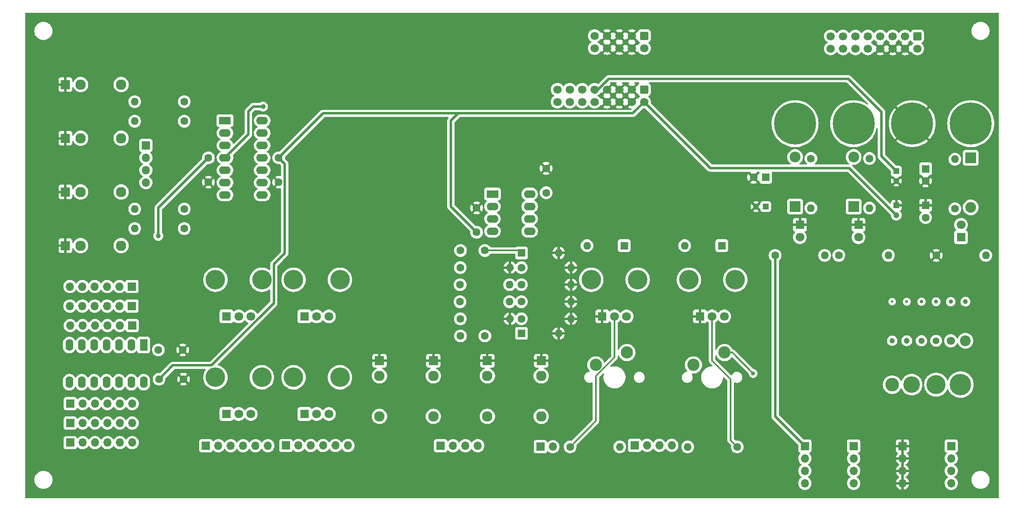
<source format=gbl>
G04 #@! TF.GenerationSoftware,KiCad,Pcbnew,8.0.5*
G04 #@! TF.CreationDate,2024-11-03T10:01:33+01:00*
G04 #@! TF.ProjectId,euro-mate,6575726f-2d6d-4617-9465-2e6b69636164,rev?*
G04 #@! TF.SameCoordinates,Original*
G04 #@! TF.FileFunction,Copper,L2,Bot*
G04 #@! TF.FilePolarity,Positive*
%FSLAX46Y46*%
G04 Gerber Fmt 4.6, Leading zero omitted, Abs format (unit mm)*
G04 Created by KiCad (PCBNEW 8.0.5) date 2024-11-03 10:01:33*
%MOMM*%
%LPD*%
G01*
G04 APERTURE LIST*
G04 Aperture macros list*
%AMRoundRect*
0 Rectangle with rounded corners*
0 $1 Rounding radius*
0 $2 $3 $4 $5 $6 $7 $8 $9 X,Y pos of 4 corners*
0 Add a 4 corners polygon primitive as box body*
4,1,4,$2,$3,$4,$5,$6,$7,$8,$9,$2,$3,0*
0 Add four circle primitives for the rounded corners*
1,1,$1+$1,$2,$3*
1,1,$1+$1,$4,$5*
1,1,$1+$1,$6,$7*
1,1,$1+$1,$8,$9*
0 Add four rect primitives between the rounded corners*
20,1,$1+$1,$2,$3,$4,$5,0*
20,1,$1+$1,$4,$5,$6,$7,0*
20,1,$1+$1,$6,$7,$8,$9,0*
20,1,$1+$1,$8,$9,$2,$3,0*%
G04 Aperture macros list end*
G04 #@! TA.AperFunction,ComponentPad*
%ADD10C,1.600000*%
G04 #@! TD*
G04 #@! TA.AperFunction,ComponentPad*
%ADD11O,1.600000X1.600000*%
G04 #@! TD*
G04 #@! TA.AperFunction,ComponentPad*
%ADD12R,1.830000X1.930000*%
G04 #@! TD*
G04 #@! TA.AperFunction,ComponentPad*
%ADD13C,2.130000*%
G04 #@! TD*
G04 #@! TA.AperFunction,ComponentPad*
%ADD14R,1.700000X1.700000*%
G04 #@! TD*
G04 #@! TA.AperFunction,ComponentPad*
%ADD15O,1.700000X1.700000*%
G04 #@! TD*
G04 #@! TA.AperFunction,ComponentPad*
%ADD16R,1.930000X1.830000*%
G04 #@! TD*
G04 #@! TA.AperFunction,ComponentPad*
%ADD17C,2.500000*%
G04 #@! TD*
G04 #@! TA.AperFunction,ComponentPad*
%ADD18R,2.200000X2.200000*%
G04 #@! TD*
G04 #@! TA.AperFunction,ComponentPad*
%ADD19O,2.200000X2.200000*%
G04 #@! TD*
G04 #@! TA.AperFunction,ComponentPad*
%ADD20RoundRect,0.250000X-0.600000X0.600000X-0.600000X-0.600000X0.600000X-0.600000X0.600000X0.600000X0*%
G04 #@! TD*
G04 #@! TA.AperFunction,ComponentPad*
%ADD21C,1.700000*%
G04 #@! TD*
G04 #@! TA.AperFunction,ComponentPad*
%ADD22R,1.600000X1.600000*%
G04 #@! TD*
G04 #@! TA.AperFunction,ComponentPad*
%ADD23R,1.800000X1.800000*%
G04 #@! TD*
G04 #@! TA.AperFunction,ComponentPad*
%ADD24C,1.800000*%
G04 #@! TD*
G04 #@! TA.AperFunction,ComponentPad*
%ADD25C,8.600000*%
G04 #@! TD*
G04 #@! TA.AperFunction,ComponentPad*
%ADD26R,1.200000X1.200000*%
G04 #@! TD*
G04 #@! TA.AperFunction,ComponentPad*
%ADD27C,1.200000*%
G04 #@! TD*
G04 #@! TA.AperFunction,ComponentPad*
%ADD28O,4.000000X4.000000*%
G04 #@! TD*
G04 #@! TA.AperFunction,ComponentPad*
%ADD29R,1.600000X2.400000*%
G04 #@! TD*
G04 #@! TA.AperFunction,ComponentPad*
%ADD30O,1.600000X2.400000*%
G04 #@! TD*
G04 #@! TA.AperFunction,ComponentPad*
%ADD31R,2.400000X1.600000*%
G04 #@! TD*
G04 #@! TA.AperFunction,ComponentPad*
%ADD32O,2.400000X1.600000*%
G04 #@! TD*
G04 #@! TA.AperFunction,WasherPad*
%ADD33C,0.500000*%
G04 #@! TD*
G04 #@! TA.AperFunction,WasherPad*
%ADD34C,1.100000*%
G04 #@! TD*
G04 #@! TA.AperFunction,WasherPad*
%ADD35C,2.800000*%
G04 #@! TD*
G04 #@! TA.AperFunction,WasherPad*
%ADD36C,0.600000*%
G04 #@! TD*
G04 #@! TA.AperFunction,WasherPad*
%ADD37C,1.200000*%
G04 #@! TD*
G04 #@! TA.AperFunction,WasherPad*
%ADD38C,3.400000*%
G04 #@! TD*
G04 #@! TA.AperFunction,WasherPad*
%ADD39C,0.700000*%
G04 #@! TD*
G04 #@! TA.AperFunction,WasherPad*
%ADD40C,1.300000*%
G04 #@! TD*
G04 #@! TA.AperFunction,WasherPad*
%ADD41C,0.800000*%
G04 #@! TD*
G04 #@! TA.AperFunction,WasherPad*
%ADD42C,1.400000*%
G04 #@! TD*
G04 #@! TA.AperFunction,WasherPad*
%ADD43C,3.900000*%
G04 #@! TD*
G04 #@! TA.AperFunction,WasherPad*
%ADD44C,0.900000*%
G04 #@! TD*
G04 #@! TA.AperFunction,WasherPad*
%ADD45C,1.700000*%
G04 #@! TD*
G04 #@! TA.AperFunction,WasherPad*
%ADD46C,4.400000*%
G04 #@! TD*
G04 #@! TA.AperFunction,WasherPad*
%ADD47C,1.000000*%
G04 #@! TD*
G04 #@! TA.AperFunction,WasherPad*
%ADD48C,2.200000*%
G04 #@! TD*
G04 #@! TA.AperFunction,ViaPad*
%ADD49C,1.000000*%
G04 #@! TD*
G04 #@! TA.AperFunction,ViaPad*
%ADD50C,0.800000*%
G04 #@! TD*
G04 #@! TA.AperFunction,Conductor*
%ADD51C,0.500000*%
G04 #@! TD*
G04 #@! TA.AperFunction,Conductor*
%ADD52C,0.300000*%
G04 #@! TD*
G04 APERTURE END LIST*
D10*
X82860000Y-90500000D03*
D11*
X72700000Y-90500000D03*
D12*
X58520000Y-76000000D03*
D13*
X69920000Y-76000000D03*
X61620000Y-76000000D03*
D10*
X82860000Y-94500000D03*
D11*
X72700000Y-94500000D03*
D10*
X157000000Y-87170000D03*
X157000000Y-82170000D03*
D14*
X220000000Y-139080000D03*
D15*
X220000000Y-141620000D03*
X220000000Y-144160000D03*
X220000000Y-146700000D03*
D16*
X144950000Y-121600000D03*
D13*
X144950000Y-133000000D03*
X144950000Y-124700000D03*
D17*
X187190000Y-122460000D03*
X193540000Y-119920000D03*
D10*
X77540000Y-119380000D03*
X82540000Y-119380000D03*
X139370000Y-106000000D03*
D11*
X149530000Y-106000000D03*
D10*
X139450000Y-116500000D03*
X144450000Y-116500000D03*
X151920000Y-109500000D03*
D11*
X162080000Y-109500000D03*
D18*
X244000000Y-80000000D03*
D19*
X244000000Y-90160000D03*
D20*
X177080000Y-55000000D03*
D21*
X177080000Y-57540000D03*
X174540000Y-55000000D03*
X174540000Y-57540000D03*
X172000000Y-55000000D03*
X172000000Y-57540000D03*
X169460000Y-55000000D03*
X169460000Y-57540000D03*
X166920000Y-55000000D03*
X166920000Y-57540000D03*
D14*
X155825000Y-139225000D03*
D15*
X158365000Y-139225000D03*
D22*
X202000000Y-84000000D03*
D10*
X199500000Y-84000000D03*
X142750000Y-90270000D03*
X142750000Y-95270000D03*
D14*
X135380000Y-139000000D03*
D15*
X137920000Y-139000000D03*
X140460000Y-139000000D03*
X143000000Y-139000000D03*
D22*
X173000000Y-98000000D03*
D11*
X165380000Y-98000000D03*
D18*
X220000000Y-90000000D03*
D19*
X220000000Y-79840000D03*
D10*
X151920000Y-106000000D03*
D11*
X162080000Y-106000000D03*
D10*
X240750000Y-90460000D03*
D11*
X240750000Y-80300000D03*
D14*
X59490000Y-130380000D03*
D15*
X62030000Y-130380000D03*
X64570000Y-130380000D03*
X67110000Y-130380000D03*
X69650000Y-130380000D03*
X72190000Y-130380000D03*
D10*
X139420000Y-113000000D03*
D11*
X149580000Y-113000000D03*
D20*
X233080000Y-55080000D03*
D21*
X233080000Y-57620000D03*
X230540000Y-55080000D03*
X230540000Y-57620000D03*
X228000000Y-55080000D03*
X228000000Y-57620000D03*
X225460000Y-55080000D03*
X225460000Y-57620000D03*
X222920000Y-55080000D03*
X222920000Y-57620000D03*
X220380000Y-55080000D03*
X220380000Y-57620000D03*
X217840000Y-55080000D03*
X217840000Y-57620000D03*
X215300000Y-55080000D03*
X215300000Y-57620000D03*
D22*
X193000000Y-98000000D03*
D11*
X185380000Y-98000000D03*
D10*
X236920000Y-100000000D03*
D11*
X247080000Y-100000000D03*
D12*
X58520000Y-65000000D03*
D13*
X69920000Y-65000000D03*
X61620000Y-65000000D03*
D10*
X139420000Y-102500000D03*
D11*
X149580000Y-102500000D03*
D10*
X139450000Y-99000000D03*
X144450000Y-99000000D03*
D14*
X59490000Y-138380000D03*
D15*
X62030000Y-138380000D03*
X64570000Y-138380000D03*
X67110000Y-138380000D03*
X69650000Y-138380000D03*
X72190000Y-138380000D03*
D10*
X82700000Y-125380000D03*
X77700000Y-125380000D03*
D22*
X151950000Y-99500000D03*
D11*
X159570000Y-99500000D03*
D23*
X242000000Y-96280000D03*
D24*
X242000000Y-93740000D03*
D12*
X58520000Y-98000000D03*
D13*
X69920000Y-98000000D03*
X61620000Y-98000000D03*
D10*
X161920000Y-139250000D03*
D11*
X172080000Y-139250000D03*
D10*
X223250000Y-80140000D03*
D11*
X223250000Y-90300000D03*
D25*
X220000000Y-73000000D03*
D10*
X82860000Y-68500000D03*
D11*
X72700000Y-68500000D03*
D10*
X139340000Y-109500000D03*
D11*
X149500000Y-109500000D03*
D10*
X196160000Y-139250000D03*
D11*
X186000000Y-139250000D03*
D26*
X228750000Y-82750000D03*
D27*
X228750000Y-84750000D03*
D14*
X230000000Y-139080000D03*
D15*
X230000000Y-141620000D03*
X230000000Y-144160000D03*
X230000000Y-146700000D03*
D10*
X82860000Y-72500000D03*
D11*
X72700000Y-72500000D03*
D28*
X89250000Y-125000000D03*
X98750000Y-125000000D03*
D23*
X91500000Y-132500000D03*
D24*
X94000000Y-132500000D03*
X96500000Y-132500000D03*
D28*
X166250000Y-105000000D03*
X175750000Y-105000000D03*
D23*
X168500000Y-112500000D03*
D24*
X171000000Y-112500000D03*
X173500000Y-112500000D03*
D10*
X211250000Y-80140000D03*
D11*
X211250000Y-90300000D03*
D14*
X175130000Y-138950000D03*
D15*
X177670000Y-138950000D03*
X180210000Y-138950000D03*
X182750000Y-138950000D03*
D28*
X105250000Y-105000000D03*
X114750000Y-105000000D03*
D23*
X107500000Y-112500000D03*
D24*
X110000000Y-112500000D03*
X112500000Y-112500000D03*
D25*
X244000000Y-73000000D03*
D28*
X186250000Y-105000000D03*
X195750000Y-105000000D03*
D23*
X188500000Y-112500000D03*
D24*
X191000000Y-112500000D03*
X193500000Y-112500000D03*
D26*
X228750000Y-89750000D03*
D27*
X228750000Y-91750000D03*
D14*
X72190000Y-114380000D03*
D15*
X69650000Y-114380000D03*
X67110000Y-114380000D03*
X64570000Y-114380000D03*
X62030000Y-114380000D03*
X59490000Y-114380000D03*
D25*
X208000000Y-73000000D03*
D10*
X216970000Y-100000000D03*
D11*
X227130000Y-100000000D03*
D29*
X74540000Y-118380000D03*
D30*
X72000000Y-118380000D03*
X69460000Y-118380000D03*
X66920000Y-118380000D03*
X64380000Y-118380000D03*
X61840000Y-118380000D03*
X59300000Y-118380000D03*
X59300000Y-126000000D03*
X61840000Y-126000000D03*
X64380000Y-126000000D03*
X66920000Y-126000000D03*
X69460000Y-126000000D03*
X72000000Y-126000000D03*
X74540000Y-126000000D03*
D10*
X203920000Y-100000000D03*
D11*
X214080000Y-100000000D03*
D16*
X156000000Y-121600000D03*
D13*
X156000000Y-133000000D03*
X156000000Y-124700000D03*
D14*
X72140000Y-106380000D03*
D15*
X69600000Y-106380000D03*
X67060000Y-106380000D03*
X64520000Y-106380000D03*
X61980000Y-106380000D03*
X59440000Y-106380000D03*
D31*
X146000000Y-87420000D03*
D32*
X146000000Y-89960000D03*
X146000000Y-92500000D03*
X146000000Y-95040000D03*
X153620000Y-95040000D03*
X153620000Y-92500000D03*
X153620000Y-89960000D03*
X153620000Y-87420000D03*
D31*
X91200000Y-72375000D03*
D32*
X91200000Y-74915000D03*
X91200000Y-77455000D03*
X91200000Y-79995000D03*
X91200000Y-82535000D03*
X91200000Y-85075000D03*
X91200000Y-87615000D03*
X98820000Y-87615000D03*
X98820000Y-85075000D03*
X98820000Y-82535000D03*
X98820000Y-79995000D03*
X98820000Y-77455000D03*
X98820000Y-74915000D03*
X98820000Y-72375000D03*
D25*
X232000000Y-73000000D03*
D23*
X209000000Y-93730000D03*
D24*
X209000000Y-96270000D03*
D10*
X151920000Y-102500000D03*
D11*
X162080000Y-102500000D03*
D14*
X103675000Y-138975000D03*
D15*
X106215000Y-138975000D03*
X108755000Y-138975000D03*
X111295000Y-138975000D03*
X113835000Y-138975000D03*
X116375000Y-138975000D03*
D14*
X210000000Y-139080000D03*
D15*
X210000000Y-141620000D03*
X210000000Y-144160000D03*
X210000000Y-146700000D03*
D18*
X208000000Y-90000000D03*
D19*
X208000000Y-79840000D03*
D23*
X221000000Y-93730000D03*
D24*
X221000000Y-96270000D03*
D28*
X105250000Y-125000000D03*
X114750000Y-125000000D03*
D23*
X107500000Y-132500000D03*
D24*
X110000000Y-132500000D03*
X112500000Y-132500000D03*
D14*
X72140000Y-110380000D03*
D15*
X69600000Y-110380000D03*
X67060000Y-110380000D03*
X64520000Y-110380000D03*
X61980000Y-110380000D03*
X59440000Y-110380000D03*
D16*
X133900000Y-121600000D03*
D13*
X133900000Y-133000000D03*
X133900000Y-124700000D03*
D26*
X202000000Y-90000000D03*
D27*
X200000000Y-90000000D03*
D14*
X87300000Y-139000000D03*
D15*
X89840000Y-139000000D03*
X92380000Y-139000000D03*
X94920000Y-139000000D03*
X97460000Y-139000000D03*
X100000000Y-139000000D03*
D20*
X177080000Y-66000000D03*
D21*
X177080000Y-68540000D03*
X174540000Y-66000000D03*
X174540000Y-68540000D03*
X172000000Y-66000000D03*
X172000000Y-68540000D03*
X169460000Y-66000000D03*
X169460000Y-68540000D03*
X166920000Y-66000000D03*
X166920000Y-68540000D03*
X164380000Y-66000000D03*
X164380000Y-68540000D03*
X161840000Y-66000000D03*
X161840000Y-68540000D03*
X159300000Y-66000000D03*
X159300000Y-68540000D03*
D12*
X58520000Y-87000000D03*
D13*
X69920000Y-87000000D03*
X61620000Y-87000000D03*
D14*
X75000000Y-77460000D03*
D15*
X75000000Y-80000000D03*
X75000000Y-82540000D03*
X75000000Y-85080000D03*
D10*
X151920000Y-113000000D03*
D11*
X162080000Y-113000000D03*
D16*
X122850000Y-121600000D03*
D13*
X122850000Y-133000000D03*
X122850000Y-124700000D03*
D14*
X59490000Y-134380000D03*
D15*
X62030000Y-134380000D03*
X64570000Y-134380000D03*
X67110000Y-134380000D03*
X69650000Y-134380000D03*
X72190000Y-134380000D03*
D10*
X87800000Y-80000000D03*
X87800000Y-85000000D03*
D14*
X240000000Y-139080000D03*
D15*
X240000000Y-141620000D03*
X240000000Y-144160000D03*
X240000000Y-146700000D03*
D22*
X151950000Y-116000000D03*
D11*
X159570000Y-116000000D03*
D28*
X89250000Y-105000000D03*
X98750000Y-105000000D03*
D23*
X91500000Y-112500000D03*
D24*
X94000000Y-112500000D03*
X96500000Y-112500000D03*
D10*
X102200000Y-85000000D03*
X102200000Y-80000000D03*
D33*
X227900000Y-109500000D03*
D34*
X227900000Y-117500000D03*
D35*
X227900000Y-126500000D03*
D36*
X230900000Y-109500000D03*
D37*
X230900000Y-117500000D03*
D38*
X231900000Y-126500000D03*
D39*
X233900000Y-109500000D03*
D40*
X233900000Y-117500000D03*
D41*
X236900000Y-109500000D03*
D42*
X236900000Y-117500000D03*
D43*
X236900000Y-126500000D03*
D44*
X239900000Y-109500000D03*
D45*
X239900000Y-117500000D03*
D46*
X241900000Y-126500000D03*
D47*
X242900000Y-109500000D03*
D48*
X242900000Y-117500000D03*
D22*
X234750000Y-82250000D03*
D10*
X234750000Y-84750000D03*
D17*
X167190000Y-122460000D03*
X173540000Y-119920000D03*
D22*
X234750000Y-89750000D03*
D10*
X234750000Y-92250000D03*
D49*
X77540000Y-96000000D03*
X99000000Y-69500000D03*
D50*
X199400000Y-124200000D03*
D51*
X96000000Y-75195000D02*
X91200000Y-79995000D01*
X218900000Y-63800000D02*
X225700000Y-70600000D01*
X169821522Y-63800000D02*
X218900000Y-63800000D01*
X99000000Y-69500000D02*
X97000000Y-69500000D01*
X166920000Y-66701522D02*
X169821522Y-63800000D01*
X77540000Y-90260000D02*
X87800000Y-80000000D01*
X225700000Y-70600000D02*
X225700000Y-79700000D01*
X96000000Y-70500000D02*
X96000000Y-75195000D01*
X77540000Y-96000000D02*
X77540000Y-90260000D01*
X225700000Y-79700000D02*
X228750000Y-82750000D01*
X166920000Y-66000000D02*
X166920000Y-66701522D01*
X97000000Y-69500000D02*
X96000000Y-70500000D01*
X190640000Y-82100000D02*
X219100000Y-82100000D01*
X177080000Y-68540000D02*
X190640000Y-82100000D01*
X101200000Y-109800000D02*
X88450000Y-122550000D01*
X174720000Y-70900000D02*
X139000000Y-70900000D01*
X111300000Y-70900000D02*
X102200000Y-80000000D01*
X102200000Y-80000000D02*
X103450000Y-81250000D01*
X139000000Y-70900000D02*
X111300000Y-70900000D01*
X137500000Y-72400000D02*
X139000000Y-70900000D01*
X177080000Y-68540000D02*
X174720000Y-70900000D01*
X80530000Y-122550000D02*
X77700000Y-125380000D01*
X103450000Y-99550000D02*
X101200000Y-101800000D01*
X88450000Y-122550000D02*
X80530000Y-122550000D01*
X142750000Y-95270000D02*
X137500000Y-90020000D01*
X103450000Y-81250000D02*
X103450000Y-99550000D01*
X137500000Y-90020000D02*
X137500000Y-72400000D01*
X101200000Y-101800000D02*
X101200000Y-109800000D01*
X219100000Y-82100000D02*
X228750000Y-91750000D01*
X203920000Y-133000000D02*
X210000000Y-139080000D01*
X203920000Y-100000000D02*
X203920000Y-133000000D01*
D52*
X151450000Y-99000000D02*
X151950000Y-99500000D01*
X144450000Y-99000000D02*
X151450000Y-99000000D01*
X167195000Y-124717742D02*
X167195000Y-133975000D01*
X171000000Y-120912742D02*
X167195000Y-124717742D01*
X167195000Y-133975000D02*
X161920000Y-139250000D01*
X171000000Y-112500000D02*
X171000000Y-120912742D01*
X194805000Y-125405000D02*
X194805000Y-137895000D01*
X191000000Y-121600000D02*
X194805000Y-125405000D01*
X191000000Y-112500000D02*
X191000000Y-121600000D01*
X194805000Y-137895000D02*
X196160000Y-139250000D01*
X195120000Y-119920000D02*
X193540000Y-119920000D01*
X199400000Y-124200000D02*
X195120000Y-119920000D01*
G04 #@! TA.AperFunction,Conductor*
G36*
X230250000Y-146266988D02*
G01*
X230192993Y-146234075D01*
X230065826Y-146200000D01*
X229934174Y-146200000D01*
X229807007Y-146234075D01*
X229750000Y-146266988D01*
X229750000Y-144593012D01*
X229807007Y-144625925D01*
X229934174Y-144660000D01*
X230065826Y-144660000D01*
X230192993Y-144625925D01*
X230250000Y-144593012D01*
X230250000Y-146266988D01*
G37*
G04 #@! TD.AperFunction*
G04 #@! TA.AperFunction,Conductor*
G36*
X230250000Y-143726988D02*
G01*
X230192993Y-143694075D01*
X230065826Y-143660000D01*
X229934174Y-143660000D01*
X229807007Y-143694075D01*
X229750000Y-143726988D01*
X229750000Y-142053012D01*
X229807007Y-142085925D01*
X229934174Y-142120000D01*
X230065826Y-142120000D01*
X230192993Y-142085925D01*
X230250000Y-142053012D01*
X230250000Y-143726988D01*
G37*
G04 #@! TD.AperFunction*
G04 #@! TA.AperFunction,Conductor*
G36*
X230250000Y-141186988D02*
G01*
X230192993Y-141154075D01*
X230065826Y-141120000D01*
X229934174Y-141120000D01*
X229807007Y-141154075D01*
X229750000Y-141186988D01*
X229750000Y-139513012D01*
X229807007Y-139545925D01*
X229934174Y-139580000D01*
X230065826Y-139580000D01*
X230192993Y-139545925D01*
X230250000Y-139513012D01*
X230250000Y-141186988D01*
G37*
G04 #@! TD.AperFunction*
G04 #@! TA.AperFunction,Conductor*
G36*
X200684621Y-82870185D02*
G01*
X200730376Y-82922989D01*
X200740320Y-82992147D01*
X200733764Y-83017833D01*
X200705908Y-83092517D01*
X200699501Y-83152116D01*
X200699501Y-83152123D01*
X200699322Y-83155452D01*
X200697847Y-83155372D01*
X200679815Y-83216784D01*
X200627011Y-83262539D01*
X200583522Y-83270029D01*
X199900000Y-83953551D01*
X199900000Y-83947339D01*
X199872741Y-83845606D01*
X199820080Y-83754394D01*
X199745606Y-83679920D01*
X199654394Y-83627259D01*
X199552661Y-83600000D01*
X199546448Y-83600000D01*
X200259628Y-82886819D01*
X200320951Y-82853334D01*
X200347309Y-82850500D01*
X200617582Y-82850500D01*
X200684621Y-82870185D01*
G37*
G04 #@! TD.AperFunction*
G04 #@! TA.AperFunction,Conductor*
G36*
X168994075Y-66192993D02*
G01*
X169059901Y-66307007D01*
X169152993Y-66400099D01*
X169267007Y-66465925D01*
X169330590Y-66482962D01*
X168698625Y-67114925D01*
X168775031Y-67168425D01*
X168818655Y-67223002D01*
X168825848Y-67292501D01*
X168794326Y-67354855D01*
X168775029Y-67371576D01*
X168698625Y-67425072D01*
X169330590Y-68057037D01*
X169267007Y-68074075D01*
X169152993Y-68139901D01*
X169059901Y-68232993D01*
X168994075Y-68347007D01*
X168977037Y-68410590D01*
X168345073Y-67778626D01*
X168291881Y-67854594D01*
X168237304Y-67898219D01*
X168167806Y-67905413D01*
X168105451Y-67873891D01*
X168088730Y-67854594D01*
X167958494Y-67668597D01*
X167791402Y-67501506D01*
X167791396Y-67501501D01*
X167605842Y-67371575D01*
X167562217Y-67316998D01*
X167555023Y-67247500D01*
X167586546Y-67185145D01*
X167605842Y-67168425D01*
X167748325Y-67068657D01*
X167791401Y-67038495D01*
X167958495Y-66871401D01*
X168088732Y-66685403D01*
X168143307Y-66641780D01*
X168212805Y-66634586D01*
X168275160Y-66666109D01*
X168291880Y-66685405D01*
X168345073Y-66761373D01*
X168977037Y-66129408D01*
X168994075Y-66192993D01*
G37*
G04 #@! TD.AperFunction*
G04 #@! TA.AperFunction,Conductor*
G36*
X171534075Y-66192993D02*
G01*
X171599901Y-66307007D01*
X171692993Y-66400099D01*
X171807007Y-66465925D01*
X171870590Y-66482962D01*
X171238625Y-67114925D01*
X171315031Y-67168425D01*
X171358655Y-67223002D01*
X171365848Y-67292501D01*
X171334326Y-67354855D01*
X171315029Y-67371576D01*
X171238625Y-67425072D01*
X171870590Y-68057037D01*
X171807007Y-68074075D01*
X171692993Y-68139901D01*
X171599901Y-68232993D01*
X171534075Y-68347007D01*
X171517037Y-68410590D01*
X170885072Y-67778625D01*
X170885072Y-67778626D01*
X170831574Y-67855030D01*
X170776998Y-67898655D01*
X170707499Y-67905849D01*
X170645144Y-67874326D01*
X170628424Y-67855030D01*
X170574925Y-67778626D01*
X170574925Y-67778625D01*
X169942962Y-68410589D01*
X169925925Y-68347007D01*
X169860099Y-68232993D01*
X169767007Y-68139901D01*
X169652993Y-68074075D01*
X169589410Y-68057037D01*
X170221373Y-67425073D01*
X170144969Y-67371576D01*
X170101344Y-67316999D01*
X170094150Y-67247501D01*
X170125672Y-67185146D01*
X170144968Y-67168425D01*
X170221373Y-67114925D01*
X169589409Y-66482962D01*
X169652993Y-66465925D01*
X169767007Y-66400099D01*
X169860099Y-66307007D01*
X169925925Y-66192993D01*
X169942962Y-66129410D01*
X170574925Y-66761373D01*
X170628425Y-66684968D01*
X170683002Y-66641344D01*
X170752501Y-66634151D01*
X170814855Y-66665673D01*
X170831576Y-66684969D01*
X170885073Y-66761372D01*
X171517037Y-66129409D01*
X171534075Y-66192993D01*
G37*
G04 #@! TD.AperFunction*
G04 #@! TA.AperFunction,Conductor*
G36*
X174074075Y-66192993D02*
G01*
X174139901Y-66307007D01*
X174232993Y-66400099D01*
X174347007Y-66465925D01*
X174410590Y-66482962D01*
X173778625Y-67114925D01*
X173855031Y-67168425D01*
X173898655Y-67223002D01*
X173905848Y-67292501D01*
X173874326Y-67354855D01*
X173855029Y-67371576D01*
X173778625Y-67425072D01*
X174410590Y-68057037D01*
X174347007Y-68074075D01*
X174232993Y-68139901D01*
X174139901Y-68232993D01*
X174074075Y-68347007D01*
X174057037Y-68410590D01*
X173425072Y-67778625D01*
X173425072Y-67778626D01*
X173371574Y-67855030D01*
X173316998Y-67898655D01*
X173247499Y-67905849D01*
X173185144Y-67874326D01*
X173168424Y-67855030D01*
X173114925Y-67778626D01*
X173114925Y-67778625D01*
X172482962Y-68410589D01*
X172465925Y-68347007D01*
X172400099Y-68232993D01*
X172307007Y-68139901D01*
X172192993Y-68074075D01*
X172129410Y-68057037D01*
X172761373Y-67425073D01*
X172684969Y-67371576D01*
X172641344Y-67316999D01*
X172634150Y-67247501D01*
X172665672Y-67185146D01*
X172684968Y-67168425D01*
X172761373Y-67114925D01*
X172129409Y-66482962D01*
X172192993Y-66465925D01*
X172307007Y-66400099D01*
X172400099Y-66307007D01*
X172465925Y-66192993D01*
X172482962Y-66129410D01*
X173114925Y-66761373D01*
X173168425Y-66684968D01*
X173223002Y-66641344D01*
X173292501Y-66634151D01*
X173354855Y-66665673D01*
X173371576Y-66684969D01*
X173425073Y-66761372D01*
X174057037Y-66129409D01*
X174074075Y-66192993D01*
G37*
G04 #@! TD.AperFunction*
G04 #@! TA.AperFunction,Conductor*
G36*
X175659341Y-66765789D02*
G01*
X175711191Y-66776209D01*
X175761375Y-66824823D01*
X175771205Y-66846966D01*
X175795186Y-66919334D01*
X175887288Y-67068656D01*
X176011344Y-67192712D01*
X176160666Y-67284814D01*
X176169264Y-67287663D01*
X176226707Y-67327433D01*
X176253531Y-67391948D01*
X176241217Y-67460724D01*
X176212234Y-67497483D01*
X176212427Y-67497676D01*
X176210798Y-67499304D01*
X176209975Y-67500349D01*
X176208599Y-67501503D01*
X176041505Y-67668597D01*
X175911269Y-67854595D01*
X175856692Y-67898220D01*
X175787194Y-67905414D01*
X175724839Y-67873891D01*
X175708119Y-67854595D01*
X175654925Y-67778626D01*
X175654925Y-67778625D01*
X175022962Y-68410589D01*
X175005925Y-68347007D01*
X174940099Y-68232993D01*
X174847007Y-68139901D01*
X174732993Y-68074075D01*
X174669410Y-68057037D01*
X175301373Y-67425073D01*
X175224969Y-67371576D01*
X175181344Y-67316999D01*
X175174150Y-67247501D01*
X175205672Y-67185146D01*
X175224968Y-67168425D01*
X175301373Y-67114925D01*
X174669409Y-66482962D01*
X174732993Y-66465925D01*
X174847007Y-66400099D01*
X174940099Y-66307007D01*
X175005925Y-66192993D01*
X175022962Y-66129410D01*
X175659341Y-66765789D01*
G37*
G04 #@! TD.AperFunction*
G04 #@! TA.AperFunction,Conductor*
G36*
X171421803Y-64570185D02*
G01*
X171467558Y-64622989D01*
X171477502Y-64692147D01*
X171448477Y-64755703D01*
X171407169Y-64786882D01*
X171322419Y-64826401D01*
X171238625Y-64885072D01*
X171870590Y-65517037D01*
X171807007Y-65534075D01*
X171692993Y-65599901D01*
X171599901Y-65692993D01*
X171534075Y-65807007D01*
X171517037Y-65870590D01*
X170885072Y-65238625D01*
X170885072Y-65238626D01*
X170831574Y-65315030D01*
X170776998Y-65358655D01*
X170707499Y-65365849D01*
X170645144Y-65334326D01*
X170628424Y-65315030D01*
X170574925Y-65238626D01*
X170574925Y-65238625D01*
X169942962Y-65870589D01*
X169925925Y-65807007D01*
X169860099Y-65692993D01*
X169767007Y-65599901D01*
X169652993Y-65534075D01*
X169589408Y-65517037D01*
X170221373Y-64885073D01*
X170221373Y-64885072D01*
X170137583Y-64826402D01*
X170137573Y-64826397D01*
X170106376Y-64811849D01*
X170053937Y-64765676D01*
X170034786Y-64698483D01*
X170055003Y-64631602D01*
X170071091Y-64611798D01*
X170096076Y-64586813D01*
X170157399Y-64553333D01*
X170183752Y-64550500D01*
X171354764Y-64550500D01*
X171421803Y-64570185D01*
G37*
G04 #@! TD.AperFunction*
G04 #@! TA.AperFunction,Conductor*
G36*
X173961803Y-64570185D02*
G01*
X174007558Y-64622989D01*
X174017502Y-64692147D01*
X173988477Y-64755703D01*
X173947169Y-64786882D01*
X173862419Y-64826401D01*
X173778625Y-64885072D01*
X174410590Y-65517037D01*
X174347007Y-65534075D01*
X174232993Y-65599901D01*
X174139901Y-65692993D01*
X174074075Y-65807007D01*
X174057037Y-65870589D01*
X173425073Y-65238625D01*
X173425072Y-65238626D01*
X173371574Y-65315030D01*
X173316998Y-65358655D01*
X173247499Y-65365849D01*
X173185144Y-65334326D01*
X173168424Y-65315030D01*
X173114925Y-65238626D01*
X173114925Y-65238625D01*
X172482962Y-65870589D01*
X172465925Y-65807007D01*
X172400099Y-65692993D01*
X172307007Y-65599901D01*
X172192993Y-65534075D01*
X172129410Y-65517037D01*
X172761373Y-64885073D01*
X172761373Y-64885072D01*
X172677583Y-64826402D01*
X172677579Y-64826400D01*
X172592832Y-64786882D01*
X172540393Y-64740710D01*
X172521241Y-64673516D01*
X172541457Y-64606635D01*
X172594622Y-64561300D01*
X172645237Y-64550500D01*
X173894764Y-64550500D01*
X173961803Y-64570185D01*
G37*
G04 #@! TD.AperFunction*
G04 #@! TA.AperFunction,Conductor*
G36*
X176057465Y-64570185D02*
G01*
X176103220Y-64622989D01*
X176113164Y-64692147D01*
X176084139Y-64755703D01*
X176055522Y-64780039D01*
X176011344Y-64807287D01*
X175887289Y-64931342D01*
X175795187Y-65080663D01*
X175795182Y-65080674D01*
X175771205Y-65153032D01*
X175731432Y-65210477D01*
X175666916Y-65237299D01*
X175656138Y-65237412D01*
X175022962Y-65870589D01*
X175005925Y-65807007D01*
X174940099Y-65692993D01*
X174847007Y-65599901D01*
X174732993Y-65534075D01*
X174669410Y-65517037D01*
X175301373Y-64885073D01*
X175301373Y-64885072D01*
X175217583Y-64826402D01*
X175217579Y-64826400D01*
X175132832Y-64786882D01*
X175080393Y-64740710D01*
X175061241Y-64673516D01*
X175081457Y-64606635D01*
X175134622Y-64561300D01*
X175185237Y-64550500D01*
X175990426Y-64550500D01*
X176057465Y-64570185D01*
G37*
G04 #@! TD.AperFunction*
G04 #@! TA.AperFunction,Conductor*
G36*
X226814855Y-55746546D02*
G01*
X226831575Y-55765842D01*
X226961500Y-55951395D01*
X226961505Y-55951401D01*
X227128599Y-56118495D01*
X227314158Y-56248425D01*
X227314594Y-56248730D01*
X227358218Y-56303307D01*
X227365411Y-56372806D01*
X227333889Y-56435160D01*
X227314593Y-56451880D01*
X227238626Y-56505072D01*
X227238625Y-56505072D01*
X227870590Y-57137037D01*
X227807007Y-57154075D01*
X227692993Y-57219901D01*
X227599901Y-57312993D01*
X227534075Y-57427007D01*
X227517037Y-57490590D01*
X226885072Y-56858625D01*
X226885072Y-56858626D01*
X226831574Y-56935030D01*
X226776998Y-56978655D01*
X226707499Y-56985849D01*
X226645144Y-56954326D01*
X226628424Y-56935030D01*
X226574925Y-56858626D01*
X226574925Y-56858625D01*
X225942962Y-57490589D01*
X225925925Y-57427007D01*
X225860099Y-57312993D01*
X225767007Y-57219901D01*
X225652993Y-57154075D01*
X225589410Y-57137037D01*
X226221373Y-56505073D01*
X226221373Y-56505072D01*
X226145405Y-56451880D01*
X226101780Y-56397304D01*
X226094586Y-56327805D01*
X226126108Y-56265451D01*
X226145399Y-56248734D01*
X226331401Y-56118495D01*
X226498495Y-55951401D01*
X226628425Y-55765842D01*
X226683002Y-55722217D01*
X226752500Y-55715023D01*
X226814855Y-55746546D01*
G37*
G04 #@! TD.AperFunction*
G04 #@! TA.AperFunction,Conductor*
G36*
X229354855Y-55746546D02*
G01*
X229371575Y-55765842D01*
X229501500Y-55951395D01*
X229501505Y-55951401D01*
X229668599Y-56118495D01*
X229854158Y-56248425D01*
X229854594Y-56248730D01*
X229898218Y-56303307D01*
X229905411Y-56372806D01*
X229873889Y-56435160D01*
X229854593Y-56451880D01*
X229778626Y-56505072D01*
X229778625Y-56505072D01*
X230410590Y-57137037D01*
X230347007Y-57154075D01*
X230232993Y-57219901D01*
X230139901Y-57312993D01*
X230074075Y-57427007D01*
X230057037Y-57490590D01*
X229425072Y-56858625D01*
X229425072Y-56858626D01*
X229371574Y-56935030D01*
X229316998Y-56978655D01*
X229247499Y-56985849D01*
X229185144Y-56954326D01*
X229168424Y-56935030D01*
X229114925Y-56858626D01*
X229114925Y-56858625D01*
X228482962Y-57490589D01*
X228465925Y-57427007D01*
X228400099Y-57312993D01*
X228307007Y-57219901D01*
X228192993Y-57154075D01*
X228129410Y-57137037D01*
X228761373Y-56505073D01*
X228761373Y-56505072D01*
X228685405Y-56451880D01*
X228641780Y-56397304D01*
X228634586Y-56327805D01*
X228666108Y-56265451D01*
X228685399Y-56248734D01*
X228871401Y-56118495D01*
X229038495Y-55951401D01*
X229168425Y-55765842D01*
X229223002Y-55722217D01*
X229292500Y-55715023D01*
X229354855Y-55746546D01*
G37*
G04 #@! TD.AperFunction*
G04 #@! TA.AperFunction,Conductor*
G36*
X224274855Y-55746546D02*
G01*
X224291575Y-55765842D01*
X224421500Y-55951395D01*
X224421505Y-55951401D01*
X224588599Y-56118495D01*
X224774158Y-56248425D01*
X224774594Y-56248730D01*
X224818218Y-56303307D01*
X224825411Y-56372806D01*
X224793889Y-56435160D01*
X224774593Y-56451880D01*
X224698626Y-56505072D01*
X224698625Y-56505072D01*
X225330590Y-57137037D01*
X225267007Y-57154075D01*
X225152993Y-57219901D01*
X225059901Y-57312993D01*
X224994075Y-57427007D01*
X224977037Y-57490589D01*
X224345073Y-56858626D01*
X224291881Y-56934594D01*
X224237304Y-56978219D01*
X224167806Y-56985413D01*
X224105451Y-56953891D01*
X224088730Y-56934594D01*
X223958494Y-56748597D01*
X223791402Y-56581506D01*
X223791396Y-56581501D01*
X223605842Y-56451575D01*
X223562217Y-56396998D01*
X223555023Y-56327500D01*
X223586546Y-56265145D01*
X223605842Y-56248425D01*
X223685411Y-56192710D01*
X223791401Y-56118495D01*
X223958495Y-55951401D01*
X224088425Y-55765842D01*
X224143002Y-55722217D01*
X224212500Y-55715023D01*
X224274855Y-55746546D01*
G37*
G04 #@! TD.AperFunction*
G04 #@! TA.AperFunction,Conductor*
G36*
X231767038Y-55947053D02*
G01*
X231792337Y-55990735D01*
X231795185Y-55999331D01*
X231795187Y-55999336D01*
X231819342Y-56038498D01*
X231887288Y-56148656D01*
X232011344Y-56272712D01*
X232160666Y-56364814D01*
X232169264Y-56367663D01*
X232226707Y-56407433D01*
X232253531Y-56471948D01*
X232241217Y-56540724D01*
X232212234Y-56577483D01*
X232212427Y-56577676D01*
X232210798Y-56579304D01*
X232209975Y-56580349D01*
X232208599Y-56581503D01*
X232041505Y-56748597D01*
X231911269Y-56934595D01*
X231856692Y-56978220D01*
X231787194Y-56985414D01*
X231724839Y-56953891D01*
X231708119Y-56934595D01*
X231654925Y-56858626D01*
X231654925Y-56858625D01*
X231022962Y-57490589D01*
X231005925Y-57427007D01*
X230940099Y-57312993D01*
X230847007Y-57219901D01*
X230732993Y-57154075D01*
X230669410Y-57137037D01*
X231301373Y-56505073D01*
X231301373Y-56505072D01*
X231225405Y-56451880D01*
X231181780Y-56397304D01*
X231174586Y-56327805D01*
X231206108Y-56265451D01*
X231225399Y-56248734D01*
X231411401Y-56118495D01*
X231578495Y-55951401D01*
X231578504Y-55951388D01*
X231579636Y-55950040D01*
X231580293Y-55949602D01*
X231582323Y-55947573D01*
X231582730Y-55947980D01*
X231637805Y-55911334D01*
X231707666Y-55910220D01*
X231767038Y-55947053D01*
G37*
G04 #@! TD.AperFunction*
G04 #@! TA.AperFunction,Conductor*
G36*
X171534075Y-55192993D02*
G01*
X171599901Y-55307007D01*
X171692993Y-55400099D01*
X171807007Y-55465925D01*
X171870590Y-55482962D01*
X171238625Y-56114925D01*
X171315031Y-56168425D01*
X171358655Y-56223002D01*
X171365848Y-56292501D01*
X171334326Y-56354855D01*
X171315029Y-56371576D01*
X171238625Y-56425072D01*
X171870590Y-57057037D01*
X171807007Y-57074075D01*
X171692993Y-57139901D01*
X171599901Y-57232993D01*
X171534075Y-57347007D01*
X171517037Y-57410590D01*
X170885072Y-56778625D01*
X170885072Y-56778626D01*
X170831574Y-56855030D01*
X170776998Y-56898655D01*
X170707499Y-56905849D01*
X170645144Y-56874326D01*
X170628424Y-56855030D01*
X170574925Y-56778626D01*
X170574925Y-56778625D01*
X169942962Y-57410589D01*
X169925925Y-57347007D01*
X169860099Y-57232993D01*
X169767007Y-57139901D01*
X169652993Y-57074075D01*
X169589410Y-57057037D01*
X170221373Y-56425073D01*
X170144969Y-56371576D01*
X170101344Y-56316999D01*
X170094150Y-56247501D01*
X170125672Y-56185146D01*
X170144968Y-56168425D01*
X170221373Y-56114925D01*
X169589409Y-55482962D01*
X169652993Y-55465925D01*
X169767007Y-55400099D01*
X169860099Y-55307007D01*
X169925925Y-55192993D01*
X169942962Y-55129410D01*
X170574925Y-55761373D01*
X170628425Y-55684968D01*
X170683002Y-55641344D01*
X170752501Y-55634151D01*
X170814855Y-55665673D01*
X170831576Y-55684969D01*
X170885073Y-55761372D01*
X171517037Y-55129409D01*
X171534075Y-55192993D01*
G37*
G04 #@! TD.AperFunction*
G04 #@! TA.AperFunction,Conductor*
G36*
X168994075Y-55192993D02*
G01*
X169059901Y-55307007D01*
X169152993Y-55400099D01*
X169267007Y-55465925D01*
X169330590Y-55482962D01*
X168698625Y-56114925D01*
X168775031Y-56168425D01*
X168818655Y-56223002D01*
X168825848Y-56292501D01*
X168794326Y-56354855D01*
X168775029Y-56371576D01*
X168698625Y-56425072D01*
X169330590Y-57057037D01*
X169267007Y-57074075D01*
X169152993Y-57139901D01*
X169059901Y-57232993D01*
X168994075Y-57347007D01*
X168977037Y-57410589D01*
X168345073Y-56778626D01*
X168291881Y-56854594D01*
X168237304Y-56898219D01*
X168167806Y-56905413D01*
X168105451Y-56873891D01*
X168088730Y-56854594D01*
X167958494Y-56668597D01*
X167791402Y-56501506D01*
X167791396Y-56501501D01*
X167605842Y-56371575D01*
X167562217Y-56316998D01*
X167555023Y-56247500D01*
X167586546Y-56185145D01*
X167605842Y-56168425D01*
X167628026Y-56152891D01*
X167791401Y-56038495D01*
X167958495Y-55871401D01*
X168088732Y-55685403D01*
X168143307Y-55641780D01*
X168212805Y-55634586D01*
X168275160Y-55666109D01*
X168291880Y-55685405D01*
X168345073Y-55761373D01*
X168977037Y-55129409D01*
X168994075Y-55192993D01*
G37*
G04 #@! TD.AperFunction*
G04 #@! TA.AperFunction,Conductor*
G36*
X174074075Y-55192993D02*
G01*
X174139901Y-55307007D01*
X174232993Y-55400099D01*
X174347007Y-55465925D01*
X174410590Y-55482962D01*
X173778625Y-56114925D01*
X173855031Y-56168425D01*
X173898655Y-56223002D01*
X173905848Y-56292501D01*
X173874326Y-56354855D01*
X173855029Y-56371576D01*
X173778625Y-56425072D01*
X174410590Y-57057037D01*
X174347007Y-57074075D01*
X174232993Y-57139901D01*
X174139901Y-57232993D01*
X174074075Y-57347007D01*
X174057037Y-57410589D01*
X173425073Y-56778625D01*
X173425072Y-56778626D01*
X173371574Y-56855030D01*
X173316998Y-56898655D01*
X173247499Y-56905849D01*
X173185144Y-56874326D01*
X173168424Y-56855030D01*
X173114925Y-56778626D01*
X173114925Y-56778625D01*
X172482962Y-57410589D01*
X172465925Y-57347007D01*
X172400099Y-57232993D01*
X172307007Y-57139901D01*
X172192993Y-57074075D01*
X172129410Y-57057037D01*
X172761373Y-56425073D01*
X172684969Y-56371576D01*
X172641344Y-56316999D01*
X172634150Y-56247501D01*
X172665672Y-56185146D01*
X172684968Y-56168425D01*
X172761373Y-56114925D01*
X172129409Y-55482962D01*
X172192993Y-55465925D01*
X172307007Y-55400099D01*
X172400099Y-55307007D01*
X172465925Y-55192993D01*
X172482962Y-55129410D01*
X173114925Y-55761373D01*
X173168425Y-55684968D01*
X173223002Y-55641344D01*
X173292501Y-55634151D01*
X173354855Y-55665673D01*
X173371576Y-55684969D01*
X173425073Y-55761372D01*
X174057037Y-55129409D01*
X174074075Y-55192993D01*
G37*
G04 #@! TD.AperFunction*
G04 #@! TA.AperFunction,Conductor*
G36*
X175659341Y-55765789D02*
G01*
X175711191Y-55776209D01*
X175761375Y-55824823D01*
X175771206Y-55846967D01*
X175795185Y-55919331D01*
X175795187Y-55919336D01*
X175814968Y-55951406D01*
X175887288Y-56068656D01*
X176011344Y-56192712D01*
X176160666Y-56284814D01*
X176169264Y-56287663D01*
X176226707Y-56327433D01*
X176253531Y-56391948D01*
X176241217Y-56460724D01*
X176212234Y-56497483D01*
X176212427Y-56497676D01*
X176210798Y-56499304D01*
X176209975Y-56500349D01*
X176208599Y-56501503D01*
X176041505Y-56668597D01*
X175911269Y-56854595D01*
X175856692Y-56898220D01*
X175787194Y-56905414D01*
X175724839Y-56873891D01*
X175708119Y-56854595D01*
X175654925Y-56778626D01*
X175654925Y-56778625D01*
X175022962Y-57410589D01*
X175005925Y-57347007D01*
X174940099Y-57232993D01*
X174847007Y-57139901D01*
X174732993Y-57074075D01*
X174669410Y-57057037D01*
X175301373Y-56425073D01*
X175224969Y-56371576D01*
X175181344Y-56316999D01*
X175174150Y-56247501D01*
X175205672Y-56185146D01*
X175224968Y-56168425D01*
X175301373Y-56114925D01*
X174669409Y-55482962D01*
X174732993Y-55465925D01*
X174847007Y-55400099D01*
X174940099Y-55307007D01*
X175005925Y-55192993D01*
X175022962Y-55129410D01*
X175659341Y-55765789D01*
G37*
G04 #@! TD.AperFunction*
G04 #@! TA.AperFunction,Conductor*
G36*
X249692539Y-50270185D02*
G01*
X249738294Y-50322989D01*
X249749500Y-50374500D01*
X249749500Y-149625500D01*
X249729815Y-149692539D01*
X249677011Y-149738294D01*
X249625500Y-149749500D01*
X50374500Y-149749500D01*
X50307461Y-149729815D01*
X50261706Y-149677011D01*
X50250500Y-149625500D01*
X50250500Y-145878711D01*
X52149500Y-145878711D01*
X52149500Y-146121288D01*
X52181161Y-146361785D01*
X52243947Y-146596104D01*
X52336773Y-146820205D01*
X52336776Y-146820212D01*
X52458064Y-147030289D01*
X52458066Y-147030292D01*
X52458067Y-147030293D01*
X52605733Y-147222736D01*
X52605739Y-147222743D01*
X52777256Y-147394260D01*
X52777262Y-147394265D01*
X52969711Y-147541936D01*
X53179788Y-147663224D01*
X53403900Y-147756054D01*
X53638211Y-147818838D01*
X53818586Y-147842584D01*
X53878711Y-147850500D01*
X53878712Y-147850500D01*
X54121289Y-147850500D01*
X54169388Y-147844167D01*
X54361789Y-147818838D01*
X54596100Y-147756054D01*
X54820212Y-147663224D01*
X55030289Y-147541936D01*
X55222738Y-147394265D01*
X55394265Y-147222738D01*
X55541936Y-147030289D01*
X55663224Y-146820212D01*
X55756054Y-146596100D01*
X55818838Y-146361789D01*
X55850500Y-146121288D01*
X55850500Y-145878712D01*
X55818838Y-145638211D01*
X55756054Y-145403900D01*
X55663224Y-145179788D01*
X55541936Y-144969711D01*
X55481018Y-144890321D01*
X55394266Y-144777263D01*
X55394260Y-144777256D01*
X55222743Y-144605739D01*
X55222736Y-144605733D01*
X55030293Y-144458067D01*
X55030292Y-144458066D01*
X55030289Y-144458064D01*
X54820212Y-144336776D01*
X54820205Y-144336773D01*
X54596104Y-144243947D01*
X54361785Y-144181161D01*
X54121289Y-144149500D01*
X54121288Y-144149500D01*
X53878712Y-144149500D01*
X53878711Y-144149500D01*
X53638214Y-144181161D01*
X53403895Y-144243947D01*
X53179794Y-144336773D01*
X53179785Y-144336777D01*
X52969706Y-144458067D01*
X52777263Y-144605733D01*
X52777256Y-144605739D01*
X52605739Y-144777256D01*
X52605733Y-144777263D01*
X52458067Y-144969706D01*
X52336777Y-145179785D01*
X52336773Y-145179794D01*
X52243947Y-145403895D01*
X52181161Y-145638214D01*
X52149500Y-145878711D01*
X50250500Y-145878711D01*
X50250500Y-137482135D01*
X58139500Y-137482135D01*
X58139500Y-139277870D01*
X58139501Y-139277876D01*
X58145908Y-139337483D01*
X58196202Y-139472328D01*
X58196206Y-139472335D01*
X58282452Y-139587544D01*
X58282455Y-139587547D01*
X58397664Y-139673793D01*
X58397671Y-139673797D01*
X58532517Y-139724091D01*
X58532516Y-139724091D01*
X58539444Y-139724835D01*
X58592127Y-139730500D01*
X60387872Y-139730499D01*
X60447483Y-139724091D01*
X60582331Y-139673796D01*
X60697546Y-139587546D01*
X60783796Y-139472331D01*
X60832810Y-139340916D01*
X60874681Y-139284984D01*
X60940145Y-139260566D01*
X61008418Y-139275417D01*
X61036673Y-139296569D01*
X61158599Y-139418495D01*
X61241704Y-139476686D01*
X61352165Y-139554032D01*
X61352167Y-139554033D01*
X61352170Y-139554035D01*
X61566337Y-139653903D01*
X61794592Y-139715063D01*
X61971034Y-139730500D01*
X62029999Y-139735659D01*
X62030000Y-139735659D01*
X62030001Y-139735659D01*
X62088966Y-139730500D01*
X62265408Y-139715063D01*
X62493663Y-139653903D01*
X62707830Y-139554035D01*
X62901401Y-139418495D01*
X63068495Y-139251401D01*
X63198425Y-139065842D01*
X63253002Y-139022217D01*
X63322500Y-139015023D01*
X63384855Y-139046546D01*
X63401575Y-139065842D01*
X63531500Y-139251395D01*
X63531505Y-139251401D01*
X63698599Y-139418495D01*
X63781704Y-139476686D01*
X63892165Y-139554032D01*
X63892167Y-139554033D01*
X63892170Y-139554035D01*
X64106337Y-139653903D01*
X64334592Y-139715063D01*
X64511034Y-139730500D01*
X64569999Y-139735659D01*
X64570000Y-139735659D01*
X64570001Y-139735659D01*
X64628966Y-139730500D01*
X64805408Y-139715063D01*
X65033663Y-139653903D01*
X65247830Y-139554035D01*
X65441401Y-139418495D01*
X65608495Y-139251401D01*
X65738425Y-139065842D01*
X65793002Y-139022217D01*
X65862500Y-139015023D01*
X65924855Y-139046546D01*
X65941575Y-139065842D01*
X66071500Y-139251395D01*
X66071505Y-139251401D01*
X66238599Y-139418495D01*
X66321704Y-139476686D01*
X66432165Y-139554032D01*
X66432167Y-139554033D01*
X66432170Y-139554035D01*
X66646337Y-139653903D01*
X66874592Y-139715063D01*
X67051034Y-139730500D01*
X67109999Y-139735659D01*
X67110000Y-139735659D01*
X67110001Y-139735659D01*
X67168966Y-139730500D01*
X67345408Y-139715063D01*
X67573663Y-139653903D01*
X67787830Y-139554035D01*
X67981401Y-139418495D01*
X68148495Y-139251401D01*
X68278425Y-139065842D01*
X68333002Y-139022217D01*
X68402500Y-139015023D01*
X68464855Y-139046546D01*
X68481575Y-139065842D01*
X68611500Y-139251395D01*
X68611505Y-139251401D01*
X68778599Y-139418495D01*
X68861704Y-139476686D01*
X68972165Y-139554032D01*
X68972167Y-139554033D01*
X68972170Y-139554035D01*
X69186337Y-139653903D01*
X69414592Y-139715063D01*
X69591034Y-139730500D01*
X69649999Y-139735659D01*
X69650000Y-139735659D01*
X69650001Y-139735659D01*
X69708966Y-139730500D01*
X69885408Y-139715063D01*
X70113663Y-139653903D01*
X70327830Y-139554035D01*
X70521401Y-139418495D01*
X70688495Y-139251401D01*
X70818425Y-139065842D01*
X70873002Y-139022217D01*
X70942500Y-139015023D01*
X71004855Y-139046546D01*
X71021575Y-139065842D01*
X71151500Y-139251395D01*
X71151505Y-139251401D01*
X71318599Y-139418495D01*
X71401704Y-139476686D01*
X71512165Y-139554032D01*
X71512167Y-139554033D01*
X71512170Y-139554035D01*
X71726337Y-139653903D01*
X71954592Y-139715063D01*
X72131034Y-139730500D01*
X72189999Y-139735659D01*
X72190000Y-139735659D01*
X72190001Y-139735659D01*
X72248966Y-139730500D01*
X72425408Y-139715063D01*
X72653663Y-139653903D01*
X72867830Y-139554035D01*
X73061401Y-139418495D01*
X73228495Y-139251401D01*
X73364035Y-139057830D01*
X73463903Y-138843663D01*
X73525063Y-138615408D01*
X73545659Y-138380000D01*
X73525063Y-138144592D01*
X73513687Y-138102135D01*
X85949500Y-138102135D01*
X85949500Y-139897870D01*
X85949501Y-139897876D01*
X85955908Y-139957483D01*
X86006202Y-140092328D01*
X86006206Y-140092335D01*
X86092452Y-140207544D01*
X86092455Y-140207547D01*
X86207664Y-140293793D01*
X86207671Y-140293797D01*
X86342517Y-140344091D01*
X86342516Y-140344091D01*
X86349444Y-140344835D01*
X86402127Y-140350500D01*
X88197872Y-140350499D01*
X88257483Y-140344091D01*
X88392331Y-140293796D01*
X88507546Y-140207546D01*
X88593796Y-140092331D01*
X88642810Y-139960916D01*
X88684681Y-139904984D01*
X88750145Y-139880566D01*
X88818418Y-139895417D01*
X88846673Y-139916569D01*
X88968599Y-140038495D01*
X89051289Y-140096395D01*
X89162165Y-140174032D01*
X89162167Y-140174033D01*
X89162170Y-140174035D01*
X89376337Y-140273903D01*
X89376343Y-140273904D01*
X89376344Y-140273905D01*
X89427254Y-140287546D01*
X89604592Y-140335063D01*
X89781034Y-140350500D01*
X89839999Y-140355659D01*
X89840000Y-140355659D01*
X89840001Y-140355659D01*
X89898966Y-140350500D01*
X90075408Y-140335063D01*
X90303663Y-140273903D01*
X90517830Y-140174035D01*
X90711401Y-140038495D01*
X90878495Y-139871401D01*
X91008425Y-139685842D01*
X91063002Y-139642217D01*
X91132500Y-139635023D01*
X91194855Y-139666546D01*
X91211575Y-139685842D01*
X91341500Y-139871395D01*
X91341505Y-139871401D01*
X91508599Y-140038495D01*
X91591289Y-140096395D01*
X91702165Y-140174032D01*
X91702167Y-140174033D01*
X91702170Y-140174035D01*
X91916337Y-140273903D01*
X91916343Y-140273904D01*
X91916344Y-140273905D01*
X91967254Y-140287546D01*
X92144592Y-140335063D01*
X92321034Y-140350500D01*
X92379999Y-140355659D01*
X92380000Y-140355659D01*
X92380001Y-140355659D01*
X92438966Y-140350500D01*
X92615408Y-140335063D01*
X92843663Y-140273903D01*
X93057830Y-140174035D01*
X93251401Y-140038495D01*
X93418495Y-139871401D01*
X93548425Y-139685842D01*
X93603002Y-139642217D01*
X93672500Y-139635023D01*
X93734855Y-139666546D01*
X93751575Y-139685842D01*
X93881500Y-139871395D01*
X93881505Y-139871401D01*
X94048599Y-140038495D01*
X94131289Y-140096395D01*
X94242165Y-140174032D01*
X94242167Y-140174033D01*
X94242170Y-140174035D01*
X94456337Y-140273903D01*
X94456343Y-140273904D01*
X94456344Y-140273905D01*
X94507254Y-140287546D01*
X94684592Y-140335063D01*
X94861034Y-140350500D01*
X94919999Y-140355659D01*
X94920000Y-140355659D01*
X94920001Y-140355659D01*
X94978966Y-140350500D01*
X95155408Y-140335063D01*
X95383663Y-140273903D01*
X95597830Y-140174035D01*
X95791401Y-140038495D01*
X95958495Y-139871401D01*
X96088425Y-139685842D01*
X96143002Y-139642217D01*
X96212500Y-139635023D01*
X96274855Y-139666546D01*
X96291575Y-139685842D01*
X96421500Y-139871395D01*
X96421505Y-139871401D01*
X96588599Y-140038495D01*
X96671289Y-140096395D01*
X96782165Y-140174032D01*
X96782167Y-140174033D01*
X96782170Y-140174035D01*
X96996337Y-140273903D01*
X96996343Y-140273904D01*
X96996344Y-140273905D01*
X97047254Y-140287546D01*
X97224592Y-140335063D01*
X97401034Y-140350500D01*
X97459999Y-140355659D01*
X97460000Y-140355659D01*
X97460001Y-140355659D01*
X97518966Y-140350500D01*
X97695408Y-140335063D01*
X97923663Y-140273903D01*
X98137830Y-140174035D01*
X98331401Y-140038495D01*
X98498495Y-139871401D01*
X98628425Y-139685842D01*
X98683002Y-139642217D01*
X98752500Y-139635023D01*
X98814855Y-139666546D01*
X98831575Y-139685842D01*
X98961500Y-139871395D01*
X98961505Y-139871401D01*
X99128599Y-140038495D01*
X99211289Y-140096395D01*
X99322165Y-140174032D01*
X99322167Y-140174033D01*
X99322170Y-140174035D01*
X99536337Y-140273903D01*
X99536343Y-140273904D01*
X99536344Y-140273905D01*
X99587254Y-140287546D01*
X99764592Y-140335063D01*
X99941034Y-140350500D01*
X99999999Y-140355659D01*
X100000000Y-140355659D01*
X100000001Y-140355659D01*
X100058966Y-140350500D01*
X100235408Y-140335063D01*
X100463663Y-140273903D01*
X100677830Y-140174035D01*
X100871401Y-140038495D01*
X101038495Y-139871401D01*
X101174035Y-139677830D01*
X101273903Y-139463663D01*
X101335063Y-139235408D01*
X101355659Y-139000000D01*
X101335063Y-138764592D01*
X101273903Y-138536337D01*
X101174035Y-138322171D01*
X101168425Y-138314158D01*
X101038494Y-138128597D01*
X100987032Y-138077135D01*
X102324500Y-138077135D01*
X102324500Y-139872870D01*
X102324501Y-139872876D01*
X102330908Y-139932483D01*
X102381202Y-140067328D01*
X102381206Y-140067335D01*
X102467452Y-140182544D01*
X102467455Y-140182547D01*
X102582664Y-140268793D01*
X102582671Y-140268797D01*
X102717517Y-140319091D01*
X102717516Y-140319091D01*
X102724444Y-140319835D01*
X102777127Y-140325500D01*
X104572872Y-140325499D01*
X104632483Y-140319091D01*
X104767331Y-140268796D01*
X104882546Y-140182546D01*
X104968796Y-140067331D01*
X105017810Y-139935916D01*
X105059681Y-139879984D01*
X105125145Y-139855566D01*
X105193418Y-139870417D01*
X105221673Y-139891569D01*
X105343599Y-140013495D01*
X105440384Y-140081265D01*
X105537165Y-140149032D01*
X105537167Y-140149033D01*
X105537170Y-140149035D01*
X105751337Y-140248903D01*
X105751343Y-140248904D01*
X105751344Y-140248905D01*
X105805788Y-140263493D01*
X105979592Y-140310063D01*
X106156034Y-140325500D01*
X106214999Y-140330659D01*
X106215000Y-140330659D01*
X106215001Y-140330659D01*
X106273966Y-140325500D01*
X106450408Y-140310063D01*
X106678663Y-140248903D01*
X106892830Y-140149035D01*
X107086401Y-140013495D01*
X107253495Y-139846401D01*
X107383425Y-139660842D01*
X107438002Y-139617217D01*
X107507500Y-139610023D01*
X107569855Y-139641546D01*
X107586575Y-139660842D01*
X107716500Y-139846395D01*
X107716505Y-139846401D01*
X107883599Y-140013495D01*
X107980384Y-140081265D01*
X108077165Y-140149032D01*
X108077167Y-140149033D01*
X108077170Y-140149035D01*
X108291337Y-140248903D01*
X108291343Y-140248904D01*
X108291344Y-140248905D01*
X108345788Y-140263493D01*
X108519592Y-140310063D01*
X108696034Y-140325500D01*
X108754999Y-140330659D01*
X108755000Y-140330659D01*
X108755001Y-140330659D01*
X108813966Y-140325500D01*
X108990408Y-140310063D01*
X109218663Y-140248903D01*
X109432830Y-140149035D01*
X109626401Y-140013495D01*
X109793495Y-139846401D01*
X109923425Y-139660842D01*
X109978002Y-139617217D01*
X110047500Y-139610023D01*
X110109855Y-139641546D01*
X110126575Y-139660842D01*
X110256500Y-139846395D01*
X110256505Y-139846401D01*
X110423599Y-140013495D01*
X110520384Y-140081265D01*
X110617165Y-140149032D01*
X110617167Y-140149033D01*
X110617170Y-140149035D01*
X110831337Y-140248903D01*
X110831343Y-140248904D01*
X110831344Y-140248905D01*
X110885788Y-140263493D01*
X111059592Y-140310063D01*
X111236034Y-140325500D01*
X111294999Y-140330659D01*
X111295000Y-140330659D01*
X111295001Y-140330659D01*
X111353966Y-140325500D01*
X111530408Y-140310063D01*
X111758663Y-140248903D01*
X111972830Y-140149035D01*
X112166401Y-140013495D01*
X112333495Y-139846401D01*
X112463425Y-139660842D01*
X112518002Y-139617217D01*
X112587500Y-139610023D01*
X112649855Y-139641546D01*
X112666575Y-139660842D01*
X112796500Y-139846395D01*
X112796505Y-139846401D01*
X112963599Y-140013495D01*
X113060384Y-140081265D01*
X113157165Y-140149032D01*
X113157167Y-140149033D01*
X113157170Y-140149035D01*
X113371337Y-140248903D01*
X113371343Y-140248904D01*
X113371344Y-140248905D01*
X113425788Y-140263493D01*
X113599592Y-140310063D01*
X113776034Y-140325500D01*
X113834999Y-140330659D01*
X113835000Y-140330659D01*
X113835001Y-140330659D01*
X113893966Y-140325500D01*
X114070408Y-140310063D01*
X114298663Y-140248903D01*
X114512830Y-140149035D01*
X114706401Y-140013495D01*
X114873495Y-139846401D01*
X115003425Y-139660842D01*
X115058002Y-139617217D01*
X115127500Y-139610023D01*
X115189855Y-139641546D01*
X115206575Y-139660842D01*
X115336500Y-139846395D01*
X115336505Y-139846401D01*
X115503599Y-140013495D01*
X115600384Y-140081265D01*
X115697165Y-140149032D01*
X115697167Y-140149033D01*
X115697170Y-140149035D01*
X115911337Y-140248903D01*
X115911343Y-140248904D01*
X115911344Y-140248905D01*
X115965788Y-140263493D01*
X116139592Y-140310063D01*
X116316034Y-140325500D01*
X116374999Y-140330659D01*
X116375000Y-140330659D01*
X116375001Y-140330659D01*
X116433966Y-140325500D01*
X116610408Y-140310063D01*
X116838663Y-140248903D01*
X117052830Y-140149035D01*
X117246401Y-140013495D01*
X117413495Y-139846401D01*
X117549035Y-139652830D01*
X117648903Y-139438663D01*
X117710063Y-139210408D01*
X117730659Y-138975000D01*
X117710063Y-138739592D01*
X117648903Y-138511337D01*
X117549035Y-138297171D01*
X117547556Y-138295058D01*
X117413494Y-138103597D01*
X117412032Y-138102135D01*
X134029500Y-138102135D01*
X134029500Y-139897870D01*
X134029501Y-139897876D01*
X134035908Y-139957483D01*
X134086202Y-140092328D01*
X134086206Y-140092335D01*
X134172452Y-140207544D01*
X134172455Y-140207547D01*
X134287664Y-140293793D01*
X134287671Y-140293797D01*
X134422517Y-140344091D01*
X134422516Y-140344091D01*
X134429444Y-140344835D01*
X134482127Y-140350500D01*
X136277872Y-140350499D01*
X136337483Y-140344091D01*
X136472331Y-140293796D01*
X136587546Y-140207546D01*
X136673796Y-140092331D01*
X136722810Y-139960916D01*
X136764681Y-139904984D01*
X136830145Y-139880566D01*
X136898418Y-139895417D01*
X136926673Y-139916569D01*
X137048599Y-140038495D01*
X137131289Y-140096395D01*
X137242165Y-140174032D01*
X137242167Y-140174033D01*
X137242170Y-140174035D01*
X137456337Y-140273903D01*
X137456343Y-140273904D01*
X137456344Y-140273905D01*
X137507254Y-140287546D01*
X137684592Y-140335063D01*
X137861034Y-140350500D01*
X137919999Y-140355659D01*
X137920000Y-140355659D01*
X137920001Y-140355659D01*
X137978966Y-140350500D01*
X138155408Y-140335063D01*
X138383663Y-140273903D01*
X138597830Y-140174035D01*
X138791401Y-140038495D01*
X138958495Y-139871401D01*
X139088425Y-139685842D01*
X139143002Y-139642217D01*
X139212500Y-139635023D01*
X139274855Y-139666546D01*
X139291575Y-139685842D01*
X139421500Y-139871395D01*
X139421505Y-139871401D01*
X139588599Y-140038495D01*
X139671289Y-140096395D01*
X139782165Y-140174032D01*
X139782167Y-140174033D01*
X139782170Y-140174035D01*
X139996337Y-140273903D01*
X139996343Y-140273904D01*
X139996344Y-140273905D01*
X140047254Y-140287546D01*
X140224592Y-140335063D01*
X140401034Y-140350500D01*
X140459999Y-140355659D01*
X140460000Y-140355659D01*
X140460001Y-140355659D01*
X140518966Y-140350500D01*
X140695408Y-140335063D01*
X140923663Y-140273903D01*
X141137830Y-140174035D01*
X141331401Y-140038495D01*
X141498495Y-139871401D01*
X141628425Y-139685842D01*
X141683002Y-139642217D01*
X141752500Y-139635023D01*
X141814855Y-139666546D01*
X141831575Y-139685842D01*
X141961500Y-139871395D01*
X141961505Y-139871401D01*
X142128599Y-140038495D01*
X142211289Y-140096395D01*
X142322165Y-140174032D01*
X142322167Y-140174033D01*
X142322170Y-140174035D01*
X142536337Y-140273903D01*
X142536343Y-140273904D01*
X142536344Y-140273905D01*
X142587254Y-140287546D01*
X142764592Y-140335063D01*
X142941034Y-140350500D01*
X142999999Y-140355659D01*
X143000000Y-140355659D01*
X143000001Y-140355659D01*
X143058966Y-140350500D01*
X143235408Y-140335063D01*
X143463663Y-140273903D01*
X143677830Y-140174035D01*
X143871401Y-140038495D01*
X144038495Y-139871401D01*
X144174035Y-139677830D01*
X144273903Y-139463663D01*
X144335063Y-139235408D01*
X144355659Y-139000000D01*
X144335063Y-138764592D01*
X144273903Y-138536337D01*
X144176350Y-138327135D01*
X154474500Y-138327135D01*
X154474500Y-140122870D01*
X154474501Y-140122876D01*
X154480908Y-140182483D01*
X154531202Y-140317328D01*
X154531206Y-140317335D01*
X154617452Y-140432544D01*
X154617455Y-140432547D01*
X154732664Y-140518793D01*
X154732671Y-140518797D01*
X154867517Y-140569091D01*
X154867516Y-140569091D01*
X154874444Y-140569835D01*
X154927127Y-140575500D01*
X156722872Y-140575499D01*
X156782483Y-140569091D01*
X156917331Y-140518796D01*
X157032546Y-140432546D01*
X157118796Y-140317331D01*
X157167810Y-140185916D01*
X157209681Y-140129984D01*
X157275145Y-140105566D01*
X157343418Y-140120417D01*
X157371673Y-140141569D01*
X157493599Y-140263495D01*
X157572998Y-140319091D01*
X157687165Y-140399032D01*
X157687167Y-140399033D01*
X157687170Y-140399035D01*
X157901337Y-140498903D01*
X158129592Y-140560063D01*
X158306034Y-140575500D01*
X158364999Y-140580659D01*
X158365000Y-140580659D01*
X158365001Y-140580659D01*
X158423966Y-140575500D01*
X158600408Y-140560063D01*
X158828663Y-140498903D01*
X159042830Y-140399035D01*
X159236401Y-140263495D01*
X159403495Y-140096401D01*
X159539035Y-139902830D01*
X159638903Y-139688663D01*
X159700063Y-139460408D01*
X159718472Y-139249998D01*
X160614532Y-139249998D01*
X160614532Y-139250001D01*
X160634364Y-139476686D01*
X160634366Y-139476697D01*
X160693258Y-139696488D01*
X160693261Y-139696497D01*
X160789431Y-139902732D01*
X160789432Y-139902734D01*
X160919954Y-140089141D01*
X161080858Y-140250045D01*
X161080861Y-140250047D01*
X161267266Y-140380568D01*
X161473504Y-140476739D01*
X161693308Y-140535635D01*
X161855230Y-140549801D01*
X161919998Y-140555468D01*
X161920000Y-140555468D01*
X161920002Y-140555468D01*
X161976673Y-140550509D01*
X162146692Y-140535635D01*
X162366496Y-140476739D01*
X162572734Y-140380568D01*
X162759139Y-140250047D01*
X162920047Y-140089139D01*
X163050568Y-139902734D01*
X163146739Y-139696496D01*
X163205635Y-139476692D01*
X163225345Y-139251402D01*
X163225468Y-139250001D01*
X163225468Y-139249998D01*
X170774532Y-139249998D01*
X170774532Y-139250001D01*
X170794364Y-139476686D01*
X170794366Y-139476697D01*
X170853258Y-139696488D01*
X170853261Y-139696497D01*
X170949431Y-139902732D01*
X170949432Y-139902734D01*
X171079954Y-140089141D01*
X171240858Y-140250045D01*
X171240861Y-140250047D01*
X171427266Y-140380568D01*
X171633504Y-140476739D01*
X171853308Y-140535635D01*
X172015230Y-140549801D01*
X172079998Y-140555468D01*
X172080000Y-140555468D01*
X172080002Y-140555468D01*
X172136673Y-140550509D01*
X172306692Y-140535635D01*
X172526496Y-140476739D01*
X172732734Y-140380568D01*
X172919139Y-140250047D01*
X173080047Y-140089139D01*
X173210568Y-139902734D01*
X173306739Y-139696496D01*
X173365635Y-139476692D01*
X173385345Y-139251402D01*
X173385468Y-139250001D01*
X173385468Y-139249998D01*
X173369356Y-139065842D01*
X173365635Y-139023308D01*
X173306739Y-138803504D01*
X173210568Y-138597266D01*
X173080047Y-138410861D01*
X173080045Y-138410858D01*
X172919141Y-138249954D01*
X172732734Y-138119432D01*
X172732732Y-138119431D01*
X172588417Y-138052135D01*
X173779500Y-138052135D01*
X173779500Y-139847870D01*
X173779501Y-139847876D01*
X173785908Y-139907483D01*
X173836202Y-140042328D01*
X173836206Y-140042335D01*
X173922452Y-140157544D01*
X173922455Y-140157547D01*
X174037664Y-140243793D01*
X174037671Y-140243797D01*
X174172517Y-140294091D01*
X174172516Y-140294091D01*
X174179444Y-140294835D01*
X174232127Y-140300500D01*
X176027872Y-140300499D01*
X176087483Y-140294091D01*
X176222331Y-140243796D01*
X176337546Y-140157546D01*
X176423796Y-140042331D01*
X176472810Y-139910916D01*
X176514681Y-139854984D01*
X176580145Y-139830566D01*
X176648418Y-139845417D01*
X176676673Y-139866569D01*
X176798599Y-139988495D01*
X176895384Y-140056265D01*
X176992165Y-140124032D01*
X176992167Y-140124033D01*
X176992170Y-140124035D01*
X177206337Y-140223903D01*
X177434592Y-140285063D01*
X177611034Y-140300500D01*
X177669999Y-140305659D01*
X177670000Y-140305659D01*
X177670001Y-140305659D01*
X177728966Y-140300500D01*
X177905408Y-140285063D01*
X178133663Y-140223903D01*
X178347830Y-140124035D01*
X178541401Y-139988495D01*
X178708495Y-139821401D01*
X178838425Y-139635842D01*
X178893002Y-139592217D01*
X178962500Y-139585023D01*
X179024855Y-139616546D01*
X179041575Y-139635842D01*
X179171500Y-139821395D01*
X179171505Y-139821401D01*
X179338599Y-139988495D01*
X179435384Y-140056265D01*
X179532165Y-140124032D01*
X179532167Y-140124033D01*
X179532170Y-140124035D01*
X179746337Y-140223903D01*
X179974592Y-140285063D01*
X180151034Y-140300500D01*
X180209999Y-140305659D01*
X180210000Y-140305659D01*
X180210001Y-140305659D01*
X180268966Y-140300500D01*
X180445408Y-140285063D01*
X180673663Y-140223903D01*
X180887830Y-140124035D01*
X181081401Y-139988495D01*
X181248495Y-139821401D01*
X181378425Y-139635842D01*
X181433002Y-139592217D01*
X181502500Y-139585023D01*
X181564855Y-139616546D01*
X181581575Y-139635842D01*
X181711500Y-139821395D01*
X181711505Y-139821401D01*
X181878599Y-139988495D01*
X181975384Y-140056265D01*
X182072165Y-140124032D01*
X182072167Y-140124033D01*
X182072170Y-140124035D01*
X182286337Y-140223903D01*
X182514592Y-140285063D01*
X182691034Y-140300500D01*
X182749999Y-140305659D01*
X182750000Y-140305659D01*
X182750001Y-140305659D01*
X182808966Y-140300500D01*
X182985408Y-140285063D01*
X183213663Y-140223903D01*
X183427830Y-140124035D01*
X183621401Y-139988495D01*
X183788495Y-139821401D01*
X183924035Y-139627830D01*
X184023903Y-139413663D01*
X184067756Y-139249998D01*
X184694532Y-139249998D01*
X184694532Y-139250001D01*
X184714364Y-139476686D01*
X184714366Y-139476697D01*
X184773258Y-139696488D01*
X184773261Y-139696497D01*
X184869431Y-139902732D01*
X184869432Y-139902734D01*
X184999954Y-140089141D01*
X185160858Y-140250045D01*
X185160861Y-140250047D01*
X185347266Y-140380568D01*
X185553504Y-140476739D01*
X185773308Y-140535635D01*
X185935230Y-140549801D01*
X185999998Y-140555468D01*
X186000000Y-140555468D01*
X186000002Y-140555468D01*
X186056673Y-140550509D01*
X186226692Y-140535635D01*
X186446496Y-140476739D01*
X186652734Y-140380568D01*
X186839139Y-140250047D01*
X187000047Y-140089139D01*
X187130568Y-139902734D01*
X187226739Y-139696496D01*
X187285635Y-139476692D01*
X187305345Y-139251402D01*
X187305468Y-139250001D01*
X187305468Y-139249998D01*
X187289356Y-139065842D01*
X187285635Y-139023308D01*
X187226739Y-138803504D01*
X187130568Y-138597266D01*
X187000047Y-138410861D01*
X187000045Y-138410858D01*
X186839141Y-138249954D01*
X186652734Y-138119432D01*
X186652732Y-138119431D01*
X186446497Y-138023261D01*
X186446488Y-138023258D01*
X186226697Y-137964366D01*
X186226693Y-137964365D01*
X186226692Y-137964365D01*
X186226691Y-137964364D01*
X186226686Y-137964364D01*
X186000002Y-137944532D01*
X185999998Y-137944532D01*
X185773313Y-137964364D01*
X185773302Y-137964366D01*
X185553511Y-138023258D01*
X185553502Y-138023261D01*
X185347267Y-138119431D01*
X185347265Y-138119432D01*
X185160858Y-138249954D01*
X184999954Y-138410858D01*
X184869432Y-138597265D01*
X184869431Y-138597267D01*
X184773261Y-138803502D01*
X184773258Y-138803511D01*
X184714366Y-139023302D01*
X184714364Y-139023313D01*
X184694532Y-139249998D01*
X184067756Y-139249998D01*
X184085063Y-139185408D01*
X184105659Y-138950000D01*
X184085063Y-138714592D01*
X184023903Y-138486337D01*
X183924035Y-138272171D01*
X183920777Y-138267517D01*
X183788494Y-138078597D01*
X183621402Y-137911506D01*
X183621395Y-137911501D01*
X183615922Y-137907669D01*
X183568554Y-137874501D01*
X183427834Y-137775967D01*
X183427830Y-137775965D01*
X183361376Y-137744977D01*
X183213663Y-137676097D01*
X183213659Y-137676096D01*
X183213655Y-137676094D01*
X182985413Y-137614938D01*
X182985403Y-137614936D01*
X182750001Y-137594341D01*
X182749999Y-137594341D01*
X182514596Y-137614936D01*
X182514586Y-137614938D01*
X182286344Y-137676094D01*
X182286335Y-137676098D01*
X182072171Y-137775964D01*
X182072169Y-137775965D01*
X181878597Y-137911505D01*
X181711505Y-138078597D01*
X181581575Y-138264158D01*
X181526998Y-138307783D01*
X181457500Y-138314977D01*
X181395145Y-138283454D01*
X181378425Y-138264158D01*
X181248494Y-138078597D01*
X181081402Y-137911506D01*
X181081395Y-137911501D01*
X181075922Y-137907669D01*
X181028554Y-137874501D01*
X180887834Y-137775967D01*
X180887830Y-137775965D01*
X180821376Y-137744977D01*
X180673663Y-137676097D01*
X180673659Y-137676096D01*
X180673655Y-137676094D01*
X180445413Y-137614938D01*
X180445403Y-137614936D01*
X180210001Y-137594341D01*
X180209999Y-137594341D01*
X179974596Y-137614936D01*
X179974586Y-137614938D01*
X179746344Y-137676094D01*
X179746335Y-137676098D01*
X179532171Y-137775964D01*
X179532169Y-137775965D01*
X179338597Y-137911505D01*
X179171505Y-138078597D01*
X179041575Y-138264158D01*
X178986998Y-138307783D01*
X178917500Y-138314977D01*
X178855145Y-138283454D01*
X178838425Y-138264158D01*
X178708494Y-138078597D01*
X178541402Y-137911506D01*
X178541395Y-137911501D01*
X178535922Y-137907669D01*
X178488554Y-137874501D01*
X178347834Y-137775967D01*
X178347830Y-137775965D01*
X178281376Y-137744977D01*
X178133663Y-137676097D01*
X178133659Y-137676096D01*
X178133655Y-137676094D01*
X177905413Y-137614938D01*
X177905403Y-137614936D01*
X177670001Y-137594341D01*
X177669999Y-137594341D01*
X177434596Y-137614936D01*
X177434586Y-137614938D01*
X177206344Y-137676094D01*
X177206335Y-137676098D01*
X176992171Y-137775964D01*
X176992169Y-137775965D01*
X176798600Y-137911503D01*
X176676673Y-138033430D01*
X176615350Y-138066914D01*
X176545658Y-138061930D01*
X176489725Y-138020058D01*
X176472810Y-137989081D01*
X176423797Y-137857671D01*
X176423793Y-137857664D01*
X176337547Y-137742455D01*
X176337544Y-137742452D01*
X176222335Y-137656206D01*
X176222328Y-137656202D01*
X176087482Y-137605908D01*
X176087483Y-137605908D01*
X176027883Y-137599501D01*
X176027881Y-137599500D01*
X176027873Y-137599500D01*
X176027864Y-137599500D01*
X174232129Y-137599500D01*
X174232123Y-137599501D01*
X174172516Y-137605908D01*
X174037671Y-137656202D01*
X174037664Y-137656206D01*
X173922455Y-137742452D01*
X173922452Y-137742455D01*
X173836206Y-137857664D01*
X173836202Y-137857671D01*
X173785908Y-137992517D01*
X173779501Y-138052116D01*
X173779500Y-138052135D01*
X172588417Y-138052135D01*
X172526497Y-138023261D01*
X172526488Y-138023258D01*
X172306697Y-137964366D01*
X172306693Y-137964365D01*
X172306692Y-137964365D01*
X172306691Y-137964364D01*
X172306686Y-137964364D01*
X172080002Y-137944532D01*
X172079998Y-137944532D01*
X171853313Y-137964364D01*
X171853302Y-137964366D01*
X171633511Y-138023258D01*
X171633502Y-138023261D01*
X171427267Y-138119431D01*
X171427265Y-138119432D01*
X171240858Y-138249954D01*
X171079954Y-138410858D01*
X170949432Y-138597265D01*
X170949431Y-138597267D01*
X170853261Y-138803502D01*
X170853258Y-138803511D01*
X170794366Y-139023302D01*
X170794364Y-139023313D01*
X170774532Y-139249998D01*
X163225468Y-139249998D01*
X163209356Y-139065842D01*
X163205635Y-139023308D01*
X163194790Y-138982834D01*
X163196453Y-138912984D01*
X163226882Y-138863062D01*
X167700277Y-134389669D01*
X167771466Y-134283126D01*
X167820501Y-134164743D01*
X167824510Y-134144592D01*
X167824512Y-134144586D01*
X167845500Y-134039071D01*
X167845500Y-125038550D01*
X167865185Y-124971511D01*
X167881819Y-124950869D01*
X168264731Y-124567957D01*
X168649398Y-124183288D01*
X168710721Y-124149804D01*
X168780412Y-124154788D01*
X168836346Y-124196660D01*
X168860763Y-124262124D01*
X168856854Y-124303063D01*
X168788008Y-124560004D01*
X168788006Y-124560015D01*
X168749500Y-124852486D01*
X168749500Y-125147513D01*
X168780108Y-125379997D01*
X168788007Y-125439993D01*
X168864361Y-125724951D01*
X168864364Y-125724961D01*
X168977254Y-125997500D01*
X168977258Y-125997510D01*
X169124761Y-126252993D01*
X169304352Y-126487040D01*
X169304358Y-126487047D01*
X169512952Y-126695641D01*
X169512959Y-126695647D01*
X169747006Y-126875238D01*
X170002489Y-127022741D01*
X170002490Y-127022741D01*
X170002493Y-127022743D01*
X170213296Y-127110060D01*
X170270593Y-127133794D01*
X170275048Y-127135639D01*
X170560007Y-127211993D01*
X170852494Y-127250500D01*
X170852501Y-127250500D01*
X171147499Y-127250500D01*
X171147506Y-127250500D01*
X171439993Y-127211993D01*
X171724952Y-127135639D01*
X171997507Y-127022743D01*
X172252994Y-126875238D01*
X172487042Y-126695646D01*
X172695646Y-126487042D01*
X172875238Y-126252994D01*
X173022743Y-125997507D01*
X173135639Y-125724952D01*
X173211993Y-125439993D01*
X173250500Y-125147506D01*
X173250500Y-124911421D01*
X174954500Y-124911421D01*
X174954500Y-125088578D01*
X174982214Y-125263556D01*
X175036956Y-125432039D01*
X175036957Y-125432042D01*
X175092300Y-125540657D01*
X175117386Y-125589890D01*
X175221517Y-125733214D01*
X175346786Y-125858483D01*
X175490110Y-125962614D01*
X175558577Y-125997500D01*
X175647957Y-126043042D01*
X175647960Y-126043043D01*
X175732201Y-126070414D01*
X175816445Y-126097786D01*
X175991421Y-126125500D01*
X175991422Y-126125500D01*
X176168578Y-126125500D01*
X176168579Y-126125500D01*
X176343555Y-126097786D01*
X176512042Y-126043042D01*
X176669890Y-125962614D01*
X176813214Y-125858483D01*
X176938483Y-125733214D01*
X177042614Y-125589890D01*
X177123042Y-125432042D01*
X177177786Y-125263555D01*
X177205500Y-125088579D01*
X177205500Y-124911421D01*
X184794500Y-124911421D01*
X184794500Y-125088578D01*
X184822214Y-125263556D01*
X184876956Y-125432039D01*
X184876957Y-125432042D01*
X184932300Y-125540657D01*
X184957386Y-125589890D01*
X185061517Y-125733214D01*
X185186786Y-125858483D01*
X185330110Y-125962614D01*
X185398577Y-125997500D01*
X185487957Y-126043042D01*
X185487960Y-126043043D01*
X185572201Y-126070414D01*
X185656445Y-126097786D01*
X185831421Y-126125500D01*
X185831422Y-126125500D01*
X186008578Y-126125500D01*
X186008579Y-126125500D01*
X186183555Y-126097786D01*
X186352042Y-126043042D01*
X186509890Y-125962614D01*
X186653214Y-125858483D01*
X186778483Y-125733214D01*
X186882614Y-125589890D01*
X186963042Y-125432042D01*
X187017786Y-125263555D01*
X187045500Y-125088579D01*
X187045500Y-124911421D01*
X187017786Y-124736445D01*
X186978015Y-124614040D01*
X186963043Y-124567960D01*
X186963042Y-124567957D01*
X186922155Y-124487713D01*
X186882614Y-124410110D01*
X186881529Y-124408617D01*
X186872202Y-124395778D01*
X186848722Y-124329972D01*
X186864548Y-124261918D01*
X186914654Y-124213223D01*
X186983132Y-124199348D01*
X186990992Y-124200276D01*
X187058818Y-124210500D01*
X187321182Y-124210500D01*
X187580615Y-124171396D01*
X187831323Y-124094063D01*
X188067704Y-123980228D01*
X188284479Y-123832433D01*
X188476805Y-123653981D01*
X188640386Y-123448857D01*
X188771568Y-123221643D01*
X188867420Y-122977416D01*
X188925802Y-122721630D01*
X188928705Y-122682897D01*
X188945408Y-122460004D01*
X188945408Y-122459995D01*
X188925803Y-122198379D01*
X188925802Y-122198374D01*
X188925802Y-122198370D01*
X188867420Y-121942584D01*
X188771568Y-121698357D01*
X188640386Y-121471143D01*
X188476805Y-121266019D01*
X188476804Y-121266018D01*
X188476801Y-121266014D01*
X188284479Y-121087567D01*
X188243202Y-121059425D01*
X188067704Y-120939772D01*
X188067700Y-120939770D01*
X188067697Y-120939768D01*
X188067696Y-120939767D01*
X187831325Y-120825938D01*
X187831327Y-120825938D01*
X187580623Y-120748606D01*
X187580619Y-120748605D01*
X187580615Y-120748604D01*
X187455823Y-120729794D01*
X187321187Y-120709500D01*
X187321182Y-120709500D01*
X187058818Y-120709500D01*
X187058812Y-120709500D01*
X186897247Y-120733853D01*
X186799385Y-120748604D01*
X186799382Y-120748605D01*
X186799376Y-120748606D01*
X186548673Y-120825938D01*
X186312303Y-120939767D01*
X186312302Y-120939768D01*
X186095520Y-121087567D01*
X185903198Y-121266014D01*
X185739614Y-121471143D01*
X185608432Y-121698356D01*
X185512582Y-121942578D01*
X185512576Y-121942597D01*
X185454197Y-122198374D01*
X185454196Y-122198379D01*
X185434592Y-122459995D01*
X185434592Y-122460004D01*
X185454196Y-122721620D01*
X185454197Y-122721625D01*
X185512576Y-122977402D01*
X185512578Y-122977411D01*
X185512580Y-122977416D01*
X185608432Y-123221643D01*
X185739614Y-123448857D01*
X185802198Y-123527335D01*
X185903197Y-123653984D01*
X185909377Y-123659717D01*
X185945133Y-123719744D01*
X185942760Y-123789574D01*
X185903011Y-123847035D01*
X185838506Y-123873884D01*
X185834788Y-123874234D01*
X185831428Y-123874498D01*
X185656443Y-123902214D01*
X185487960Y-123956956D01*
X185487957Y-123956957D01*
X185330109Y-124037386D01*
X185251685Y-124094365D01*
X185186786Y-124141517D01*
X185186784Y-124141519D01*
X185186783Y-124141519D01*
X185061519Y-124266783D01*
X185061519Y-124266784D01*
X185061517Y-124266786D01*
X185053128Y-124278333D01*
X184957386Y-124410109D01*
X184876957Y-124567957D01*
X184876956Y-124567960D01*
X184822214Y-124736443D01*
X184794500Y-124911421D01*
X177205500Y-124911421D01*
X177177786Y-124736445D01*
X177138015Y-124614040D01*
X177123043Y-124567960D01*
X177123042Y-124567957D01*
X177075653Y-124474952D01*
X177042614Y-124410110D01*
X176938483Y-124266786D01*
X176813214Y-124141517D01*
X176669890Y-124037386D01*
X176512042Y-123956957D01*
X176512039Y-123956956D01*
X176343556Y-123902214D01*
X176256067Y-123888357D01*
X176168579Y-123874500D01*
X175991421Y-123874500D01*
X175933095Y-123883738D01*
X175816443Y-123902214D01*
X175647960Y-123956956D01*
X175647957Y-123956957D01*
X175490109Y-124037386D01*
X175411685Y-124094365D01*
X175346786Y-124141517D01*
X175346784Y-124141519D01*
X175346783Y-124141519D01*
X175221519Y-124266783D01*
X175221519Y-124266784D01*
X175221517Y-124266786D01*
X175213128Y-124278333D01*
X175117386Y-124410109D01*
X175036957Y-124567957D01*
X175036956Y-124567960D01*
X174982214Y-124736443D01*
X174954500Y-124911421D01*
X173250500Y-124911421D01*
X173250500Y-124852494D01*
X173211993Y-124560007D01*
X173135639Y-124275048D01*
X173134985Y-124273470D01*
X173085826Y-124154788D01*
X173022743Y-124002493D01*
X173013844Y-123987080D01*
X172875238Y-123747006D01*
X172695647Y-123512959D01*
X172695641Y-123512952D01*
X172487047Y-123304358D01*
X172487040Y-123304352D01*
X172252993Y-123124761D01*
X171997510Y-122977258D01*
X171997500Y-122977254D01*
X171724961Y-122864364D01*
X171724954Y-122864362D01*
X171724952Y-122864361D01*
X171439993Y-122788007D01*
X171391113Y-122781571D01*
X171147513Y-122749500D01*
X171147506Y-122749500D01*
X170852494Y-122749500D01*
X170852486Y-122749500D01*
X170574085Y-122786153D01*
X170560007Y-122788007D01*
X170482704Y-122808719D01*
X170303063Y-122856854D01*
X170233213Y-122855191D01*
X170175351Y-122816028D01*
X170147847Y-122751799D01*
X170159434Y-122682897D01*
X170183289Y-122649398D01*
X170622688Y-122210000D01*
X171505277Y-121327411D01*
X171576466Y-121220868D01*
X171610083Y-121139709D01*
X171625501Y-121102486D01*
X171637915Y-121040076D01*
X171650500Y-120976813D01*
X171650500Y-120552399D01*
X171670185Y-120485360D01*
X171722989Y-120439605D01*
X171792147Y-120429661D01*
X171855703Y-120458686D01*
X171889927Y-120507096D01*
X171958432Y-120681643D01*
X172089614Y-120908857D01*
X172173018Y-121013442D01*
X172253198Y-121113985D01*
X172417048Y-121266014D01*
X172445521Y-121292433D01*
X172662296Y-121440228D01*
X172662301Y-121440230D01*
X172662302Y-121440231D01*
X172662303Y-121440232D01*
X172787843Y-121500688D01*
X172898673Y-121554061D01*
X172898674Y-121554061D01*
X172898677Y-121554063D01*
X173149385Y-121631396D01*
X173408818Y-121670500D01*
X173671182Y-121670500D01*
X173930615Y-121631396D01*
X174181323Y-121554063D01*
X174417704Y-121440228D01*
X174634479Y-121292433D01*
X174799077Y-121139709D01*
X174826801Y-121113985D01*
X174826801Y-121113983D01*
X174826805Y-121113981D01*
X174990386Y-120908857D01*
X175121568Y-120681643D01*
X175217420Y-120437416D01*
X175275802Y-120181630D01*
X175281509Y-120105471D01*
X175295408Y-119920004D01*
X175295408Y-119919995D01*
X175275803Y-119658379D01*
X175275802Y-119658374D01*
X175275802Y-119658370D01*
X175217420Y-119402584D01*
X175121568Y-119158357D01*
X174990386Y-118931143D01*
X174826805Y-118726019D01*
X174826804Y-118726018D01*
X174826801Y-118726014D01*
X174634479Y-118547567D01*
X174615017Y-118534298D01*
X174417704Y-118399772D01*
X174417700Y-118399770D01*
X174417697Y-118399768D01*
X174417696Y-118399767D01*
X174181325Y-118285938D01*
X174181327Y-118285938D01*
X173930623Y-118208606D01*
X173930619Y-118208605D01*
X173930615Y-118208604D01*
X173805823Y-118189794D01*
X173671187Y-118169500D01*
X173671182Y-118169500D01*
X173408818Y-118169500D01*
X173408812Y-118169500D01*
X173247247Y-118193853D01*
X173149385Y-118208604D01*
X173149382Y-118208605D01*
X173149376Y-118208606D01*
X172898673Y-118285938D01*
X172662303Y-118399767D01*
X172662302Y-118399768D01*
X172445520Y-118547567D01*
X172253198Y-118726014D01*
X172089614Y-118931143D01*
X171958432Y-119158356D01*
X171889928Y-119332902D01*
X171847112Y-119388116D01*
X171781242Y-119411417D01*
X171713232Y-119395406D01*
X171664673Y-119345168D01*
X171650500Y-119287600D01*
X171650500Y-113814284D01*
X171670185Y-113747245D01*
X171715484Y-113705229D01*
X171768619Y-113676474D01*
X171768620Y-113676472D01*
X171768626Y-113676470D01*
X171951784Y-113533913D01*
X172108979Y-113363153D01*
X172146191Y-113306196D01*
X172199337Y-113260839D01*
X172268569Y-113251415D01*
X172331904Y-113280917D01*
X172353809Y-113306196D01*
X172391016Y-113363147D01*
X172391019Y-113363151D01*
X172391021Y-113363153D01*
X172548216Y-113533913D01*
X172548219Y-113533915D01*
X172548222Y-113533918D01*
X172731365Y-113676464D01*
X172731371Y-113676468D01*
X172731374Y-113676470D01*
X172935497Y-113786936D01*
X173015159Y-113814284D01*
X173155015Y-113862297D01*
X173155017Y-113862297D01*
X173155019Y-113862298D01*
X173383951Y-113900500D01*
X173383952Y-113900500D01*
X173616048Y-113900500D01*
X173616049Y-113900500D01*
X173844981Y-113862298D01*
X174064503Y-113786936D01*
X174268626Y-113676470D01*
X174451784Y-113533913D01*
X174608979Y-113363153D01*
X174735924Y-113168849D01*
X174829157Y-112956300D01*
X174886134Y-112731305D01*
X174890392Y-112679920D01*
X174905300Y-112500006D01*
X174905300Y-112499993D01*
X174886135Y-112268702D01*
X174886133Y-112268691D01*
X174829157Y-112043699D01*
X174735924Y-111831151D01*
X174608983Y-111636852D01*
X174608980Y-111636849D01*
X174608979Y-111636847D01*
X174531015Y-111552155D01*
X187100000Y-111552155D01*
X187100000Y-112250000D01*
X188066988Y-112250000D01*
X188034075Y-112307007D01*
X188000000Y-112434174D01*
X188000000Y-112565826D01*
X188034075Y-112692993D01*
X188066988Y-112750000D01*
X187100000Y-112750000D01*
X187100000Y-113447844D01*
X187106401Y-113507372D01*
X187106403Y-113507379D01*
X187156645Y-113642086D01*
X187156649Y-113642093D01*
X187242809Y-113757187D01*
X187242812Y-113757190D01*
X187357906Y-113843350D01*
X187357913Y-113843354D01*
X187492620Y-113893596D01*
X187492627Y-113893598D01*
X187552155Y-113899999D01*
X187552172Y-113900000D01*
X188250000Y-113900000D01*
X188250000Y-112933012D01*
X188307007Y-112965925D01*
X188434174Y-113000000D01*
X188565826Y-113000000D01*
X188692993Y-112965925D01*
X188750000Y-112933012D01*
X188750000Y-113900000D01*
X189447828Y-113900000D01*
X189447844Y-113899999D01*
X189507372Y-113893598D01*
X189507379Y-113893596D01*
X189642086Y-113843354D01*
X189642093Y-113843350D01*
X189757187Y-113757190D01*
X189757190Y-113757187D01*
X189843350Y-113642093D01*
X189843353Y-113642088D01*
X189861678Y-113592955D01*
X189903549Y-113537020D01*
X189969013Y-113512602D01*
X190037286Y-113527453D01*
X190054023Y-113538433D01*
X190231365Y-113676464D01*
X190231380Y-113676474D01*
X190284516Y-113705229D01*
X190334107Y-113754447D01*
X190349500Y-113814284D01*
X190349500Y-121664069D01*
X190349500Y-121664071D01*
X190349499Y-121664071D01*
X190374497Y-121789738D01*
X190374499Y-121789744D01*
X190423535Y-121908127D01*
X190446554Y-121942578D01*
X190494726Y-122014673D01*
X190494727Y-122014674D01*
X191017873Y-122537819D01*
X191051358Y-122599142D01*
X191046374Y-122668833D01*
X191004503Y-122724767D01*
X190939038Y-122749184D01*
X190930192Y-122749500D01*
X190852486Y-122749500D01*
X190574085Y-122786153D01*
X190560007Y-122788007D01*
X190309271Y-122855191D01*
X190275048Y-122864361D01*
X190275038Y-122864364D01*
X190002499Y-122977254D01*
X190002489Y-122977258D01*
X189747006Y-123124761D01*
X189512959Y-123304352D01*
X189512952Y-123304358D01*
X189304358Y-123512952D01*
X189304352Y-123512959D01*
X189124761Y-123747006D01*
X188977258Y-124002489D01*
X188977254Y-124002499D01*
X188864364Y-124275038D01*
X188864361Y-124275048D01*
X188807378Y-124487715D01*
X188788008Y-124560004D01*
X188788006Y-124560015D01*
X188749500Y-124852486D01*
X188749500Y-125147513D01*
X188780108Y-125379997D01*
X188788007Y-125439993D01*
X188864361Y-125724951D01*
X188864364Y-125724961D01*
X188977254Y-125997500D01*
X188977258Y-125997510D01*
X189124761Y-126252993D01*
X189304352Y-126487040D01*
X189304358Y-126487047D01*
X189512952Y-126695641D01*
X189512959Y-126695647D01*
X189747006Y-126875238D01*
X190002489Y-127022741D01*
X190002490Y-127022741D01*
X190002493Y-127022743D01*
X190213296Y-127110060D01*
X190270593Y-127133794D01*
X190275048Y-127135639D01*
X190560007Y-127211993D01*
X190852494Y-127250500D01*
X190852501Y-127250500D01*
X191147499Y-127250500D01*
X191147506Y-127250500D01*
X191439993Y-127211993D01*
X191724952Y-127135639D01*
X191997507Y-127022743D01*
X192252994Y-126875238D01*
X192487042Y-126695646D01*
X192695646Y-126487042D01*
X192875238Y-126252994D01*
X193022743Y-125997507D01*
X193135639Y-125724952D01*
X193211993Y-125439993D01*
X193250500Y-125147506D01*
X193250500Y-125069808D01*
X193270185Y-125002769D01*
X193322989Y-124957014D01*
X193392147Y-124947070D01*
X193455703Y-124976095D01*
X193462181Y-124982127D01*
X194118181Y-125638127D01*
X194151666Y-125699450D01*
X194154500Y-125725808D01*
X194154500Y-137959070D01*
X194160236Y-137987906D01*
X194172780Y-138050965D01*
X194179499Y-138084744D01*
X194228535Y-138203127D01*
X194299723Y-138309669D01*
X194299726Y-138309673D01*
X194299727Y-138309674D01*
X194853115Y-138863061D01*
X194886600Y-138924384D01*
X194885209Y-138982834D01*
X194874367Y-139023299D01*
X194874364Y-139023313D01*
X194854532Y-139249998D01*
X194854532Y-139250001D01*
X194874364Y-139476686D01*
X194874366Y-139476697D01*
X194933258Y-139696488D01*
X194933261Y-139696497D01*
X195029431Y-139902732D01*
X195029432Y-139902734D01*
X195159954Y-140089141D01*
X195320858Y-140250045D01*
X195320861Y-140250047D01*
X195507266Y-140380568D01*
X195713504Y-140476739D01*
X195933308Y-140535635D01*
X196095230Y-140549801D01*
X196159998Y-140555468D01*
X196160000Y-140555468D01*
X196160002Y-140555468D01*
X196216673Y-140550509D01*
X196386692Y-140535635D01*
X196606496Y-140476739D01*
X196812734Y-140380568D01*
X196999139Y-140250047D01*
X197160047Y-140089139D01*
X197290568Y-139902734D01*
X197386739Y-139696496D01*
X197445635Y-139476692D01*
X197465345Y-139251402D01*
X197465468Y-139250001D01*
X197465468Y-139249998D01*
X197449356Y-139065842D01*
X197445635Y-139023308D01*
X197386739Y-138803504D01*
X197290568Y-138597266D01*
X197160047Y-138410861D01*
X197160045Y-138410858D01*
X196999141Y-138249954D01*
X196812734Y-138119432D01*
X196812732Y-138119431D01*
X196606497Y-138023261D01*
X196606488Y-138023258D01*
X196386697Y-137964366D01*
X196386693Y-137964365D01*
X196386692Y-137964365D01*
X196386691Y-137964364D01*
X196386686Y-137964364D01*
X196160002Y-137944532D01*
X196159998Y-137944532D01*
X195933313Y-137964364D01*
X195933299Y-137964367D01*
X195892834Y-137975209D01*
X195822984Y-137973545D01*
X195773061Y-137943115D01*
X195491819Y-137661873D01*
X195458334Y-137600550D01*
X195455500Y-137574192D01*
X195455500Y-126147329D01*
X195475185Y-126080290D01*
X195527989Y-126034535D01*
X195597147Y-126024591D01*
X195635795Y-126036844D01*
X195647958Y-126043042D01*
X195647960Y-126043043D01*
X195732201Y-126070414D01*
X195816445Y-126097786D01*
X195991421Y-126125500D01*
X195991422Y-126125500D01*
X196168578Y-126125500D01*
X196168579Y-126125500D01*
X196343555Y-126097786D01*
X196512042Y-126043042D01*
X196669890Y-125962614D01*
X196813214Y-125858483D01*
X196938483Y-125733214D01*
X197042614Y-125589890D01*
X197123042Y-125432042D01*
X197177786Y-125263555D01*
X197205500Y-125088579D01*
X197205500Y-124911421D01*
X197177786Y-124736445D01*
X197138015Y-124614040D01*
X197123043Y-124567960D01*
X197123042Y-124567957D01*
X197075653Y-124474952D01*
X197042614Y-124410110D01*
X196938483Y-124266786D01*
X196813214Y-124141517D01*
X196669890Y-124037386D01*
X196512042Y-123956957D01*
X196512039Y-123956956D01*
X196343556Y-123902214D01*
X196256067Y-123888357D01*
X196168579Y-123874500D01*
X195991421Y-123874500D01*
X195933095Y-123883738D01*
X195816443Y-123902214D01*
X195647960Y-123956956D01*
X195647957Y-123956957D01*
X195490109Y-124037386D01*
X195411685Y-124094365D01*
X195346786Y-124141517D01*
X195346784Y-124141519D01*
X195346783Y-124141519D01*
X195221519Y-124266783D01*
X195221519Y-124266784D01*
X195221517Y-124266786D01*
X195213128Y-124278333D01*
X195117384Y-124410111D01*
X195064128Y-124514632D01*
X195016154Y-124565427D01*
X194948333Y-124582222D01*
X194882198Y-124559684D01*
X194865963Y-124546017D01*
X191686819Y-121366873D01*
X191653334Y-121305550D01*
X191650500Y-121279192D01*
X191650500Y-120552399D01*
X191670185Y-120485360D01*
X191722989Y-120439605D01*
X191792147Y-120429661D01*
X191855703Y-120458686D01*
X191889927Y-120507096D01*
X191958432Y-120681643D01*
X192089614Y-120908857D01*
X192173018Y-121013442D01*
X192253198Y-121113985D01*
X192417048Y-121266014D01*
X192445521Y-121292433D01*
X192662296Y-121440228D01*
X192662301Y-121440230D01*
X192662302Y-121440231D01*
X192662303Y-121440232D01*
X192787843Y-121500688D01*
X192898673Y-121554061D01*
X192898674Y-121554061D01*
X192898677Y-121554063D01*
X193149385Y-121631396D01*
X193408818Y-121670500D01*
X193671182Y-121670500D01*
X193930615Y-121631396D01*
X194181323Y-121554063D01*
X194417704Y-121440228D01*
X194634479Y-121292433D01*
X194799077Y-121139709D01*
X194826801Y-121113985D01*
X194826801Y-121113983D01*
X194826805Y-121113981D01*
X194990386Y-120908857D01*
X194990389Y-120908851D01*
X194991951Y-120906893D01*
X195049139Y-120866753D01*
X195118951Y-120863903D01*
X195176579Y-120896525D01*
X198465191Y-124185137D01*
X198498676Y-124246460D01*
X198500830Y-124259851D01*
X198514326Y-124388256D01*
X198514327Y-124388259D01*
X198572818Y-124568277D01*
X198572821Y-124568284D01*
X198667467Y-124732216D01*
X198698632Y-124766828D01*
X198794129Y-124872888D01*
X198947265Y-124984148D01*
X198947270Y-124984151D01*
X199120192Y-125061142D01*
X199120197Y-125061144D01*
X199305354Y-125100500D01*
X199305355Y-125100500D01*
X199494644Y-125100500D01*
X199494646Y-125100500D01*
X199679803Y-125061144D01*
X199852730Y-124984151D01*
X200005871Y-124872888D01*
X200132533Y-124732216D01*
X200227179Y-124568284D01*
X200285674Y-124388256D01*
X200305460Y-124200000D01*
X200285674Y-124011744D01*
X200227179Y-123831716D01*
X200132533Y-123667784D01*
X200005871Y-123527112D01*
X199986390Y-123512958D01*
X199852734Y-123415851D01*
X199852729Y-123415848D01*
X199679807Y-123338857D01*
X199679802Y-123338855D01*
X199517473Y-123304352D01*
X199494646Y-123299500D01*
X199494645Y-123299500D01*
X199470808Y-123299500D01*
X199403769Y-123279815D01*
X199383127Y-123263181D01*
X195534674Y-119414727D01*
X195534673Y-119414726D01*
X195529721Y-119411417D01*
X195428127Y-119343535D01*
X195309744Y-119294499D01*
X195309745Y-119294499D01*
X195305763Y-119293707D01*
X195293707Y-119291309D01*
X195269507Y-119286495D01*
X195230061Y-119278648D01*
X195168151Y-119246261D01*
X195138827Y-119202334D01*
X195121568Y-119158357D01*
X194990386Y-118931143D01*
X194826805Y-118726019D01*
X194826804Y-118726018D01*
X194826801Y-118726014D01*
X194634479Y-118547567D01*
X194615017Y-118534298D01*
X194417704Y-118399772D01*
X194417700Y-118399770D01*
X194417697Y-118399768D01*
X194417696Y-118399767D01*
X194181325Y-118285938D01*
X194181327Y-118285938D01*
X193930623Y-118208606D01*
X193930619Y-118208605D01*
X193930615Y-118208604D01*
X193805823Y-118189794D01*
X193671187Y-118169500D01*
X193671182Y-118169500D01*
X193408818Y-118169500D01*
X193408812Y-118169500D01*
X193247247Y-118193853D01*
X193149385Y-118208604D01*
X193149382Y-118208605D01*
X193149376Y-118208606D01*
X192898673Y-118285938D01*
X192662303Y-118399767D01*
X192662302Y-118399768D01*
X192445520Y-118547567D01*
X192253198Y-118726014D01*
X192089614Y-118931143D01*
X191958432Y-119158356D01*
X191889928Y-119332902D01*
X191847112Y-119388116D01*
X191781242Y-119411417D01*
X191713232Y-119395406D01*
X191664673Y-119345168D01*
X191650500Y-119287600D01*
X191650500Y-113814284D01*
X191670185Y-113747245D01*
X191715484Y-113705229D01*
X191768619Y-113676474D01*
X191768620Y-113676472D01*
X191768626Y-113676470D01*
X191951784Y-113533913D01*
X192108979Y-113363153D01*
X192146191Y-113306196D01*
X192199337Y-113260839D01*
X192268569Y-113251415D01*
X192331904Y-113280917D01*
X192353809Y-113306196D01*
X192391016Y-113363147D01*
X192391019Y-113363151D01*
X192391021Y-113363153D01*
X192548216Y-113533913D01*
X192548219Y-113533915D01*
X192548222Y-113533918D01*
X192731365Y-113676464D01*
X192731371Y-113676468D01*
X192731374Y-113676470D01*
X192935497Y-113786936D01*
X193015159Y-113814284D01*
X193155015Y-113862297D01*
X193155017Y-113862297D01*
X193155019Y-113862298D01*
X193383951Y-113900500D01*
X193383952Y-113900500D01*
X193616048Y-113900500D01*
X193616049Y-113900500D01*
X193844981Y-113862298D01*
X194064503Y-113786936D01*
X194268626Y-113676470D01*
X194451784Y-113533913D01*
X194608979Y-113363153D01*
X194735924Y-113168849D01*
X194829157Y-112956300D01*
X194886134Y-112731305D01*
X194890392Y-112679920D01*
X194905300Y-112500006D01*
X194905300Y-112499993D01*
X194886135Y-112268702D01*
X194886133Y-112268691D01*
X194829157Y-112043699D01*
X194735924Y-111831151D01*
X194608983Y-111636852D01*
X194608980Y-111636849D01*
X194608979Y-111636847D01*
X194451784Y-111466087D01*
X194451779Y-111466083D01*
X194451777Y-111466081D01*
X194268634Y-111323535D01*
X194268628Y-111323531D01*
X194064504Y-111213064D01*
X194064495Y-111213061D01*
X193844984Y-111137702D01*
X193654450Y-111105908D01*
X193616049Y-111099500D01*
X193383951Y-111099500D01*
X193345550Y-111105908D01*
X193155015Y-111137702D01*
X192935504Y-111213061D01*
X192935495Y-111213064D01*
X192731371Y-111323531D01*
X192731365Y-111323535D01*
X192548222Y-111466081D01*
X192548219Y-111466084D01*
X192548216Y-111466086D01*
X192548216Y-111466087D01*
X192400500Y-111626551D01*
X192391015Y-111636854D01*
X192353808Y-111693804D01*
X192300662Y-111739161D01*
X192231430Y-111748584D01*
X192168095Y-111719082D01*
X192146192Y-111693804D01*
X192108984Y-111636854D01*
X192108982Y-111636852D01*
X192108979Y-111636847D01*
X191951784Y-111466087D01*
X191951779Y-111466083D01*
X191951777Y-111466081D01*
X191768634Y-111323535D01*
X191768628Y-111323531D01*
X191564504Y-111213064D01*
X191564495Y-111213061D01*
X191344984Y-111137702D01*
X191154450Y-111105908D01*
X191116049Y-111099500D01*
X190883951Y-111099500D01*
X190845550Y-111105908D01*
X190655015Y-111137702D01*
X190435504Y-111213061D01*
X190435495Y-111213064D01*
X190231372Y-111323531D01*
X190054023Y-111461567D01*
X189989029Y-111487209D01*
X189920489Y-111473642D01*
X189870164Y-111425174D01*
X189861679Y-111407045D01*
X189843355Y-111357915D01*
X189843350Y-111357906D01*
X189757190Y-111242812D01*
X189757187Y-111242809D01*
X189642093Y-111156649D01*
X189642086Y-111156645D01*
X189507379Y-111106403D01*
X189507372Y-111106401D01*
X189447844Y-111100000D01*
X188750000Y-111100000D01*
X188750000Y-112066988D01*
X188692993Y-112034075D01*
X188565826Y-112000000D01*
X188434174Y-112000000D01*
X188307007Y-112034075D01*
X188250000Y-112066988D01*
X188250000Y-111100000D01*
X187552155Y-111100000D01*
X187492627Y-111106401D01*
X187492620Y-111106403D01*
X187357913Y-111156645D01*
X187357906Y-111156649D01*
X187242812Y-111242809D01*
X187242809Y-111242812D01*
X187156649Y-111357906D01*
X187156645Y-111357913D01*
X187106403Y-111492620D01*
X187106401Y-111492627D01*
X187100000Y-111552155D01*
X174531015Y-111552155D01*
X174451784Y-111466087D01*
X174451779Y-111466083D01*
X174451777Y-111466081D01*
X174268634Y-111323535D01*
X174268628Y-111323531D01*
X174064504Y-111213064D01*
X174064495Y-111213061D01*
X173844984Y-111137702D01*
X173654450Y-111105908D01*
X173616049Y-111099500D01*
X173383951Y-111099500D01*
X173345550Y-111105908D01*
X173155015Y-111137702D01*
X172935504Y-111213061D01*
X172935495Y-111213064D01*
X172731371Y-111323531D01*
X172731365Y-111323535D01*
X172548222Y-111466081D01*
X172548219Y-111466084D01*
X172548216Y-111466086D01*
X172548216Y-111466087D01*
X172400500Y-111626551D01*
X172391015Y-111636854D01*
X172353808Y-111693804D01*
X172300662Y-111739161D01*
X172231430Y-111748584D01*
X172168095Y-111719082D01*
X172146192Y-111693804D01*
X172108984Y-111636854D01*
X172108982Y-111636852D01*
X172108979Y-111636847D01*
X171951784Y-111466087D01*
X171951779Y-111466083D01*
X171951777Y-111466081D01*
X171768634Y-111323535D01*
X171768628Y-111323531D01*
X171564504Y-111213064D01*
X171564495Y-111213061D01*
X171344984Y-111137702D01*
X171154450Y-111105908D01*
X171116049Y-111099500D01*
X170883951Y-111099500D01*
X170845550Y-111105908D01*
X170655015Y-111137702D01*
X170435504Y-111213061D01*
X170435495Y-111213064D01*
X170231372Y-111323531D01*
X170054023Y-111461567D01*
X169989029Y-111487209D01*
X169920489Y-111473642D01*
X169870164Y-111425174D01*
X169861679Y-111407045D01*
X169843355Y-111357915D01*
X169843350Y-111357906D01*
X169757190Y-111242812D01*
X169757187Y-111242809D01*
X169642093Y-111156649D01*
X169642086Y-111156645D01*
X169507379Y-111106403D01*
X169507372Y-111106401D01*
X169447844Y-111100000D01*
X168750000Y-111100000D01*
X168750000Y-112066988D01*
X168692993Y-112034075D01*
X168565826Y-112000000D01*
X168434174Y-112000000D01*
X168307007Y-112034075D01*
X168250000Y-112066988D01*
X168250000Y-111100000D01*
X167552155Y-111100000D01*
X167492627Y-111106401D01*
X167492620Y-111106403D01*
X167357913Y-111156645D01*
X167357906Y-111156649D01*
X167242812Y-111242809D01*
X167242809Y-111242812D01*
X167156649Y-111357906D01*
X167156645Y-111357913D01*
X167106403Y-111492620D01*
X167106401Y-111492627D01*
X167100000Y-111552155D01*
X167100000Y-112250000D01*
X168066988Y-112250000D01*
X168034075Y-112307007D01*
X168000000Y-112434174D01*
X168000000Y-112565826D01*
X168034075Y-112692993D01*
X168066988Y-112750000D01*
X167100000Y-112750000D01*
X167100000Y-113447844D01*
X167106401Y-113507372D01*
X167106403Y-113507379D01*
X167156645Y-113642086D01*
X167156649Y-113642093D01*
X167242809Y-113757187D01*
X167242812Y-113757190D01*
X167357906Y-113843350D01*
X167357913Y-113843354D01*
X167492620Y-113893596D01*
X167492627Y-113893598D01*
X167552155Y-113899999D01*
X167552172Y-113900000D01*
X168250000Y-113900000D01*
X168250000Y-112933012D01*
X168307007Y-112965925D01*
X168434174Y-113000000D01*
X168565826Y-113000000D01*
X168692993Y-112965925D01*
X168750000Y-112933012D01*
X168750000Y-113900000D01*
X169447828Y-113900000D01*
X169447844Y-113899999D01*
X169507372Y-113893598D01*
X169507379Y-113893596D01*
X169642086Y-113843354D01*
X169642093Y-113843350D01*
X169757187Y-113757190D01*
X169757190Y-113757187D01*
X169843350Y-113642093D01*
X169843353Y-113642088D01*
X169861678Y-113592955D01*
X169903549Y-113537020D01*
X169969013Y-113512602D01*
X170037286Y-113527453D01*
X170054023Y-113538433D01*
X170231365Y-113676464D01*
X170231380Y-113676474D01*
X170284516Y-113705229D01*
X170334107Y-113754447D01*
X170349500Y-113814284D01*
X170349500Y-120591933D01*
X170329815Y-120658972D01*
X170313181Y-120679614D01*
X169052857Y-121939937D01*
X168991534Y-121973422D01*
X168921842Y-121968438D01*
X168865909Y-121926566D01*
X168849750Y-121897561D01*
X168771568Y-121698357D01*
X168640386Y-121471143D01*
X168476805Y-121266019D01*
X168476804Y-121266018D01*
X168476801Y-121266014D01*
X168284479Y-121087567D01*
X168243202Y-121059425D01*
X168067704Y-120939772D01*
X168067700Y-120939770D01*
X168067697Y-120939768D01*
X168067696Y-120939767D01*
X167831325Y-120825938D01*
X167831327Y-120825938D01*
X167580623Y-120748606D01*
X167580619Y-120748605D01*
X167580615Y-120748604D01*
X167455823Y-120729794D01*
X167321187Y-120709500D01*
X167321182Y-120709500D01*
X167058818Y-120709500D01*
X167058812Y-120709500D01*
X166897247Y-120733853D01*
X166799385Y-120748604D01*
X166799382Y-120748605D01*
X166799376Y-120748606D01*
X166548673Y-120825938D01*
X166312303Y-120939767D01*
X166312302Y-120939768D01*
X166095520Y-121087567D01*
X165903198Y-121266014D01*
X165739614Y-121471143D01*
X165608432Y-121698356D01*
X165512582Y-121942578D01*
X165512576Y-121942597D01*
X165454197Y-122198374D01*
X165454196Y-122198379D01*
X165434592Y-122459995D01*
X165434592Y-122460004D01*
X165454196Y-122721620D01*
X165454197Y-122721625D01*
X165512576Y-122977402D01*
X165512578Y-122977411D01*
X165512580Y-122977416D01*
X165608432Y-123221643D01*
X165739614Y-123448857D01*
X165802198Y-123527335D01*
X165903197Y-123653984D01*
X165909377Y-123659717D01*
X165945133Y-123719744D01*
X165942760Y-123789574D01*
X165903011Y-123847035D01*
X165838506Y-123873884D01*
X165834788Y-123874234D01*
X165831428Y-123874498D01*
X165656443Y-123902214D01*
X165487960Y-123956956D01*
X165487957Y-123956957D01*
X165330109Y-124037386D01*
X165251685Y-124094365D01*
X165186786Y-124141517D01*
X165186784Y-124141519D01*
X165186783Y-124141519D01*
X165061519Y-124266783D01*
X165061519Y-124266784D01*
X165061517Y-124266786D01*
X165053128Y-124278333D01*
X164957386Y-124410109D01*
X164876957Y-124567957D01*
X164876956Y-124567960D01*
X164822214Y-124736443D01*
X164794500Y-124911421D01*
X164794500Y-125088578D01*
X164822214Y-125263556D01*
X164876956Y-125432039D01*
X164876957Y-125432042D01*
X164932300Y-125540657D01*
X164957386Y-125589890D01*
X165061517Y-125733214D01*
X165186786Y-125858483D01*
X165330110Y-125962614D01*
X165398577Y-125997500D01*
X165487957Y-126043042D01*
X165487960Y-126043043D01*
X165572201Y-126070414D01*
X165656445Y-126097786D01*
X165831421Y-126125500D01*
X165831422Y-126125500D01*
X166008578Y-126125500D01*
X166008579Y-126125500D01*
X166183555Y-126097786D01*
X166352042Y-126043042D01*
X166364203Y-126036845D01*
X166432870Y-126023948D01*
X166497611Y-126050221D01*
X166537870Y-126107326D01*
X166544500Y-126147329D01*
X166544500Y-133654191D01*
X166524815Y-133721230D01*
X166508181Y-133741872D01*
X162306937Y-137943115D01*
X162245614Y-137976600D01*
X162187163Y-137975209D01*
X162146697Y-137964366D01*
X162146693Y-137964365D01*
X162146692Y-137964365D01*
X162146691Y-137964364D01*
X162146686Y-137964364D01*
X161920002Y-137944532D01*
X161919998Y-137944532D01*
X161693313Y-137964364D01*
X161693302Y-137964366D01*
X161473511Y-138023258D01*
X161473502Y-138023261D01*
X161267267Y-138119431D01*
X161267265Y-138119432D01*
X161080858Y-138249954D01*
X160919954Y-138410858D01*
X160789432Y-138597265D01*
X160789431Y-138597267D01*
X160693261Y-138803502D01*
X160693258Y-138803511D01*
X160634366Y-139023302D01*
X160634364Y-139023313D01*
X160614532Y-139249998D01*
X159718472Y-139249998D01*
X159720659Y-139225000D01*
X159700063Y-138989592D01*
X159650203Y-138803511D01*
X159638905Y-138761344D01*
X159638904Y-138761343D01*
X159638903Y-138761337D01*
X159539035Y-138547171D01*
X159525589Y-138527967D01*
X159403494Y-138353597D01*
X159236402Y-138186506D01*
X159236395Y-138186501D01*
X159230188Y-138182155D01*
X159159518Y-138132671D01*
X159042834Y-138050967D01*
X159042830Y-138050965D01*
X159005226Y-138033430D01*
X158828663Y-137951097D01*
X158828659Y-137951096D01*
X158828655Y-137951094D01*
X158600413Y-137889938D01*
X158600403Y-137889936D01*
X158365001Y-137869341D01*
X158364999Y-137869341D01*
X158129596Y-137889936D01*
X158129586Y-137889938D01*
X157901344Y-137951094D01*
X157901335Y-137951098D01*
X157687170Y-138050965D01*
X157493600Y-138186503D01*
X157371673Y-138308430D01*
X157310350Y-138341914D01*
X157240658Y-138336930D01*
X157184725Y-138295058D01*
X157167810Y-138264081D01*
X157118797Y-138132671D01*
X157118793Y-138132664D01*
X157032547Y-138017455D01*
X157032544Y-138017452D01*
X156917335Y-137931206D01*
X156917328Y-137931202D01*
X156782482Y-137880908D01*
X156782483Y-137880908D01*
X156722883Y-137874501D01*
X156722881Y-137874500D01*
X156722873Y-137874500D01*
X156722864Y-137874500D01*
X154927129Y-137874500D01*
X154927123Y-137874501D01*
X154867516Y-137880908D01*
X154732671Y-137931202D01*
X154732664Y-137931206D01*
X154617455Y-138017452D01*
X154617452Y-138017455D01*
X154531206Y-138132664D01*
X154531202Y-138132671D01*
X154480908Y-138267517D01*
X154474501Y-138327116D01*
X154474500Y-138327135D01*
X144176350Y-138327135D01*
X144174035Y-138322171D01*
X144168425Y-138314158D01*
X144038494Y-138128597D01*
X143871402Y-137961506D01*
X143871395Y-137961501D01*
X143856532Y-137951094D01*
X143828124Y-137931202D01*
X143677834Y-137825967D01*
X143677830Y-137825965D01*
X143677828Y-137825964D01*
X143463663Y-137726097D01*
X143463659Y-137726096D01*
X143463655Y-137726094D01*
X143235413Y-137664938D01*
X143235403Y-137664936D01*
X143000001Y-137644341D01*
X142999999Y-137644341D01*
X142764596Y-137664936D01*
X142764586Y-137664938D01*
X142536344Y-137726094D01*
X142536335Y-137726098D01*
X142322171Y-137825964D01*
X142322169Y-137825965D01*
X142128597Y-137961505D01*
X141961505Y-138128597D01*
X141831575Y-138314158D01*
X141776998Y-138357783D01*
X141707500Y-138364977D01*
X141645145Y-138333454D01*
X141628425Y-138314158D01*
X141498494Y-138128597D01*
X141331402Y-137961506D01*
X141331395Y-137961501D01*
X141316532Y-137951094D01*
X141288124Y-137931202D01*
X141137834Y-137825967D01*
X141137830Y-137825965D01*
X141137828Y-137825964D01*
X140923663Y-137726097D01*
X140923659Y-137726096D01*
X140923655Y-137726094D01*
X140695413Y-137664938D01*
X140695403Y-137664936D01*
X140460001Y-137644341D01*
X140459999Y-137644341D01*
X140224596Y-137664936D01*
X140224586Y-137664938D01*
X139996344Y-137726094D01*
X139996335Y-137726098D01*
X139782171Y-137825964D01*
X139782169Y-137825965D01*
X139588597Y-137961505D01*
X139421505Y-138128597D01*
X139291575Y-138314158D01*
X139236998Y-138357783D01*
X139167500Y-138364977D01*
X139105145Y-138333454D01*
X139088425Y-138314158D01*
X138958494Y-138128597D01*
X138791402Y-137961506D01*
X138791395Y-137961501D01*
X138776532Y-137951094D01*
X138748124Y-137931202D01*
X138597834Y-137825967D01*
X138597830Y-137825965D01*
X138597828Y-137825964D01*
X138383663Y-137726097D01*
X138383659Y-137726096D01*
X138383655Y-137726094D01*
X138155413Y-137664938D01*
X138155403Y-137664936D01*
X137920001Y-137644341D01*
X137919999Y-137644341D01*
X137684596Y-137664936D01*
X137684586Y-137664938D01*
X137456344Y-137726094D01*
X137456335Y-137726098D01*
X137242171Y-137825964D01*
X137242169Y-137825965D01*
X137048600Y-137961503D01*
X136926673Y-138083430D01*
X136865350Y-138116914D01*
X136795658Y-138111930D01*
X136739725Y-138070058D01*
X136722810Y-138039081D01*
X136673797Y-137907671D01*
X136673793Y-137907664D01*
X136587547Y-137792455D01*
X136587544Y-137792452D01*
X136472335Y-137706206D01*
X136472328Y-137706202D01*
X136337482Y-137655908D01*
X136337483Y-137655908D01*
X136277883Y-137649501D01*
X136277881Y-137649500D01*
X136277873Y-137649500D01*
X136277864Y-137649500D01*
X134482129Y-137649500D01*
X134482123Y-137649501D01*
X134422516Y-137655908D01*
X134287671Y-137706202D01*
X134287664Y-137706206D01*
X134172455Y-137792452D01*
X134172452Y-137792455D01*
X134086206Y-137907664D01*
X134086202Y-137907671D01*
X134035908Y-138042517D01*
X134029501Y-138102116D01*
X134029500Y-138102135D01*
X117412032Y-138102135D01*
X117246402Y-137936506D01*
X117246395Y-137936501D01*
X117238827Y-137931202D01*
X117205212Y-137907664D01*
X117052834Y-137800967D01*
X117052830Y-137800965D01*
X117021171Y-137786202D01*
X116838663Y-137701097D01*
X116838659Y-137701096D01*
X116838655Y-137701094D01*
X116610413Y-137639938D01*
X116610403Y-137639936D01*
X116375001Y-137619341D01*
X116374999Y-137619341D01*
X116139596Y-137639936D01*
X116139586Y-137639938D01*
X115911344Y-137701094D01*
X115911335Y-137701098D01*
X115697171Y-137800964D01*
X115697169Y-137800965D01*
X115503597Y-137936505D01*
X115336505Y-138103597D01*
X115206575Y-138289158D01*
X115151998Y-138332783D01*
X115082500Y-138339977D01*
X115020145Y-138308454D01*
X115003425Y-138289158D01*
X114873494Y-138103597D01*
X114706402Y-137936506D01*
X114706395Y-137936501D01*
X114698827Y-137931202D01*
X114665212Y-137907664D01*
X114512834Y-137800967D01*
X114512830Y-137800965D01*
X114481171Y-137786202D01*
X114298663Y-137701097D01*
X114298659Y-137701096D01*
X114298655Y-137701094D01*
X114070413Y-137639938D01*
X114070403Y-137639936D01*
X113835001Y-137619341D01*
X113834999Y-137619341D01*
X113599596Y-137639936D01*
X113599586Y-137639938D01*
X113371344Y-137701094D01*
X113371335Y-137701098D01*
X113157171Y-137800964D01*
X113157169Y-137800965D01*
X112963597Y-137936505D01*
X112796505Y-138103597D01*
X112666575Y-138289158D01*
X112611998Y-138332783D01*
X112542500Y-138339977D01*
X112480145Y-138308454D01*
X112463425Y-138289158D01*
X112333494Y-138103597D01*
X112166402Y-137936506D01*
X112166395Y-137936501D01*
X112158827Y-137931202D01*
X112125212Y-137907664D01*
X111972834Y-137800967D01*
X111972830Y-137800965D01*
X111941171Y-137786202D01*
X111758663Y-137701097D01*
X111758659Y-137701096D01*
X111758655Y-137701094D01*
X111530413Y-137639938D01*
X111530403Y-137639936D01*
X111295001Y-137619341D01*
X111294999Y-137619341D01*
X111059596Y-137639936D01*
X111059586Y-137639938D01*
X110831344Y-137701094D01*
X110831335Y-137701098D01*
X110617171Y-137800964D01*
X110617169Y-137800965D01*
X110423597Y-137936505D01*
X110256505Y-138103597D01*
X110126575Y-138289158D01*
X110071998Y-138332783D01*
X110002500Y-138339977D01*
X109940145Y-138308454D01*
X109923425Y-138289158D01*
X109793494Y-138103597D01*
X109626402Y-137936506D01*
X109626395Y-137936501D01*
X109618827Y-137931202D01*
X109585212Y-137907664D01*
X109432834Y-137800967D01*
X109432830Y-137800965D01*
X109401171Y-137786202D01*
X109218663Y-137701097D01*
X109218659Y-137701096D01*
X109218655Y-137701094D01*
X108990413Y-137639938D01*
X108990403Y-137639936D01*
X108755001Y-137619341D01*
X108754999Y-137619341D01*
X108519596Y-137639936D01*
X108519586Y-137639938D01*
X108291344Y-137701094D01*
X108291335Y-137701098D01*
X108077171Y-137800964D01*
X108077169Y-137800965D01*
X107883597Y-137936505D01*
X107716505Y-138103597D01*
X107586575Y-138289158D01*
X107531998Y-138332783D01*
X107462500Y-138339977D01*
X107400145Y-138308454D01*
X107383425Y-138289158D01*
X107253494Y-138103597D01*
X107086402Y-137936506D01*
X107086395Y-137936501D01*
X107078827Y-137931202D01*
X107045212Y-137907664D01*
X106892834Y-137800967D01*
X106892830Y-137800965D01*
X106861171Y-137786202D01*
X106678663Y-137701097D01*
X106678659Y-137701096D01*
X106678655Y-137701094D01*
X106450413Y-137639938D01*
X106450403Y-137639936D01*
X106215001Y-137619341D01*
X106214999Y-137619341D01*
X105979596Y-137639936D01*
X105979586Y-137639938D01*
X105751344Y-137701094D01*
X105751335Y-137701098D01*
X105537171Y-137800964D01*
X105537169Y-137800965D01*
X105343600Y-137936503D01*
X105221673Y-138058430D01*
X105160350Y-138091914D01*
X105090658Y-138086930D01*
X105034725Y-138045058D01*
X105017810Y-138014081D01*
X104968797Y-137882671D01*
X104968793Y-137882664D01*
X104882547Y-137767455D01*
X104882544Y-137767452D01*
X104767335Y-137681206D01*
X104767328Y-137681202D01*
X104632482Y-137630908D01*
X104632483Y-137630908D01*
X104572883Y-137624501D01*
X104572881Y-137624500D01*
X104572873Y-137624500D01*
X104572864Y-137624500D01*
X102777129Y-137624500D01*
X102777123Y-137624501D01*
X102717516Y-137630908D01*
X102582671Y-137681202D01*
X102582664Y-137681206D01*
X102467455Y-137767452D01*
X102467452Y-137767455D01*
X102381206Y-137882664D01*
X102381202Y-137882671D01*
X102330908Y-138017517D01*
X102324501Y-138077116D01*
X102324500Y-138077135D01*
X100987032Y-138077135D01*
X100871402Y-137961506D01*
X100871395Y-137961501D01*
X100856532Y-137951094D01*
X100828124Y-137931202D01*
X100677834Y-137825967D01*
X100677830Y-137825965D01*
X100677828Y-137825964D01*
X100463663Y-137726097D01*
X100463659Y-137726096D01*
X100463655Y-137726094D01*
X100235413Y-137664938D01*
X100235403Y-137664936D01*
X100000001Y-137644341D01*
X99999999Y-137644341D01*
X99764596Y-137664936D01*
X99764586Y-137664938D01*
X99536344Y-137726094D01*
X99536335Y-137726098D01*
X99322171Y-137825964D01*
X99322169Y-137825965D01*
X99128597Y-137961505D01*
X98961505Y-138128597D01*
X98831575Y-138314158D01*
X98776998Y-138357783D01*
X98707500Y-138364977D01*
X98645145Y-138333454D01*
X98628425Y-138314158D01*
X98498494Y-138128597D01*
X98331402Y-137961506D01*
X98331395Y-137961501D01*
X98316532Y-137951094D01*
X98288124Y-137931202D01*
X98137834Y-137825967D01*
X98137830Y-137825965D01*
X98137828Y-137825964D01*
X97923663Y-137726097D01*
X97923659Y-137726096D01*
X97923655Y-137726094D01*
X97695413Y-137664938D01*
X97695403Y-137664936D01*
X97460001Y-137644341D01*
X97459999Y-137644341D01*
X97224596Y-137664936D01*
X97224586Y-137664938D01*
X96996344Y-137726094D01*
X96996335Y-137726098D01*
X96782171Y-137825964D01*
X96782169Y-137825965D01*
X96588597Y-137961505D01*
X96421505Y-138128597D01*
X96291575Y-138314158D01*
X96236998Y-138357783D01*
X96167500Y-138364977D01*
X96105145Y-138333454D01*
X96088425Y-138314158D01*
X95958494Y-138128597D01*
X95791402Y-137961506D01*
X95791395Y-137961501D01*
X95776532Y-137951094D01*
X95748124Y-137931202D01*
X95597834Y-137825967D01*
X95597830Y-137825965D01*
X95597828Y-137825964D01*
X95383663Y-137726097D01*
X95383659Y-137726096D01*
X95383655Y-137726094D01*
X95155413Y-137664938D01*
X95155403Y-137664936D01*
X94920001Y-137644341D01*
X94919999Y-137644341D01*
X94684596Y-137664936D01*
X94684586Y-137664938D01*
X94456344Y-137726094D01*
X94456335Y-137726098D01*
X94242171Y-137825964D01*
X94242169Y-137825965D01*
X94048597Y-137961505D01*
X93881505Y-138128597D01*
X93751575Y-138314158D01*
X93696998Y-138357783D01*
X93627500Y-138364977D01*
X93565145Y-138333454D01*
X93548425Y-138314158D01*
X93418494Y-138128597D01*
X93251402Y-137961506D01*
X93251395Y-137961501D01*
X93236532Y-137951094D01*
X93208124Y-137931202D01*
X93057834Y-137825967D01*
X93057830Y-137825965D01*
X93057828Y-137825964D01*
X92843663Y-137726097D01*
X92843659Y-137726096D01*
X92843655Y-137726094D01*
X92615413Y-137664938D01*
X92615403Y-137664936D01*
X92380001Y-137644341D01*
X92379999Y-137644341D01*
X92144596Y-137664936D01*
X92144586Y-137664938D01*
X91916344Y-137726094D01*
X91916335Y-137726098D01*
X91702171Y-137825964D01*
X91702169Y-137825965D01*
X91508597Y-137961505D01*
X91341505Y-138128597D01*
X91211575Y-138314158D01*
X91156998Y-138357783D01*
X91087500Y-138364977D01*
X91025145Y-138333454D01*
X91008425Y-138314158D01*
X90878494Y-138128597D01*
X90711402Y-137961506D01*
X90711395Y-137961501D01*
X90696532Y-137951094D01*
X90668124Y-137931202D01*
X90517834Y-137825967D01*
X90517830Y-137825965D01*
X90517828Y-137825964D01*
X90303663Y-137726097D01*
X90303659Y-137726096D01*
X90303655Y-137726094D01*
X90075413Y-137664938D01*
X90075403Y-137664936D01*
X89840001Y-137644341D01*
X89839999Y-137644341D01*
X89604596Y-137664936D01*
X89604586Y-137664938D01*
X89376344Y-137726094D01*
X89376335Y-137726098D01*
X89162171Y-137825964D01*
X89162169Y-137825965D01*
X88968600Y-137961503D01*
X88846673Y-138083430D01*
X88785350Y-138116914D01*
X88715658Y-138111930D01*
X88659725Y-138070058D01*
X88642810Y-138039081D01*
X88593797Y-137907671D01*
X88593793Y-137907664D01*
X88507547Y-137792455D01*
X88507544Y-137792452D01*
X88392335Y-137706206D01*
X88392328Y-137706202D01*
X88257482Y-137655908D01*
X88257483Y-137655908D01*
X88197883Y-137649501D01*
X88197881Y-137649500D01*
X88197873Y-137649500D01*
X88197864Y-137649500D01*
X86402129Y-137649500D01*
X86402123Y-137649501D01*
X86342516Y-137655908D01*
X86207671Y-137706202D01*
X86207664Y-137706206D01*
X86092455Y-137792452D01*
X86092452Y-137792455D01*
X86006206Y-137907664D01*
X86006202Y-137907671D01*
X85955908Y-138042517D01*
X85949501Y-138102116D01*
X85949500Y-138102135D01*
X73513687Y-138102135D01*
X73463903Y-137916337D01*
X73364035Y-137702171D01*
X73358425Y-137694158D01*
X73228494Y-137508597D01*
X73061402Y-137341506D01*
X73061395Y-137341501D01*
X72867834Y-137205967D01*
X72867830Y-137205965D01*
X72867828Y-137205964D01*
X72653663Y-137106097D01*
X72653659Y-137106096D01*
X72653655Y-137106094D01*
X72425413Y-137044938D01*
X72425403Y-137044936D01*
X72190001Y-137024341D01*
X72189999Y-137024341D01*
X71954596Y-137044936D01*
X71954586Y-137044938D01*
X71726344Y-137106094D01*
X71726335Y-137106098D01*
X71512171Y-137205964D01*
X71512169Y-137205965D01*
X71318597Y-137341505D01*
X71151505Y-137508597D01*
X71021575Y-137694158D01*
X70966998Y-137737783D01*
X70897500Y-137744977D01*
X70835145Y-137713454D01*
X70818425Y-137694158D01*
X70688494Y-137508597D01*
X70521402Y-137341506D01*
X70521395Y-137341501D01*
X70327834Y-137205967D01*
X70327830Y-137205965D01*
X70327828Y-137205964D01*
X70113663Y-137106097D01*
X70113659Y-137106096D01*
X70113655Y-137106094D01*
X69885413Y-137044938D01*
X69885403Y-137044936D01*
X69650001Y-137024341D01*
X69649999Y-137024341D01*
X69414596Y-137044936D01*
X69414586Y-137044938D01*
X69186344Y-137106094D01*
X69186335Y-137106098D01*
X68972171Y-137205964D01*
X68972169Y-137205965D01*
X68778597Y-137341505D01*
X68611505Y-137508597D01*
X68481575Y-137694158D01*
X68426998Y-137737783D01*
X68357500Y-137744977D01*
X68295145Y-137713454D01*
X68278425Y-137694158D01*
X68148494Y-137508597D01*
X67981402Y-137341506D01*
X67981395Y-137341501D01*
X67787834Y-137205967D01*
X67787830Y-137205965D01*
X67787828Y-137205964D01*
X67573663Y-137106097D01*
X67573659Y-137106096D01*
X67573655Y-137106094D01*
X67345413Y-137044938D01*
X67345403Y-137044936D01*
X67110001Y-137024341D01*
X67109999Y-137024341D01*
X66874596Y-137044936D01*
X66874586Y-137044938D01*
X66646344Y-137106094D01*
X66646335Y-137106098D01*
X66432171Y-137205964D01*
X66432169Y-137205965D01*
X66238597Y-137341505D01*
X66071505Y-137508597D01*
X65941575Y-137694158D01*
X65886998Y-137737783D01*
X65817500Y-137744977D01*
X65755145Y-137713454D01*
X65738425Y-137694158D01*
X65608494Y-137508597D01*
X65441402Y-137341506D01*
X65441395Y-137341501D01*
X65247834Y-137205967D01*
X65247830Y-137205965D01*
X65247828Y-137205964D01*
X65033663Y-137106097D01*
X65033659Y-137106096D01*
X65033655Y-137106094D01*
X64805413Y-137044938D01*
X64805403Y-137044936D01*
X64570001Y-137024341D01*
X64569999Y-137024341D01*
X64334596Y-137044936D01*
X64334586Y-137044938D01*
X64106344Y-137106094D01*
X64106335Y-137106098D01*
X63892171Y-137205964D01*
X63892169Y-137205965D01*
X63698597Y-137341505D01*
X63531505Y-137508597D01*
X63401575Y-137694158D01*
X63346998Y-137737783D01*
X63277500Y-137744977D01*
X63215145Y-137713454D01*
X63198425Y-137694158D01*
X63068494Y-137508597D01*
X62901402Y-137341506D01*
X62901395Y-137341501D01*
X62707834Y-137205967D01*
X62707830Y-137205965D01*
X62707828Y-137205964D01*
X62493663Y-137106097D01*
X62493659Y-137106096D01*
X62493655Y-137106094D01*
X62265413Y-137044938D01*
X62265403Y-137044936D01*
X62030001Y-137024341D01*
X62029999Y-137024341D01*
X61794596Y-137044936D01*
X61794586Y-137044938D01*
X61566344Y-137106094D01*
X61566335Y-137106098D01*
X61352171Y-137205964D01*
X61352169Y-137205965D01*
X61158600Y-137341503D01*
X61036673Y-137463430D01*
X60975350Y-137496914D01*
X60905658Y-137491930D01*
X60849725Y-137450058D01*
X60832810Y-137419081D01*
X60783797Y-137287671D01*
X60783793Y-137287664D01*
X60697547Y-137172455D01*
X60697544Y-137172452D01*
X60582335Y-137086206D01*
X60582328Y-137086202D01*
X60447482Y-137035908D01*
X60447483Y-137035908D01*
X60387883Y-137029501D01*
X60387881Y-137029500D01*
X60387873Y-137029500D01*
X60387864Y-137029500D01*
X58592129Y-137029500D01*
X58592123Y-137029501D01*
X58532516Y-137035908D01*
X58397671Y-137086202D01*
X58397664Y-137086206D01*
X58282455Y-137172452D01*
X58282452Y-137172455D01*
X58196206Y-137287664D01*
X58196202Y-137287671D01*
X58145908Y-137422517D01*
X58139501Y-137482116D01*
X58139500Y-137482135D01*
X50250500Y-137482135D01*
X50250500Y-133482135D01*
X58139500Y-133482135D01*
X58139500Y-135277870D01*
X58139501Y-135277876D01*
X58145908Y-135337483D01*
X58196202Y-135472328D01*
X58196206Y-135472335D01*
X58282452Y-135587544D01*
X58282455Y-135587547D01*
X58397664Y-135673793D01*
X58397671Y-135673797D01*
X58532517Y-135724091D01*
X58532516Y-135724091D01*
X58539444Y-135724835D01*
X58592127Y-135730500D01*
X60387872Y-135730499D01*
X60447483Y-135724091D01*
X60582331Y-135673796D01*
X60697546Y-135587546D01*
X60783796Y-135472331D01*
X60832810Y-135340916D01*
X60874681Y-135284984D01*
X60940145Y-135260566D01*
X61008418Y-135275417D01*
X61036673Y-135296569D01*
X61158599Y-135418495D01*
X61255384Y-135486265D01*
X61352165Y-135554032D01*
X61352167Y-135554033D01*
X61352170Y-135554035D01*
X61566337Y-135653903D01*
X61794592Y-135715063D01*
X61971034Y-135730500D01*
X62029999Y-135735659D01*
X62030000Y-135735659D01*
X62030001Y-135735659D01*
X62088966Y-135730500D01*
X62265408Y-135715063D01*
X62493663Y-135653903D01*
X62707830Y-135554035D01*
X62901401Y-135418495D01*
X63068495Y-135251401D01*
X63198425Y-135065842D01*
X63253002Y-135022217D01*
X63322500Y-135015023D01*
X63384855Y-135046546D01*
X63401575Y-135065842D01*
X63531500Y-135251395D01*
X63531505Y-135251401D01*
X63698599Y-135418495D01*
X63795384Y-135486265D01*
X63892165Y-135554032D01*
X63892167Y-135554033D01*
X63892170Y-135554035D01*
X64106337Y-135653903D01*
X64334592Y-135715063D01*
X64511034Y-135730500D01*
X64569999Y-135735659D01*
X64570000Y-135735659D01*
X64570001Y-135735659D01*
X64628966Y-135730500D01*
X64805408Y-135715063D01*
X65033663Y-135653903D01*
X65247830Y-135554035D01*
X65441401Y-135418495D01*
X65608495Y-135251401D01*
X65738425Y-135065842D01*
X65793002Y-135022217D01*
X65862500Y-135015023D01*
X65924855Y-135046546D01*
X65941575Y-135065842D01*
X66071500Y-135251395D01*
X66071505Y-135251401D01*
X66238599Y-135418495D01*
X66335384Y-135486265D01*
X66432165Y-135554032D01*
X66432167Y-135554033D01*
X66432170Y-135554035D01*
X66646337Y-135653903D01*
X66874592Y-135715063D01*
X67051034Y-135730500D01*
X67109999Y-135735659D01*
X67110000Y-135735659D01*
X67110001Y-135735659D01*
X67168966Y-135730500D01*
X67345408Y-135715063D01*
X67573663Y-135653903D01*
X67787830Y-135554035D01*
X67981401Y-135418495D01*
X68148495Y-135251401D01*
X68278425Y-135065842D01*
X68333002Y-135022217D01*
X68402500Y-135015023D01*
X68464855Y-135046546D01*
X68481575Y-135065842D01*
X68611500Y-135251395D01*
X68611505Y-135251401D01*
X68778599Y-135418495D01*
X68875384Y-135486265D01*
X68972165Y-135554032D01*
X68972167Y-135554033D01*
X68972170Y-135554035D01*
X69186337Y-135653903D01*
X69414592Y-135715063D01*
X69591034Y-135730500D01*
X69649999Y-135735659D01*
X69650000Y-135735659D01*
X69650001Y-135735659D01*
X69708966Y-135730500D01*
X69885408Y-135715063D01*
X70113663Y-135653903D01*
X70327830Y-135554035D01*
X70521401Y-135418495D01*
X70688495Y-135251401D01*
X70818425Y-135065842D01*
X70873002Y-135022217D01*
X70942500Y-135015023D01*
X71004855Y-135046546D01*
X71021575Y-135065842D01*
X71151500Y-135251395D01*
X71151505Y-135251401D01*
X71318599Y-135418495D01*
X71415384Y-135486265D01*
X71512165Y-135554032D01*
X71512167Y-135554033D01*
X71512170Y-135554035D01*
X71726337Y-135653903D01*
X71954592Y-135715063D01*
X72131034Y-135730500D01*
X72189999Y-135735659D01*
X72190000Y-135735659D01*
X72190001Y-135735659D01*
X72248966Y-135730500D01*
X72425408Y-135715063D01*
X72653663Y-135653903D01*
X72867830Y-135554035D01*
X73061401Y-135418495D01*
X73228495Y-135251401D01*
X73364035Y-135057830D01*
X73463903Y-134843663D01*
X73525063Y-134615408D01*
X73545659Y-134380000D01*
X73525063Y-134144592D01*
X73478626Y-133971285D01*
X73463905Y-133916344D01*
X73463904Y-133916343D01*
X73463903Y-133916337D01*
X73364035Y-133702171D01*
X73358425Y-133694158D01*
X73228494Y-133508597D01*
X73061402Y-133341506D01*
X73061395Y-133341501D01*
X72867834Y-133205967D01*
X72867830Y-133205965D01*
X72867828Y-133205964D01*
X72653663Y-133106097D01*
X72653659Y-133106096D01*
X72653655Y-133106094D01*
X72425413Y-133044938D01*
X72425403Y-133044936D01*
X72190001Y-133024341D01*
X72189999Y-133024341D01*
X71954596Y-133044936D01*
X71954586Y-133044938D01*
X71726344Y-133106094D01*
X71726335Y-133106098D01*
X71512171Y-133205964D01*
X71512169Y-133205965D01*
X71318597Y-133341505D01*
X71151505Y-133508597D01*
X71021575Y-133694158D01*
X70966998Y-133737783D01*
X70897500Y-133744977D01*
X70835145Y-133713454D01*
X70818425Y-133694158D01*
X70688494Y-133508597D01*
X70521402Y-133341506D01*
X70521395Y-133341501D01*
X70327834Y-133205967D01*
X70327830Y-133205965D01*
X70327828Y-133205964D01*
X70113663Y-133106097D01*
X70113659Y-133106096D01*
X70113655Y-133106094D01*
X69885413Y-133044938D01*
X69885403Y-133044936D01*
X69650001Y-133024341D01*
X69649999Y-133024341D01*
X69414596Y-133044936D01*
X69414586Y-133044938D01*
X69186344Y-133106094D01*
X69186335Y-133106098D01*
X68972171Y-133205964D01*
X68972169Y-133205965D01*
X68778597Y-133341505D01*
X68611505Y-133508597D01*
X68481575Y-133694158D01*
X68426998Y-133737783D01*
X68357500Y-133744977D01*
X68295145Y-133713454D01*
X68278425Y-133694158D01*
X68148494Y-133508597D01*
X67981402Y-133341506D01*
X67981395Y-133341501D01*
X67787834Y-133205967D01*
X67787830Y-133205965D01*
X67787828Y-133205964D01*
X67573663Y-133106097D01*
X67573659Y-133106096D01*
X67573655Y-133106094D01*
X67345413Y-133044938D01*
X67345403Y-133044936D01*
X67110001Y-133024341D01*
X67109999Y-133024341D01*
X66874596Y-133044936D01*
X66874586Y-133044938D01*
X66646344Y-133106094D01*
X66646335Y-133106098D01*
X66432171Y-133205964D01*
X66432169Y-133205965D01*
X66238597Y-133341505D01*
X66071505Y-133508597D01*
X65941575Y-133694158D01*
X65886998Y-133737783D01*
X65817500Y-133744977D01*
X65755145Y-133713454D01*
X65738425Y-133694158D01*
X65608494Y-133508597D01*
X65441402Y-133341506D01*
X65441395Y-133341501D01*
X65247834Y-133205967D01*
X65247830Y-133205965D01*
X65247828Y-133205964D01*
X65033663Y-133106097D01*
X65033659Y-133106096D01*
X65033655Y-133106094D01*
X64805413Y-133044938D01*
X64805403Y-133044936D01*
X64570001Y-133024341D01*
X64569999Y-133024341D01*
X64334596Y-133044936D01*
X64334586Y-133044938D01*
X64106344Y-133106094D01*
X64106335Y-133106098D01*
X63892171Y-133205964D01*
X63892169Y-133205965D01*
X63698597Y-133341505D01*
X63531505Y-133508597D01*
X63401575Y-133694158D01*
X63346998Y-133737783D01*
X63277500Y-133744977D01*
X63215145Y-133713454D01*
X63198425Y-133694158D01*
X63068494Y-133508597D01*
X62901402Y-133341506D01*
X62901395Y-133341501D01*
X62707834Y-133205967D01*
X62707830Y-133205965D01*
X62707828Y-133205964D01*
X62493663Y-133106097D01*
X62493659Y-133106096D01*
X62493655Y-133106094D01*
X62265413Y-133044938D01*
X62265403Y-133044936D01*
X62030001Y-133024341D01*
X62029999Y-133024341D01*
X61794596Y-133044936D01*
X61794586Y-133044938D01*
X61566344Y-133106094D01*
X61566335Y-133106098D01*
X61352171Y-133205964D01*
X61352169Y-133205965D01*
X61158600Y-133341503D01*
X61036673Y-133463430D01*
X60975350Y-133496914D01*
X60905658Y-133491930D01*
X60849725Y-133450058D01*
X60832810Y-133419081D01*
X60783797Y-133287671D01*
X60783793Y-133287664D01*
X60697547Y-133172455D01*
X60697544Y-133172452D01*
X60582335Y-133086206D01*
X60582328Y-133086202D01*
X60447482Y-133035908D01*
X60447483Y-133035908D01*
X60387883Y-133029501D01*
X60387881Y-133029500D01*
X60387873Y-133029500D01*
X60387864Y-133029500D01*
X58592129Y-133029500D01*
X58592123Y-133029501D01*
X58532516Y-133035908D01*
X58397671Y-133086202D01*
X58397664Y-133086206D01*
X58282455Y-133172452D01*
X58282452Y-133172455D01*
X58196206Y-133287664D01*
X58196202Y-133287671D01*
X58145908Y-133422517D01*
X58139501Y-133482116D01*
X58139500Y-133482135D01*
X50250500Y-133482135D01*
X50250500Y-129482135D01*
X58139500Y-129482135D01*
X58139500Y-131277870D01*
X58139501Y-131277876D01*
X58145908Y-131337483D01*
X58196202Y-131472328D01*
X58196206Y-131472335D01*
X58282452Y-131587544D01*
X58282455Y-131587547D01*
X58397664Y-131673793D01*
X58397671Y-131673797D01*
X58532517Y-131724091D01*
X58532516Y-131724091D01*
X58539444Y-131724835D01*
X58592127Y-131730500D01*
X60387872Y-131730499D01*
X60447483Y-131724091D01*
X60582331Y-131673796D01*
X60697546Y-131587546D01*
X60783796Y-131472331D01*
X60832810Y-131340916D01*
X60874681Y-131284984D01*
X60940145Y-131260566D01*
X61008418Y-131275417D01*
X61036673Y-131296569D01*
X61158599Y-131418495D01*
X61236897Y-131473320D01*
X61352165Y-131554032D01*
X61352167Y-131554033D01*
X61352170Y-131554035D01*
X61566337Y-131653903D01*
X61794592Y-131715063D01*
X61971034Y-131730500D01*
X62029999Y-131735659D01*
X62030000Y-131735659D01*
X62030001Y-131735659D01*
X62088966Y-131730500D01*
X62265408Y-131715063D01*
X62493663Y-131653903D01*
X62707830Y-131554035D01*
X62901401Y-131418495D01*
X63068495Y-131251401D01*
X63198425Y-131065842D01*
X63253002Y-131022217D01*
X63322500Y-131015023D01*
X63384855Y-131046546D01*
X63401575Y-131065842D01*
X63531500Y-131251395D01*
X63531505Y-131251401D01*
X63698599Y-131418495D01*
X63776897Y-131473320D01*
X63892165Y-131554032D01*
X63892167Y-131554033D01*
X63892170Y-131554035D01*
X64106337Y-131653903D01*
X64334592Y-131715063D01*
X64511034Y-131730500D01*
X64569999Y-131735659D01*
X64570000Y-131735659D01*
X64570001Y-131735659D01*
X64628966Y-131730500D01*
X64805408Y-131715063D01*
X65033663Y-131653903D01*
X65247830Y-131554035D01*
X65441401Y-131418495D01*
X65608495Y-131251401D01*
X65738425Y-131065842D01*
X65793002Y-131022217D01*
X65862500Y-131015023D01*
X65924855Y-131046546D01*
X65941575Y-131065842D01*
X66071500Y-131251395D01*
X66071505Y-131251401D01*
X66238599Y-131418495D01*
X66316897Y-131473320D01*
X66432165Y-131554032D01*
X66432167Y-131554033D01*
X66432170Y-131554035D01*
X66646337Y-131653903D01*
X66874592Y-131715063D01*
X67051034Y-131730500D01*
X67109999Y-131735659D01*
X67110000Y-131735659D01*
X67110001Y-131735659D01*
X67168966Y-131730500D01*
X67345408Y-131715063D01*
X67573663Y-131653903D01*
X67787830Y-131554035D01*
X67981401Y-131418495D01*
X68148495Y-131251401D01*
X68278425Y-131065842D01*
X68333002Y-131022217D01*
X68402500Y-131015023D01*
X68464855Y-131046546D01*
X68481575Y-131065842D01*
X68611500Y-131251395D01*
X68611505Y-131251401D01*
X68778599Y-131418495D01*
X68856897Y-131473320D01*
X68972165Y-131554032D01*
X68972167Y-131554033D01*
X68972170Y-131554035D01*
X69186337Y-131653903D01*
X69414592Y-131715063D01*
X69591034Y-131730500D01*
X69649999Y-131735659D01*
X69650000Y-131735659D01*
X69650001Y-131735659D01*
X69708966Y-131730500D01*
X69885408Y-131715063D01*
X70113663Y-131653903D01*
X70327830Y-131554035D01*
X70521401Y-131418495D01*
X70688495Y-131251401D01*
X70818425Y-131065842D01*
X70873002Y-131022217D01*
X70942500Y-131015023D01*
X71004855Y-131046546D01*
X71021575Y-131065842D01*
X71151500Y-131251395D01*
X71151505Y-131251401D01*
X71318599Y-131418495D01*
X71396897Y-131473320D01*
X71512165Y-131554032D01*
X71512167Y-131554033D01*
X71512170Y-131554035D01*
X71726337Y-131653903D01*
X71954592Y-131715063D01*
X72131034Y-131730500D01*
X72189999Y-131735659D01*
X72190000Y-131735659D01*
X72190001Y-131735659D01*
X72248966Y-131730500D01*
X72425408Y-131715063D01*
X72653663Y-131653903D01*
X72867830Y-131554035D01*
X72870543Y-131552135D01*
X90099500Y-131552135D01*
X90099500Y-133447870D01*
X90099501Y-133447876D01*
X90105908Y-133507483D01*
X90156202Y-133642328D01*
X90156206Y-133642335D01*
X90242452Y-133757544D01*
X90242455Y-133757547D01*
X90357664Y-133843793D01*
X90357671Y-133843797D01*
X90492517Y-133894091D01*
X90492516Y-133894091D01*
X90499444Y-133894835D01*
X90552127Y-133900500D01*
X92447872Y-133900499D01*
X92507483Y-133894091D01*
X92642331Y-133843796D01*
X92757546Y-133757546D01*
X92843796Y-133642331D01*
X92862092Y-133593274D01*
X92903961Y-133537342D01*
X92969425Y-133512924D01*
X93037699Y-133527775D01*
X93054436Y-133538755D01*
X93231365Y-133676464D01*
X93231371Y-133676468D01*
X93231374Y-133676470D01*
X93435497Y-133786936D01*
X93549487Y-133826068D01*
X93655015Y-133862297D01*
X93655017Y-133862297D01*
X93655019Y-133862298D01*
X93883951Y-133900500D01*
X93883952Y-133900500D01*
X94116048Y-133900500D01*
X94116049Y-133900500D01*
X94344981Y-133862298D01*
X94564503Y-133786936D01*
X94768626Y-133676470D01*
X94951784Y-133533913D01*
X95108979Y-133363153D01*
X95113982Y-133355495D01*
X95146191Y-133306196D01*
X95199337Y-133260839D01*
X95268569Y-133251415D01*
X95331904Y-133280917D01*
X95353809Y-133306196D01*
X95391016Y-133363147D01*
X95391019Y-133363151D01*
X95391021Y-133363153D01*
X95548216Y-133533913D01*
X95548219Y-133533915D01*
X95548222Y-133533918D01*
X95731365Y-133676464D01*
X95731371Y-133676468D01*
X95731374Y-133676470D01*
X95935497Y-133786936D01*
X96049487Y-133826068D01*
X96155015Y-133862297D01*
X96155017Y-133862297D01*
X96155019Y-133862298D01*
X96383951Y-133900500D01*
X96383952Y-133900500D01*
X96616048Y-133900500D01*
X96616049Y-133900500D01*
X96844981Y-133862298D01*
X97064503Y-133786936D01*
X97268626Y-133676470D01*
X97451784Y-133533913D01*
X97608979Y-133363153D01*
X97613986Y-133355490D01*
X97703213Y-133218917D01*
X97735924Y-133168849D01*
X97829157Y-132956300D01*
X97886134Y-132731305D01*
X97886619Y-132725451D01*
X97905300Y-132500006D01*
X97905300Y-132499993D01*
X97886135Y-132268702D01*
X97886133Y-132268691D01*
X97829157Y-132043699D01*
X97735924Y-131831151D01*
X97608983Y-131636852D01*
X97608980Y-131636849D01*
X97608979Y-131636847D01*
X97530996Y-131552135D01*
X106099500Y-131552135D01*
X106099500Y-133447870D01*
X106099501Y-133447876D01*
X106105908Y-133507483D01*
X106156202Y-133642328D01*
X106156206Y-133642335D01*
X106242452Y-133757544D01*
X106242455Y-133757547D01*
X106357664Y-133843793D01*
X106357671Y-133843797D01*
X106492517Y-133894091D01*
X106492516Y-133894091D01*
X106499444Y-133894835D01*
X106552127Y-133900500D01*
X108447872Y-133900499D01*
X108507483Y-133894091D01*
X108642331Y-133843796D01*
X108757546Y-133757546D01*
X108843796Y-133642331D01*
X108862092Y-133593274D01*
X108903961Y-133537342D01*
X108969425Y-133512924D01*
X109037699Y-133527775D01*
X109054436Y-133538755D01*
X109231365Y-133676464D01*
X109231371Y-133676468D01*
X109231374Y-133676470D01*
X109435497Y-133786936D01*
X109549487Y-133826068D01*
X109655015Y-133862297D01*
X109655017Y-133862297D01*
X109655019Y-133862298D01*
X109883951Y-133900500D01*
X109883952Y-133900500D01*
X110116048Y-133900500D01*
X110116049Y-133900500D01*
X110344981Y-133862298D01*
X110564503Y-133786936D01*
X110768626Y-133676470D01*
X110951784Y-133533913D01*
X111108979Y-133363153D01*
X111113982Y-133355495D01*
X111146191Y-133306196D01*
X111199337Y-133260839D01*
X111268569Y-133251415D01*
X111331904Y-133280917D01*
X111353809Y-133306196D01*
X111391016Y-133363147D01*
X111391019Y-133363151D01*
X111391021Y-133363153D01*
X111548216Y-133533913D01*
X111548219Y-133533915D01*
X111548222Y-133533918D01*
X111731365Y-133676464D01*
X111731371Y-133676468D01*
X111731374Y-133676470D01*
X111935497Y-133786936D01*
X112049487Y-133826068D01*
X112155015Y-133862297D01*
X112155017Y-133862297D01*
X112155019Y-133862298D01*
X112383951Y-133900500D01*
X112383952Y-133900500D01*
X112616048Y-133900500D01*
X112616049Y-133900500D01*
X112844981Y-133862298D01*
X113064503Y-133786936D01*
X113268626Y-133676470D01*
X113451784Y-133533913D01*
X113608979Y-133363153D01*
X113613986Y-133355490D01*
X113703213Y-133218917D01*
X113735924Y-133168849D01*
X113809988Y-133000000D01*
X121279659Y-133000000D01*
X121298993Y-133245658D01*
X121356517Y-133485264D01*
X121450815Y-133712920D01*
X121579563Y-133923018D01*
X121579564Y-133923020D01*
X121579567Y-133923023D01*
X121739601Y-134110399D01*
X121884648Y-134234280D01*
X121926979Y-134270435D01*
X121926981Y-134270436D01*
X122137079Y-134399184D01*
X122364735Y-134493482D01*
X122364736Y-134493482D01*
X122364738Y-134493483D01*
X122604345Y-134551007D01*
X122850000Y-134570341D01*
X123095655Y-134551007D01*
X123335262Y-134493483D01*
X123562920Y-134399184D01*
X123773023Y-134270433D01*
X123960399Y-134110399D01*
X124120433Y-133923023D01*
X124249184Y-133712920D01*
X124343483Y-133485262D01*
X124401007Y-133245655D01*
X124420341Y-133000000D01*
X132329659Y-133000000D01*
X132348993Y-133245658D01*
X132406517Y-133485264D01*
X132500815Y-133712920D01*
X132629563Y-133923018D01*
X132629564Y-133923020D01*
X132629567Y-133923023D01*
X132789601Y-134110399D01*
X132934648Y-134234280D01*
X132976979Y-134270435D01*
X132976981Y-134270436D01*
X133187079Y-134399184D01*
X133414735Y-134493482D01*
X133414736Y-134493482D01*
X133414738Y-134493483D01*
X133654345Y-134551007D01*
X133900000Y-134570341D01*
X134145655Y-134551007D01*
X134385262Y-134493483D01*
X134612920Y-134399184D01*
X134823023Y-134270433D01*
X135010399Y-134110399D01*
X135170433Y-133923023D01*
X135299184Y-133712920D01*
X135393483Y-133485262D01*
X135451007Y-133245655D01*
X135470341Y-133000000D01*
X143379659Y-133000000D01*
X143398993Y-133245658D01*
X143456517Y-133485264D01*
X143550815Y-133712920D01*
X143679563Y-133923018D01*
X143679564Y-133923020D01*
X143679567Y-133923023D01*
X143839601Y-134110399D01*
X143984648Y-134234280D01*
X144026979Y-134270435D01*
X144026981Y-134270436D01*
X144237079Y-134399184D01*
X144464735Y-134493482D01*
X144464736Y-134493482D01*
X144464738Y-134493483D01*
X144704345Y-134551007D01*
X144950000Y-134570341D01*
X145195655Y-134551007D01*
X145435262Y-134493483D01*
X145662920Y-134399184D01*
X145873023Y-134270433D01*
X146060399Y-134110399D01*
X146220433Y-133923023D01*
X146349184Y-133712920D01*
X146443483Y-133485262D01*
X146501007Y-133245655D01*
X146520341Y-133000000D01*
X154429659Y-133000000D01*
X154448993Y-133245658D01*
X154506517Y-133485264D01*
X154600815Y-133712920D01*
X154729563Y-133923018D01*
X154729564Y-133923020D01*
X154729567Y-133923023D01*
X154889601Y-134110399D01*
X155034648Y-134234280D01*
X155076979Y-134270435D01*
X155076981Y-134270436D01*
X155287079Y-134399184D01*
X155514735Y-134493482D01*
X155514736Y-134493482D01*
X155514738Y-134493483D01*
X155754345Y-134551007D01*
X156000000Y-134570341D01*
X156245655Y-134551007D01*
X156485262Y-134493483D01*
X156712920Y-134399184D01*
X156923023Y-134270433D01*
X157110399Y-134110399D01*
X157270433Y-133923023D01*
X157399184Y-133712920D01*
X157493483Y-133485262D01*
X157551007Y-133245655D01*
X157570341Y-133000000D01*
X157551007Y-132754345D01*
X157493483Y-132514738D01*
X157487381Y-132500006D01*
X157399184Y-132287079D01*
X157270436Y-132076981D01*
X157270435Y-132076979D01*
X157234280Y-132034648D01*
X157110399Y-131889601D01*
X156945289Y-131748584D01*
X156923020Y-131729564D01*
X156923018Y-131729563D01*
X156712920Y-131600815D01*
X156485264Y-131506517D01*
X156245658Y-131448993D01*
X156000000Y-131429659D01*
X155754341Y-131448993D01*
X155514735Y-131506517D01*
X155287079Y-131600815D01*
X155076981Y-131729563D01*
X155076979Y-131729564D01*
X154889601Y-131889601D01*
X154729564Y-132076979D01*
X154729563Y-132076981D01*
X154600815Y-132287079D01*
X154506517Y-132514735D01*
X154448993Y-132754341D01*
X154429659Y-133000000D01*
X146520341Y-133000000D01*
X146501007Y-132754345D01*
X146443483Y-132514738D01*
X146437381Y-132500006D01*
X146349184Y-132287079D01*
X146220436Y-132076981D01*
X146220435Y-132076979D01*
X146184280Y-132034648D01*
X146060399Y-131889601D01*
X145895289Y-131748584D01*
X145873020Y-131729564D01*
X145873018Y-131729563D01*
X145662920Y-131600815D01*
X145435264Y-131506517D01*
X145195658Y-131448993D01*
X144950000Y-131429659D01*
X144704341Y-131448993D01*
X144464735Y-131506517D01*
X144237079Y-131600815D01*
X144026981Y-131729563D01*
X144026979Y-131729564D01*
X143839601Y-131889601D01*
X143679564Y-132076979D01*
X143679563Y-132076981D01*
X143550815Y-132287079D01*
X143456517Y-132514735D01*
X143398993Y-132754341D01*
X143379659Y-133000000D01*
X135470341Y-133000000D01*
X135451007Y-132754345D01*
X135393483Y-132514738D01*
X135387381Y-132500006D01*
X135299184Y-132287079D01*
X135170436Y-132076981D01*
X135170435Y-132076979D01*
X135134280Y-132034648D01*
X135010399Y-131889601D01*
X134845289Y-131748584D01*
X134823020Y-131729564D01*
X134823018Y-131729563D01*
X134612920Y-131600815D01*
X134385264Y-131506517D01*
X134145658Y-131448993D01*
X133900000Y-131429659D01*
X133654341Y-131448993D01*
X133414735Y-131506517D01*
X133187079Y-131600815D01*
X132976981Y-131729563D01*
X132976979Y-131729564D01*
X132789601Y-131889601D01*
X132629564Y-132076979D01*
X132629563Y-132076981D01*
X132500815Y-132287079D01*
X132406517Y-132514735D01*
X132348993Y-132754341D01*
X132329659Y-133000000D01*
X124420341Y-133000000D01*
X124401007Y-132754345D01*
X124343483Y-132514738D01*
X124337381Y-132500006D01*
X124249184Y-132287079D01*
X124120436Y-132076981D01*
X124120435Y-132076979D01*
X124084280Y-132034648D01*
X123960399Y-131889601D01*
X123795289Y-131748584D01*
X123773020Y-131729564D01*
X123773018Y-131729563D01*
X123562920Y-131600815D01*
X123335264Y-131506517D01*
X123095658Y-131448993D01*
X122850000Y-131429659D01*
X122604341Y-131448993D01*
X122364735Y-131506517D01*
X122137079Y-131600815D01*
X121926981Y-131729563D01*
X121926979Y-131729564D01*
X121739601Y-131889601D01*
X121579564Y-132076979D01*
X121579563Y-132076981D01*
X121450815Y-132287079D01*
X121356517Y-132514735D01*
X121298993Y-132754341D01*
X121279659Y-133000000D01*
X113809988Y-133000000D01*
X113829157Y-132956300D01*
X113886134Y-132731305D01*
X113886619Y-132725451D01*
X113905300Y-132500006D01*
X113905300Y-132499993D01*
X113886135Y-132268702D01*
X113886133Y-132268691D01*
X113829157Y-132043699D01*
X113735924Y-131831151D01*
X113608983Y-131636852D01*
X113608980Y-131636849D01*
X113608979Y-131636847D01*
X113451784Y-131466087D01*
X113451779Y-131466083D01*
X113451777Y-131466081D01*
X113268634Y-131323535D01*
X113268628Y-131323531D01*
X113064504Y-131213064D01*
X113064495Y-131213061D01*
X112844984Y-131137702D01*
X112654450Y-131105908D01*
X112616049Y-131099500D01*
X112383951Y-131099500D01*
X112345550Y-131105908D01*
X112155015Y-131137702D01*
X111935504Y-131213061D01*
X111935495Y-131213064D01*
X111731371Y-131323531D01*
X111731365Y-131323535D01*
X111548222Y-131466081D01*
X111548219Y-131466084D01*
X111548216Y-131466086D01*
X111548216Y-131466087D01*
X111400500Y-131626551D01*
X111391015Y-131636854D01*
X111353808Y-131693804D01*
X111300662Y-131739161D01*
X111231430Y-131748584D01*
X111168095Y-131719082D01*
X111146192Y-131693804D01*
X111108984Y-131636854D01*
X111108982Y-131636852D01*
X111108979Y-131636847D01*
X110951784Y-131466087D01*
X110951779Y-131466083D01*
X110951777Y-131466081D01*
X110768634Y-131323535D01*
X110768628Y-131323531D01*
X110564504Y-131213064D01*
X110564495Y-131213061D01*
X110344984Y-131137702D01*
X110154450Y-131105908D01*
X110116049Y-131099500D01*
X109883951Y-131099500D01*
X109845550Y-131105908D01*
X109655015Y-131137702D01*
X109435504Y-131213061D01*
X109435495Y-131213064D01*
X109231372Y-131323531D01*
X109054436Y-131461245D01*
X108989442Y-131486887D01*
X108920902Y-131473320D01*
X108870577Y-131424852D01*
X108862092Y-131406723D01*
X108843798Y-131357673D01*
X108843793Y-131357664D01*
X108757547Y-131242455D01*
X108757544Y-131242452D01*
X108642335Y-131156206D01*
X108642328Y-131156202D01*
X108507482Y-131105908D01*
X108507483Y-131105908D01*
X108447883Y-131099501D01*
X108447881Y-131099500D01*
X108447873Y-131099500D01*
X108447864Y-131099500D01*
X106552129Y-131099500D01*
X106552123Y-131099501D01*
X106492516Y-131105908D01*
X106357671Y-131156202D01*
X106357664Y-131156206D01*
X106242455Y-131242452D01*
X106242452Y-131242455D01*
X106156206Y-131357664D01*
X106156202Y-131357671D01*
X106105908Y-131492517D01*
X106099501Y-131552116D01*
X106099500Y-131552135D01*
X97530996Y-131552135D01*
X97451784Y-131466087D01*
X97451779Y-131466083D01*
X97451777Y-131466081D01*
X97268634Y-131323535D01*
X97268628Y-131323531D01*
X97064504Y-131213064D01*
X97064495Y-131213061D01*
X96844984Y-131137702D01*
X96654450Y-131105908D01*
X96616049Y-131099500D01*
X96383951Y-131099500D01*
X96345550Y-131105908D01*
X96155015Y-131137702D01*
X95935504Y-131213061D01*
X95935495Y-131213064D01*
X95731371Y-131323531D01*
X95731365Y-131323535D01*
X95548222Y-131466081D01*
X95548219Y-131466084D01*
X95548216Y-131466086D01*
X95548216Y-131466087D01*
X95400500Y-131626551D01*
X95391015Y-131636854D01*
X95353808Y-131693804D01*
X95300662Y-131739161D01*
X95231430Y-131748584D01*
X95168095Y-131719082D01*
X95146192Y-131693804D01*
X95108984Y-131636854D01*
X95108982Y-131636852D01*
X95108979Y-131636847D01*
X94951784Y-131466087D01*
X94951779Y-131466083D01*
X94951777Y-131466081D01*
X94768634Y-131323535D01*
X94768628Y-131323531D01*
X94564504Y-131213064D01*
X94564495Y-131213061D01*
X94344984Y-131137702D01*
X94154450Y-131105908D01*
X94116049Y-131099500D01*
X93883951Y-131099500D01*
X93845550Y-131105908D01*
X93655015Y-131137702D01*
X93435504Y-131213061D01*
X93435495Y-131213064D01*
X93231372Y-131323531D01*
X93054436Y-131461245D01*
X92989442Y-131486887D01*
X92920902Y-131473320D01*
X92870577Y-131424852D01*
X92862092Y-131406723D01*
X92843798Y-131357673D01*
X92843793Y-131357664D01*
X92757547Y-131242455D01*
X92757544Y-131242452D01*
X92642335Y-131156206D01*
X92642328Y-131156202D01*
X92507482Y-131105908D01*
X92507483Y-131105908D01*
X92447883Y-131099501D01*
X92447881Y-131099500D01*
X92447873Y-131099500D01*
X92447864Y-131099500D01*
X90552129Y-131099500D01*
X90552123Y-131099501D01*
X90492516Y-131105908D01*
X90357671Y-131156202D01*
X90357664Y-131156206D01*
X90242455Y-131242452D01*
X90242452Y-131242455D01*
X90156206Y-131357664D01*
X90156202Y-131357671D01*
X90105908Y-131492517D01*
X90099501Y-131552116D01*
X90099500Y-131552135D01*
X72870543Y-131552135D01*
X73061401Y-131418495D01*
X73228495Y-131251401D01*
X73364035Y-131057830D01*
X73463903Y-130843663D01*
X73525063Y-130615408D01*
X73545659Y-130380000D01*
X73525063Y-130144592D01*
X73463903Y-129916337D01*
X73364035Y-129702171D01*
X73358425Y-129694158D01*
X73228494Y-129508597D01*
X73061402Y-129341506D01*
X73061395Y-129341501D01*
X72867834Y-129205967D01*
X72867830Y-129205965D01*
X72824393Y-129185710D01*
X72653663Y-129106097D01*
X72653659Y-129106096D01*
X72653655Y-129106094D01*
X72425413Y-129044938D01*
X72425403Y-129044936D01*
X72190001Y-129024341D01*
X72189999Y-129024341D01*
X71954596Y-129044936D01*
X71954586Y-129044938D01*
X71726344Y-129106094D01*
X71726335Y-129106098D01*
X71512171Y-129205964D01*
X71512169Y-129205965D01*
X71318597Y-129341505D01*
X71151505Y-129508597D01*
X71021575Y-129694158D01*
X70966998Y-129737783D01*
X70897500Y-129744977D01*
X70835145Y-129713454D01*
X70818425Y-129694158D01*
X70688494Y-129508597D01*
X70521402Y-129341506D01*
X70521395Y-129341501D01*
X70327834Y-129205967D01*
X70327830Y-129205965D01*
X70284393Y-129185710D01*
X70113663Y-129106097D01*
X70113659Y-129106096D01*
X70113655Y-129106094D01*
X69885413Y-129044938D01*
X69885403Y-129044936D01*
X69650001Y-129024341D01*
X69649999Y-129024341D01*
X69414596Y-129044936D01*
X69414586Y-129044938D01*
X69186344Y-129106094D01*
X69186335Y-129106098D01*
X68972171Y-129205964D01*
X68972169Y-129205965D01*
X68778597Y-129341505D01*
X68611505Y-129508597D01*
X68481575Y-129694158D01*
X68426998Y-129737783D01*
X68357500Y-129744977D01*
X68295145Y-129713454D01*
X68278425Y-129694158D01*
X68148494Y-129508597D01*
X67981402Y-129341506D01*
X67981395Y-129341501D01*
X67787834Y-129205967D01*
X67787830Y-129205965D01*
X67744393Y-129185710D01*
X67573663Y-129106097D01*
X67573659Y-129106096D01*
X67573655Y-129106094D01*
X67345413Y-129044938D01*
X67345403Y-129044936D01*
X67110001Y-129024341D01*
X67109999Y-129024341D01*
X66874596Y-129044936D01*
X66874586Y-129044938D01*
X66646344Y-129106094D01*
X66646335Y-129106098D01*
X66432171Y-129205964D01*
X66432169Y-129205965D01*
X66238597Y-129341505D01*
X66071505Y-129508597D01*
X65941575Y-129694158D01*
X65886998Y-129737783D01*
X65817500Y-129744977D01*
X65755145Y-129713454D01*
X65738425Y-129694158D01*
X65608494Y-129508597D01*
X65441402Y-129341506D01*
X65441395Y-129341501D01*
X65247834Y-129205967D01*
X65247830Y-129205965D01*
X65204393Y-129185710D01*
X65033663Y-129106097D01*
X65033659Y-129106096D01*
X65033655Y-129106094D01*
X64805413Y-129044938D01*
X64805403Y-129044936D01*
X64570001Y-129024341D01*
X64569999Y-129024341D01*
X64334596Y-129044936D01*
X64334586Y-129044938D01*
X64106344Y-129106094D01*
X64106335Y-129106098D01*
X63892171Y-129205964D01*
X63892169Y-129205965D01*
X63698597Y-129341505D01*
X63531505Y-129508597D01*
X63401575Y-129694158D01*
X63346998Y-129737783D01*
X63277500Y-129744977D01*
X63215145Y-129713454D01*
X63198425Y-129694158D01*
X63068494Y-129508597D01*
X62901402Y-129341506D01*
X62901395Y-129341501D01*
X62707834Y-129205967D01*
X62707830Y-129205965D01*
X62664393Y-129185710D01*
X62493663Y-129106097D01*
X62493659Y-129106096D01*
X62493655Y-129106094D01*
X62265413Y-129044938D01*
X62265403Y-129044936D01*
X62030001Y-129024341D01*
X62029999Y-129024341D01*
X61794596Y-129044936D01*
X61794586Y-129044938D01*
X61566344Y-129106094D01*
X61566335Y-129106098D01*
X61352171Y-129205964D01*
X61352169Y-129205965D01*
X61158600Y-129341503D01*
X61036673Y-129463430D01*
X60975350Y-129496914D01*
X60905658Y-129491930D01*
X60849725Y-129450058D01*
X60832810Y-129419081D01*
X60783797Y-129287671D01*
X60783793Y-129287664D01*
X60697547Y-129172455D01*
X60697544Y-129172452D01*
X60582335Y-129086206D01*
X60582328Y-129086202D01*
X60447482Y-129035908D01*
X60447483Y-129035908D01*
X60387883Y-129029501D01*
X60387881Y-129029500D01*
X60387873Y-129029500D01*
X60387864Y-129029500D01*
X58592129Y-129029500D01*
X58592123Y-129029501D01*
X58532516Y-129035908D01*
X58397671Y-129086202D01*
X58397664Y-129086206D01*
X58282455Y-129172452D01*
X58282452Y-129172455D01*
X58196206Y-129287664D01*
X58196202Y-129287671D01*
X58145908Y-129422517D01*
X58139501Y-129482116D01*
X58139500Y-129482135D01*
X50250500Y-129482135D01*
X50250500Y-125497648D01*
X57999500Y-125497648D01*
X57999500Y-126502351D01*
X58031522Y-126704534D01*
X58094781Y-126899223D01*
X58187715Y-127081613D01*
X58308028Y-127247213D01*
X58452786Y-127391971D01*
X58564394Y-127473057D01*
X58618390Y-127512287D01*
X58734607Y-127571503D01*
X58800776Y-127605218D01*
X58800778Y-127605218D01*
X58800781Y-127605220D01*
X58905137Y-127639127D01*
X58995465Y-127668477D01*
X59086319Y-127682867D01*
X59197648Y-127700500D01*
X59197649Y-127700500D01*
X59402351Y-127700500D01*
X59402352Y-127700500D01*
X59604534Y-127668477D01*
X59799219Y-127605220D01*
X59981610Y-127512287D01*
X60110183Y-127418874D01*
X60147213Y-127391971D01*
X60147215Y-127391968D01*
X60147219Y-127391966D01*
X60291966Y-127247219D01*
X60291968Y-127247215D01*
X60291971Y-127247213D01*
X60412284Y-127081614D01*
X60412285Y-127081613D01*
X60412287Y-127081610D01*
X60459516Y-126988917D01*
X60507489Y-126938123D01*
X60575310Y-126921328D01*
X60641445Y-126943865D01*
X60680485Y-126988919D01*
X60727715Y-127081614D01*
X60848028Y-127247213D01*
X60992786Y-127391971D01*
X61104394Y-127473057D01*
X61158390Y-127512287D01*
X61274607Y-127571503D01*
X61340776Y-127605218D01*
X61340778Y-127605218D01*
X61340781Y-127605220D01*
X61445137Y-127639127D01*
X61535465Y-127668477D01*
X61626319Y-127682867D01*
X61737648Y-127700500D01*
X61737649Y-127700500D01*
X61942351Y-127700500D01*
X61942352Y-127700500D01*
X62144534Y-127668477D01*
X62339219Y-127605220D01*
X62521610Y-127512287D01*
X62650183Y-127418874D01*
X62687213Y-127391971D01*
X62687215Y-127391968D01*
X62687219Y-127391966D01*
X62831966Y-127247219D01*
X62831968Y-127247215D01*
X62831971Y-127247213D01*
X62952284Y-127081614D01*
X62952285Y-127081613D01*
X62952287Y-127081610D01*
X62999516Y-126988917D01*
X63047489Y-126938123D01*
X63115310Y-126921328D01*
X63181445Y-126943865D01*
X63220485Y-126988919D01*
X63267715Y-127081614D01*
X63388028Y-127247213D01*
X63532786Y-127391971D01*
X63644394Y-127473057D01*
X63698390Y-127512287D01*
X63814607Y-127571503D01*
X63880776Y-127605218D01*
X63880778Y-127605218D01*
X63880781Y-127605220D01*
X63985137Y-127639127D01*
X64075465Y-127668477D01*
X64166319Y-127682867D01*
X64277648Y-127700500D01*
X64277649Y-127700500D01*
X64482351Y-127700500D01*
X64482352Y-127700500D01*
X64684534Y-127668477D01*
X64879219Y-127605220D01*
X65061610Y-127512287D01*
X65190183Y-127418874D01*
X65227213Y-127391971D01*
X65227215Y-127391968D01*
X65227219Y-127391966D01*
X65371966Y-127247219D01*
X65371968Y-127247215D01*
X65371971Y-127247213D01*
X65492284Y-127081614D01*
X65492285Y-127081613D01*
X65492287Y-127081610D01*
X65539516Y-126988917D01*
X65587489Y-126938123D01*
X65655310Y-126921328D01*
X65721445Y-126943865D01*
X65760485Y-126988919D01*
X65807715Y-127081614D01*
X65928028Y-127247213D01*
X66072786Y-127391971D01*
X66184394Y-127473057D01*
X66238390Y-127512287D01*
X66354607Y-127571503D01*
X66420776Y-127605218D01*
X66420778Y-127605218D01*
X66420781Y-127605220D01*
X66525137Y-127639127D01*
X66615465Y-127668477D01*
X66706319Y-127682867D01*
X66817648Y-127700500D01*
X66817649Y-127700500D01*
X67022351Y-127700500D01*
X67022352Y-127700500D01*
X67224534Y-127668477D01*
X67419219Y-127605220D01*
X67601610Y-127512287D01*
X67730183Y-127418874D01*
X67767213Y-127391971D01*
X67767215Y-127391968D01*
X67767219Y-127391966D01*
X67911966Y-127247219D01*
X67911968Y-127247215D01*
X67911971Y-127247213D01*
X68032284Y-127081614D01*
X68032285Y-127081613D01*
X68032287Y-127081610D01*
X68079516Y-126988917D01*
X68127489Y-126938123D01*
X68195310Y-126921328D01*
X68261445Y-126943865D01*
X68300485Y-126988919D01*
X68347715Y-127081614D01*
X68468028Y-127247213D01*
X68612786Y-127391971D01*
X68724394Y-127473057D01*
X68778390Y-127512287D01*
X68894607Y-127571503D01*
X68960776Y-127605218D01*
X68960778Y-127605218D01*
X68960781Y-127605220D01*
X69065137Y-127639127D01*
X69155465Y-127668477D01*
X69246319Y-127682867D01*
X69357648Y-127700500D01*
X69357649Y-127700500D01*
X69562351Y-127700500D01*
X69562352Y-127700500D01*
X69764534Y-127668477D01*
X69959219Y-127605220D01*
X70141610Y-127512287D01*
X70270183Y-127418874D01*
X70307213Y-127391971D01*
X70307215Y-127391968D01*
X70307219Y-127391966D01*
X70451966Y-127247219D01*
X70451968Y-127247215D01*
X70451971Y-127247213D01*
X70572284Y-127081614D01*
X70572285Y-127081613D01*
X70572287Y-127081610D01*
X70619516Y-126988917D01*
X70667489Y-126938123D01*
X70735310Y-126921328D01*
X70801445Y-126943865D01*
X70840485Y-126988919D01*
X70887715Y-127081614D01*
X71008028Y-127247213D01*
X71152786Y-127391971D01*
X71264394Y-127473057D01*
X71318390Y-127512287D01*
X71434607Y-127571503D01*
X71500776Y-127605218D01*
X71500778Y-127605218D01*
X71500781Y-127605220D01*
X71605137Y-127639127D01*
X71695465Y-127668477D01*
X71786319Y-127682867D01*
X71897648Y-127700500D01*
X71897649Y-127700500D01*
X72102351Y-127700500D01*
X72102352Y-127700500D01*
X72304534Y-127668477D01*
X72499219Y-127605220D01*
X72681610Y-127512287D01*
X72810183Y-127418874D01*
X72847213Y-127391971D01*
X72847215Y-127391968D01*
X72847219Y-127391966D01*
X72991966Y-127247219D01*
X72991968Y-127247215D01*
X72991971Y-127247213D01*
X73112284Y-127081614D01*
X73112285Y-127081613D01*
X73112287Y-127081610D01*
X73159516Y-126988917D01*
X73207489Y-126938123D01*
X73275310Y-126921328D01*
X73341445Y-126943865D01*
X73380485Y-126988919D01*
X73427715Y-127081614D01*
X73548028Y-127247213D01*
X73692786Y-127391971D01*
X73804394Y-127473057D01*
X73858390Y-127512287D01*
X73974607Y-127571503D01*
X74040776Y-127605218D01*
X74040778Y-127605218D01*
X74040781Y-127605220D01*
X74145137Y-127639127D01*
X74235465Y-127668477D01*
X74326319Y-127682867D01*
X74437648Y-127700500D01*
X74437649Y-127700500D01*
X74642351Y-127700500D01*
X74642352Y-127700500D01*
X74844534Y-127668477D01*
X75039219Y-127605220D01*
X75221610Y-127512287D01*
X75350183Y-127418874D01*
X75387213Y-127391971D01*
X75387215Y-127391968D01*
X75387219Y-127391966D01*
X75531966Y-127247219D01*
X75531968Y-127247215D01*
X75531971Y-127247213D01*
X75584732Y-127174590D01*
X75652287Y-127081610D01*
X75745220Y-126899219D01*
X75808477Y-126704534D01*
X75840500Y-126502352D01*
X75840500Y-125497648D01*
X75821866Y-125379998D01*
X76394532Y-125379998D01*
X76394532Y-125380001D01*
X76414364Y-125606686D01*
X76414366Y-125606697D01*
X76473258Y-125826488D01*
X76473261Y-125826497D01*
X76569431Y-126032732D01*
X76569432Y-126032734D01*
X76699954Y-126219141D01*
X76860858Y-126380045D01*
X76860861Y-126380047D01*
X77047266Y-126510568D01*
X77253504Y-126606739D01*
X77473308Y-126665635D01*
X77635230Y-126679801D01*
X77699998Y-126685468D01*
X77700000Y-126685468D01*
X77700002Y-126685468D01*
X77756673Y-126680509D01*
X77926692Y-126665635D01*
X78146496Y-126606739D01*
X78352734Y-126510568D01*
X78539139Y-126380047D01*
X78700047Y-126219139D01*
X78830568Y-126032734D01*
X78926739Y-125826496D01*
X78985635Y-125606692D01*
X79005468Y-125380000D01*
X79005468Y-125379997D01*
X81395034Y-125379997D01*
X81395034Y-125380002D01*
X81414858Y-125606599D01*
X81414860Y-125606610D01*
X81473730Y-125826317D01*
X81473735Y-125826331D01*
X81569863Y-126032478D01*
X81620974Y-126105472D01*
X82300000Y-125426446D01*
X82300000Y-125432661D01*
X82327259Y-125534394D01*
X82379920Y-125625606D01*
X82454394Y-125700080D01*
X82545606Y-125752741D01*
X82647339Y-125780000D01*
X82653553Y-125780000D01*
X81974526Y-126459025D01*
X82047513Y-126510132D01*
X82047521Y-126510136D01*
X82253668Y-126606264D01*
X82253682Y-126606269D01*
X82473389Y-126665139D01*
X82473400Y-126665141D01*
X82699998Y-126684966D01*
X82700002Y-126684966D01*
X82926599Y-126665141D01*
X82926610Y-126665139D01*
X83146317Y-126606269D01*
X83146331Y-126606264D01*
X83352478Y-126510136D01*
X83425471Y-126459024D01*
X82746447Y-125780000D01*
X82752661Y-125780000D01*
X82854394Y-125752741D01*
X82945606Y-125700080D01*
X83020080Y-125625606D01*
X83072741Y-125534394D01*
X83100000Y-125432661D01*
X83100000Y-125426447D01*
X83779024Y-126105471D01*
X83830136Y-126032478D01*
X83926264Y-125826331D01*
X83926269Y-125826317D01*
X83985139Y-125606610D01*
X83985141Y-125606599D01*
X84004966Y-125380002D01*
X84004966Y-125379997D01*
X83985141Y-125153400D01*
X83985139Y-125153389D01*
X83926269Y-124933682D01*
X83926264Y-124933668D01*
X83830136Y-124727521D01*
X83830132Y-124727513D01*
X83779025Y-124654526D01*
X83100000Y-125333551D01*
X83100000Y-125327339D01*
X83072741Y-125225606D01*
X83020080Y-125134394D01*
X82945606Y-125059920D01*
X82854394Y-125007259D01*
X82752661Y-124980000D01*
X82746448Y-124980000D01*
X83425472Y-124300974D01*
X83352478Y-124249863D01*
X83146331Y-124153735D01*
X83146317Y-124153730D01*
X82926610Y-124094860D01*
X82926599Y-124094858D01*
X82700002Y-124075034D01*
X82699998Y-124075034D01*
X82473400Y-124094858D01*
X82473389Y-124094860D01*
X82253682Y-124153730D01*
X82253673Y-124153734D01*
X82047516Y-124249866D01*
X82047512Y-124249868D01*
X81974526Y-124300973D01*
X81974526Y-124300974D01*
X82653553Y-124980000D01*
X82647339Y-124980000D01*
X82545606Y-125007259D01*
X82454394Y-125059920D01*
X82379920Y-125134394D01*
X82327259Y-125225606D01*
X82300000Y-125327339D01*
X82300000Y-125333552D01*
X81620974Y-124654526D01*
X81620973Y-124654526D01*
X81569868Y-124727512D01*
X81569866Y-124727516D01*
X81473734Y-124933673D01*
X81473730Y-124933682D01*
X81414860Y-125153389D01*
X81414858Y-125153400D01*
X81395034Y-125379997D01*
X79005468Y-125379997D01*
X78990869Y-125213137D01*
X79004635Y-125144639D01*
X79026713Y-125114653D01*
X80804548Y-123336819D01*
X80865871Y-123303334D01*
X80892229Y-123300500D01*
X87147195Y-123300500D01*
X87214234Y-123320185D01*
X87259989Y-123372989D01*
X87269933Y-123442147D01*
X87242739Y-123503540D01*
X87223053Y-123527335D01*
X87223051Y-123527338D01*
X87054464Y-123792990D01*
X87054461Y-123792996D01*
X86920499Y-124077678D01*
X86920497Y-124077683D01*
X86823270Y-124376916D01*
X86764311Y-124685988D01*
X86764310Y-124685995D01*
X86744556Y-124999994D01*
X86744556Y-125000005D01*
X86764310Y-125314004D01*
X86764311Y-125314011D01*
X86788344Y-125439995D01*
X86823258Y-125623023D01*
X86823270Y-125623083D01*
X86920497Y-125922316D01*
X86920499Y-125922321D01*
X87054461Y-126207003D01*
X87054464Y-126207009D01*
X87223051Y-126472661D01*
X87223054Y-126472665D01*
X87423606Y-126715090D01*
X87423608Y-126715092D01*
X87423610Y-126715094D01*
X87522264Y-126807736D01*
X87652968Y-126930476D01*
X87652978Y-126930484D01*
X87907504Y-127115408D01*
X87907509Y-127115410D01*
X87907516Y-127115416D01*
X88183234Y-127266994D01*
X88183239Y-127266996D01*
X88183241Y-127266997D01*
X88183242Y-127266998D01*
X88475771Y-127382818D01*
X88475774Y-127382819D01*
X88773812Y-127459342D01*
X88780527Y-127461066D01*
X88846010Y-127469338D01*
X89092670Y-127500499D01*
X89092679Y-127500499D01*
X89092682Y-127500500D01*
X89092684Y-127500500D01*
X89407316Y-127500500D01*
X89407318Y-127500500D01*
X89407321Y-127500499D01*
X89407329Y-127500499D01*
X89593593Y-127476968D01*
X89719473Y-127461066D01*
X90024225Y-127382819D01*
X90122511Y-127343905D01*
X90316757Y-127266998D01*
X90316758Y-127266997D01*
X90316756Y-127266997D01*
X90316766Y-127266994D01*
X90592484Y-127115416D01*
X90847030Y-126930478D01*
X91076390Y-126715094D01*
X91276947Y-126472663D01*
X91445537Y-126207007D01*
X91579503Y-125922315D01*
X91676731Y-125623079D01*
X91735688Y-125314015D01*
X91738863Y-125263555D01*
X91755444Y-125000005D01*
X91755444Y-124999994D01*
X96244556Y-124999994D01*
X96244556Y-125000005D01*
X96264310Y-125314004D01*
X96264311Y-125314011D01*
X96288344Y-125439995D01*
X96323258Y-125623023D01*
X96323270Y-125623083D01*
X96420497Y-125922316D01*
X96420499Y-125922321D01*
X96554461Y-126207003D01*
X96554464Y-126207009D01*
X96723051Y-126472661D01*
X96723054Y-126472665D01*
X96923606Y-126715090D01*
X96923608Y-126715092D01*
X96923610Y-126715094D01*
X97022264Y-126807736D01*
X97152968Y-126930476D01*
X97152978Y-126930484D01*
X97407504Y-127115408D01*
X97407509Y-127115410D01*
X97407516Y-127115416D01*
X97683234Y-127266994D01*
X97683239Y-127266996D01*
X97683241Y-127266997D01*
X97683242Y-127266998D01*
X97975771Y-127382818D01*
X97975774Y-127382819D01*
X98273812Y-127459342D01*
X98280527Y-127461066D01*
X98346010Y-127469338D01*
X98592670Y-127500499D01*
X98592679Y-127500499D01*
X98592682Y-127500500D01*
X98592684Y-127500500D01*
X98907316Y-127500500D01*
X98907318Y-127500500D01*
X98907321Y-127500499D01*
X98907329Y-127500499D01*
X99093593Y-127476968D01*
X99219473Y-127461066D01*
X99524225Y-127382819D01*
X99622511Y-127343905D01*
X99816757Y-127266998D01*
X99816758Y-127266997D01*
X99816756Y-127266997D01*
X99816766Y-127266994D01*
X100092484Y-127115416D01*
X100347030Y-126930478D01*
X100576390Y-126715094D01*
X100776947Y-126472663D01*
X100945537Y-126207007D01*
X101079503Y-125922315D01*
X101176731Y-125623079D01*
X101235688Y-125314015D01*
X101238863Y-125263555D01*
X101255444Y-125000005D01*
X101255444Y-124999994D01*
X102744556Y-124999994D01*
X102744556Y-125000005D01*
X102764310Y-125314004D01*
X102764311Y-125314011D01*
X102788344Y-125439995D01*
X102823258Y-125623023D01*
X102823270Y-125623083D01*
X102920497Y-125922316D01*
X102920499Y-125922321D01*
X103054461Y-126207003D01*
X103054464Y-126207009D01*
X103223051Y-126472661D01*
X103223054Y-126472665D01*
X103423606Y-126715090D01*
X103423608Y-126715092D01*
X103423610Y-126715094D01*
X103522264Y-126807736D01*
X103652968Y-126930476D01*
X103652978Y-126930484D01*
X103907504Y-127115408D01*
X103907509Y-127115410D01*
X103907516Y-127115416D01*
X104183234Y-127266994D01*
X104183239Y-127266996D01*
X104183241Y-127266997D01*
X104183242Y-127266998D01*
X104475771Y-127382818D01*
X104475774Y-127382819D01*
X104773812Y-127459342D01*
X104780527Y-127461066D01*
X104846010Y-127469338D01*
X105092670Y-127500499D01*
X105092679Y-127500499D01*
X105092682Y-127500500D01*
X105092684Y-127500500D01*
X105407316Y-127500500D01*
X105407318Y-127500500D01*
X105407321Y-127500499D01*
X105407329Y-127500499D01*
X105593593Y-127476968D01*
X105719473Y-127461066D01*
X106024225Y-127382819D01*
X106122511Y-127343905D01*
X106316757Y-127266998D01*
X106316758Y-127266997D01*
X106316756Y-127266997D01*
X106316766Y-127266994D01*
X106592484Y-127115416D01*
X106847030Y-126930478D01*
X107076390Y-126715094D01*
X107276947Y-126472663D01*
X107445537Y-126207007D01*
X107579503Y-125922315D01*
X107676731Y-125623079D01*
X107735688Y-125314015D01*
X107738863Y-125263555D01*
X107755444Y-125000005D01*
X107755444Y-124999994D01*
X112244556Y-124999994D01*
X112244556Y-125000005D01*
X112264310Y-125314004D01*
X112264311Y-125314011D01*
X112288344Y-125439995D01*
X112323258Y-125623023D01*
X112323270Y-125623083D01*
X112420497Y-125922316D01*
X112420499Y-125922321D01*
X112554461Y-126207003D01*
X112554464Y-126207009D01*
X112723051Y-126472661D01*
X112723054Y-126472665D01*
X112923606Y-126715090D01*
X112923608Y-126715092D01*
X112923610Y-126715094D01*
X113022264Y-126807736D01*
X113152968Y-126930476D01*
X113152978Y-126930484D01*
X113407504Y-127115408D01*
X113407509Y-127115410D01*
X113407516Y-127115416D01*
X113683234Y-127266994D01*
X113683239Y-127266996D01*
X113683241Y-127266997D01*
X113683242Y-127266998D01*
X113975771Y-127382818D01*
X113975774Y-127382819D01*
X114273812Y-127459342D01*
X114280527Y-127461066D01*
X114346010Y-127469338D01*
X114592670Y-127500499D01*
X114592679Y-127500499D01*
X114592682Y-127500500D01*
X114592684Y-127500500D01*
X114907316Y-127500500D01*
X114907318Y-127500500D01*
X114907321Y-127500499D01*
X114907329Y-127500499D01*
X115093593Y-127476968D01*
X115219473Y-127461066D01*
X115524225Y-127382819D01*
X115622511Y-127343905D01*
X115816757Y-127266998D01*
X115816758Y-127266997D01*
X115816756Y-127266997D01*
X115816766Y-127266994D01*
X116092484Y-127115416D01*
X116347030Y-126930478D01*
X116576390Y-126715094D01*
X116776947Y-126472663D01*
X116945537Y-126207007D01*
X117079503Y-125922315D01*
X117176731Y-125623079D01*
X117235688Y-125314015D01*
X117238863Y-125263555D01*
X117255444Y-125000005D01*
X117255444Y-124999994D01*
X117236570Y-124700000D01*
X121279659Y-124700000D01*
X121298993Y-124945658D01*
X121356517Y-125185264D01*
X121450815Y-125412920D01*
X121579563Y-125623018D01*
X121579564Y-125623020D01*
X121623486Y-125674446D01*
X121739601Y-125810399D01*
X121870638Y-125922315D01*
X121926979Y-125970435D01*
X121926981Y-125970436D01*
X122137079Y-126099184D01*
X122364735Y-126193482D01*
X122364736Y-126193482D01*
X122364738Y-126193483D01*
X122604345Y-126251007D01*
X122850000Y-126270341D01*
X123095655Y-126251007D01*
X123335262Y-126193483D01*
X123562920Y-126099184D01*
X123773023Y-125970433D01*
X123960399Y-125810399D01*
X124120433Y-125623023D01*
X124249184Y-125412920D01*
X124343483Y-125185262D01*
X124401007Y-124945655D01*
X124420341Y-124700000D01*
X132329659Y-124700000D01*
X132348993Y-124945658D01*
X132406517Y-125185264D01*
X132500815Y-125412920D01*
X132629563Y-125623018D01*
X132629564Y-125623020D01*
X132673486Y-125674446D01*
X132789601Y-125810399D01*
X132920638Y-125922315D01*
X132976979Y-125970435D01*
X132976981Y-125970436D01*
X133187079Y-126099184D01*
X133414735Y-126193482D01*
X133414736Y-126193482D01*
X133414738Y-126193483D01*
X133654345Y-126251007D01*
X133900000Y-126270341D01*
X134145655Y-126251007D01*
X134385262Y-126193483D01*
X134612920Y-126099184D01*
X134823023Y-125970433D01*
X135010399Y-125810399D01*
X135170433Y-125623023D01*
X135299184Y-125412920D01*
X135393483Y-125185262D01*
X135451007Y-124945655D01*
X135470341Y-124700000D01*
X143379659Y-124700000D01*
X143398993Y-124945658D01*
X143456517Y-125185264D01*
X143550815Y-125412920D01*
X143679563Y-125623018D01*
X143679564Y-125623020D01*
X143723486Y-125674446D01*
X143839601Y-125810399D01*
X143970638Y-125922315D01*
X144026979Y-125970435D01*
X144026981Y-125970436D01*
X144237079Y-126099184D01*
X144464735Y-126193482D01*
X144464736Y-126193482D01*
X144464738Y-126193483D01*
X144704345Y-126251007D01*
X144950000Y-126270341D01*
X145195655Y-126251007D01*
X145435262Y-126193483D01*
X145662920Y-126099184D01*
X145873023Y-125970433D01*
X146060399Y-125810399D01*
X146220433Y-125623023D01*
X146349184Y-125412920D01*
X146443483Y-125185262D01*
X146501007Y-124945655D01*
X146520341Y-124700000D01*
X154429659Y-124700000D01*
X154448993Y-124945658D01*
X154506517Y-125185264D01*
X154600815Y-125412920D01*
X154729563Y-125623018D01*
X154729564Y-125623020D01*
X154773486Y-125674446D01*
X154889601Y-125810399D01*
X155020638Y-125922315D01*
X155076979Y-125970435D01*
X155076981Y-125970436D01*
X155287079Y-126099184D01*
X155514735Y-126193482D01*
X155514736Y-126193482D01*
X155514738Y-126193483D01*
X155754345Y-126251007D01*
X156000000Y-126270341D01*
X156245655Y-126251007D01*
X156485262Y-126193483D01*
X156712920Y-126099184D01*
X156923023Y-125970433D01*
X157110399Y-125810399D01*
X157270433Y-125623023D01*
X157399184Y-125412920D01*
X157493483Y-125185262D01*
X157551007Y-124945655D01*
X157570341Y-124700000D01*
X157551007Y-124454345D01*
X157493483Y-124214738D01*
X157493482Y-124214735D01*
X157399184Y-123987079D01*
X157270436Y-123776981D01*
X157270435Y-123776979D01*
X157177173Y-123667784D01*
X157110399Y-123589601D01*
X156945608Y-123448856D01*
X156923020Y-123429564D01*
X156923018Y-123429563D01*
X156712919Y-123300815D01*
X156712920Y-123300815D01*
X156598838Y-123253561D01*
X156544435Y-123209720D01*
X156522370Y-123143426D01*
X156539649Y-123075726D01*
X156590787Y-123028116D01*
X156646291Y-123015000D01*
X157012828Y-123015000D01*
X157012844Y-123014999D01*
X157072372Y-123008598D01*
X157072379Y-123008596D01*
X157207086Y-122958354D01*
X157207093Y-122958350D01*
X157322187Y-122872190D01*
X157322190Y-122872187D01*
X157408350Y-122757093D01*
X157408354Y-122757086D01*
X157458596Y-122622379D01*
X157458598Y-122622372D01*
X157464999Y-122562844D01*
X157465000Y-122562827D01*
X157465000Y-121850000D01*
X156556706Y-121850000D01*
X156586558Y-121777931D01*
X156610000Y-121660080D01*
X156610000Y-121539920D01*
X156586558Y-121422069D01*
X156556706Y-121350000D01*
X157465000Y-121350000D01*
X157465000Y-120637172D01*
X157464999Y-120637155D01*
X157458598Y-120577627D01*
X157458596Y-120577620D01*
X157408354Y-120442913D01*
X157408350Y-120442906D01*
X157322190Y-120327812D01*
X157322187Y-120327809D01*
X157207093Y-120241649D01*
X157207086Y-120241645D01*
X157072379Y-120191403D01*
X157072372Y-120191401D01*
X157012844Y-120185000D01*
X156250000Y-120185000D01*
X156250000Y-121043293D01*
X156177931Y-121013442D01*
X156060080Y-120990000D01*
X155939920Y-120990000D01*
X155822069Y-121013442D01*
X155750000Y-121043293D01*
X155750000Y-120185000D01*
X154987155Y-120185000D01*
X154927627Y-120191401D01*
X154927620Y-120191403D01*
X154792913Y-120241645D01*
X154792906Y-120241649D01*
X154677812Y-120327809D01*
X154677809Y-120327812D01*
X154591649Y-120442906D01*
X154591645Y-120442913D01*
X154541403Y-120577620D01*
X154541401Y-120577627D01*
X154535000Y-120637155D01*
X154535000Y-121350000D01*
X155443294Y-121350000D01*
X155413442Y-121422069D01*
X155390000Y-121539920D01*
X155390000Y-121660080D01*
X155413442Y-121777931D01*
X155443294Y-121850000D01*
X154535000Y-121850000D01*
X154535000Y-122562844D01*
X154541401Y-122622372D01*
X154541403Y-122622379D01*
X154591645Y-122757086D01*
X154591649Y-122757093D01*
X154677809Y-122872187D01*
X154677812Y-122872190D01*
X154792906Y-122958350D01*
X154792913Y-122958354D01*
X154927620Y-123008596D01*
X154927627Y-123008598D01*
X154987155Y-123014999D01*
X154987172Y-123015000D01*
X155353709Y-123015000D01*
X155420748Y-123034685D01*
X155466503Y-123087489D01*
X155476447Y-123156647D01*
X155447422Y-123220203D01*
X155401162Y-123253561D01*
X155287079Y-123300815D01*
X155076981Y-123429563D01*
X155076979Y-123429564D01*
X154889601Y-123589601D01*
X154729564Y-123776979D01*
X154729563Y-123776981D01*
X154600815Y-123987079D01*
X154506517Y-124214735D01*
X154448993Y-124454341D01*
X154429659Y-124700000D01*
X146520341Y-124700000D01*
X146501007Y-124454345D01*
X146443483Y-124214738D01*
X146443482Y-124214735D01*
X146349184Y-123987079D01*
X146220436Y-123776981D01*
X146220435Y-123776979D01*
X146127173Y-123667784D01*
X146060399Y-123589601D01*
X145895608Y-123448856D01*
X145873020Y-123429564D01*
X145873018Y-123429563D01*
X145662919Y-123300815D01*
X145662920Y-123300815D01*
X145548838Y-123253561D01*
X145494435Y-123209720D01*
X145472370Y-123143426D01*
X145489649Y-123075726D01*
X145540787Y-123028116D01*
X145596291Y-123015000D01*
X145962828Y-123015000D01*
X145962844Y-123014999D01*
X146022372Y-123008598D01*
X146022379Y-123008596D01*
X146157086Y-122958354D01*
X146157093Y-122958350D01*
X146272187Y-122872190D01*
X146272190Y-122872187D01*
X146358350Y-122757093D01*
X146358354Y-122757086D01*
X146408596Y-122622379D01*
X146408598Y-122622372D01*
X146414999Y-122562844D01*
X146415000Y-122562827D01*
X146415000Y-121850000D01*
X145506706Y-121850000D01*
X145536558Y-121777931D01*
X145560000Y-121660080D01*
X145560000Y-121539920D01*
X145536558Y-121422069D01*
X145506706Y-121350000D01*
X146415000Y-121350000D01*
X146415000Y-120637172D01*
X146414999Y-120637155D01*
X146408598Y-120577627D01*
X146408596Y-120577620D01*
X146358354Y-120442913D01*
X146358350Y-120442906D01*
X146272190Y-120327812D01*
X146272187Y-120327809D01*
X146157093Y-120241649D01*
X146157086Y-120241645D01*
X146022379Y-120191403D01*
X146022372Y-120191401D01*
X145962844Y-120185000D01*
X145200000Y-120185000D01*
X145200000Y-121043293D01*
X145127931Y-121013442D01*
X145010080Y-120990000D01*
X144889920Y-120990000D01*
X144772069Y-121013442D01*
X144700000Y-121043293D01*
X144700000Y-120185000D01*
X143937155Y-120185000D01*
X143877627Y-120191401D01*
X143877620Y-120191403D01*
X143742913Y-120241645D01*
X143742906Y-120241649D01*
X143627812Y-120327809D01*
X143627809Y-120327812D01*
X143541649Y-120442906D01*
X143541645Y-120442913D01*
X143491403Y-120577620D01*
X143491401Y-120577627D01*
X143485000Y-120637155D01*
X143485000Y-121350000D01*
X144393294Y-121350000D01*
X144363442Y-121422069D01*
X144340000Y-121539920D01*
X144340000Y-121660080D01*
X144363442Y-121777931D01*
X144393294Y-121850000D01*
X143485000Y-121850000D01*
X143485000Y-122562844D01*
X143491401Y-122622372D01*
X143491403Y-122622379D01*
X143541645Y-122757086D01*
X143541649Y-122757093D01*
X143627809Y-122872187D01*
X143627812Y-122872190D01*
X143742906Y-122958350D01*
X143742913Y-122958354D01*
X143877620Y-123008596D01*
X143877627Y-123008598D01*
X143937155Y-123014999D01*
X143937172Y-123015000D01*
X144303709Y-123015000D01*
X144370748Y-123034685D01*
X144416503Y-123087489D01*
X144426447Y-123156647D01*
X144397422Y-123220203D01*
X144351162Y-123253561D01*
X144237079Y-123300815D01*
X144026981Y-123429563D01*
X144026979Y-123429564D01*
X143839601Y-123589601D01*
X143679564Y-123776979D01*
X143679563Y-123776981D01*
X143550815Y-123987079D01*
X143456517Y-124214735D01*
X143398993Y-124454341D01*
X143379659Y-124700000D01*
X135470341Y-124700000D01*
X135451007Y-124454345D01*
X135393483Y-124214738D01*
X135393482Y-124214735D01*
X135299184Y-123987079D01*
X135170436Y-123776981D01*
X135170435Y-123776979D01*
X135077173Y-123667784D01*
X135010399Y-123589601D01*
X134845608Y-123448856D01*
X134823020Y-123429564D01*
X134823018Y-123429563D01*
X134612919Y-123300815D01*
X134612920Y-123300815D01*
X134498838Y-123253561D01*
X134444435Y-123209720D01*
X134422370Y-123143426D01*
X134439649Y-123075726D01*
X134490787Y-123028116D01*
X134546291Y-123015000D01*
X134912828Y-123015000D01*
X134912844Y-123014999D01*
X134972372Y-123008598D01*
X134972379Y-123008596D01*
X135107086Y-122958354D01*
X135107093Y-122958350D01*
X135222187Y-122872190D01*
X135222190Y-122872187D01*
X135308350Y-122757093D01*
X135308354Y-122757086D01*
X135358596Y-122622379D01*
X135358598Y-122622372D01*
X135364999Y-122562844D01*
X135365000Y-122562827D01*
X135365000Y-121850000D01*
X134456706Y-121850000D01*
X134486558Y-121777931D01*
X134510000Y-121660080D01*
X134510000Y-121539920D01*
X134486558Y-121422069D01*
X134456706Y-121350000D01*
X135365000Y-121350000D01*
X135365000Y-120637172D01*
X135364999Y-120637155D01*
X135358598Y-120577627D01*
X135358596Y-120577620D01*
X135308354Y-120442913D01*
X135308350Y-120442906D01*
X135222190Y-120327812D01*
X135222187Y-120327809D01*
X135107093Y-120241649D01*
X135107086Y-120241645D01*
X134972379Y-120191403D01*
X134972372Y-120191401D01*
X134912844Y-120185000D01*
X134150000Y-120185000D01*
X134150000Y-121043293D01*
X134077931Y-121013442D01*
X133960080Y-120990000D01*
X133839920Y-120990000D01*
X133722069Y-121013442D01*
X133650000Y-121043293D01*
X133650000Y-120185000D01*
X132887155Y-120185000D01*
X132827627Y-120191401D01*
X132827620Y-120191403D01*
X132692913Y-120241645D01*
X132692906Y-120241649D01*
X132577812Y-120327809D01*
X132577809Y-120327812D01*
X132491649Y-120442906D01*
X132491645Y-120442913D01*
X132441403Y-120577620D01*
X132441401Y-120577627D01*
X132435000Y-120637155D01*
X132435000Y-121350000D01*
X133343294Y-121350000D01*
X133313442Y-121422069D01*
X133290000Y-121539920D01*
X133290000Y-121660080D01*
X133313442Y-121777931D01*
X133343294Y-121850000D01*
X132435000Y-121850000D01*
X132435000Y-122562844D01*
X132441401Y-122622372D01*
X132441403Y-122622379D01*
X132491645Y-122757086D01*
X132491649Y-122757093D01*
X132577809Y-122872187D01*
X132577812Y-122872190D01*
X132692906Y-122958350D01*
X132692913Y-122958354D01*
X132827620Y-123008596D01*
X132827627Y-123008598D01*
X132887155Y-123014999D01*
X132887172Y-123015000D01*
X133253709Y-123015000D01*
X133320748Y-123034685D01*
X133366503Y-123087489D01*
X133376447Y-123156647D01*
X133347422Y-123220203D01*
X133301162Y-123253561D01*
X133187079Y-123300815D01*
X132976981Y-123429563D01*
X132976979Y-123429564D01*
X132789601Y-123589601D01*
X132629564Y-123776979D01*
X132629563Y-123776981D01*
X132500815Y-123987079D01*
X132406517Y-124214735D01*
X132348993Y-124454341D01*
X132329659Y-124700000D01*
X124420341Y-124700000D01*
X124401007Y-124454345D01*
X124343483Y-124214738D01*
X124343482Y-124214735D01*
X124249184Y-123987079D01*
X124120436Y-123776981D01*
X124120435Y-123776979D01*
X124027173Y-123667784D01*
X123960399Y-123589601D01*
X123795608Y-123448856D01*
X123773020Y-123429564D01*
X123773018Y-123429563D01*
X123562919Y-123300815D01*
X123562920Y-123300815D01*
X123448838Y-123253561D01*
X123394435Y-123209720D01*
X123372370Y-123143426D01*
X123389649Y-123075726D01*
X123440787Y-123028116D01*
X123496291Y-123015000D01*
X123862828Y-123015000D01*
X123862844Y-123014999D01*
X123922372Y-123008598D01*
X123922379Y-123008596D01*
X124057086Y-122958354D01*
X124057093Y-122958350D01*
X124172187Y-122872190D01*
X124172190Y-122872187D01*
X124258350Y-122757093D01*
X124258354Y-122757086D01*
X124308596Y-122622379D01*
X124308598Y-122622372D01*
X124314999Y-122562844D01*
X124315000Y-122562827D01*
X124315000Y-121850000D01*
X123406706Y-121850000D01*
X123436558Y-121777931D01*
X123460000Y-121660080D01*
X123460000Y-121539920D01*
X123436558Y-121422069D01*
X123406706Y-121350000D01*
X124315000Y-121350000D01*
X124315000Y-120637172D01*
X124314999Y-120637155D01*
X124308598Y-120577627D01*
X124308596Y-120577620D01*
X124258354Y-120442913D01*
X124258350Y-120442906D01*
X124172190Y-120327812D01*
X124172187Y-120327809D01*
X124057093Y-120241649D01*
X124057086Y-120241645D01*
X123922379Y-120191403D01*
X123922372Y-120191401D01*
X123862844Y-120185000D01*
X123100000Y-120185000D01*
X123100000Y-121043293D01*
X123027931Y-121013442D01*
X122910080Y-120990000D01*
X122789920Y-120990000D01*
X122672069Y-121013442D01*
X122600000Y-121043293D01*
X122600000Y-120185000D01*
X121837155Y-120185000D01*
X121777627Y-120191401D01*
X121777620Y-120191403D01*
X121642913Y-120241645D01*
X121642906Y-120241649D01*
X121527812Y-120327809D01*
X121527809Y-120327812D01*
X121441649Y-120442906D01*
X121441645Y-120442913D01*
X121391403Y-120577620D01*
X121391401Y-120577627D01*
X121385000Y-120637155D01*
X121385000Y-121350000D01*
X122293294Y-121350000D01*
X122263442Y-121422069D01*
X122240000Y-121539920D01*
X122240000Y-121660080D01*
X122263442Y-121777931D01*
X122293294Y-121850000D01*
X121385000Y-121850000D01*
X121385000Y-122562844D01*
X121391401Y-122622372D01*
X121391403Y-122622379D01*
X121441645Y-122757086D01*
X121441649Y-122757093D01*
X121527809Y-122872187D01*
X121527812Y-122872190D01*
X121642906Y-122958350D01*
X121642913Y-122958354D01*
X121777620Y-123008596D01*
X121777627Y-123008598D01*
X121837155Y-123014999D01*
X121837172Y-123015000D01*
X122203709Y-123015000D01*
X122270748Y-123034685D01*
X122316503Y-123087489D01*
X122326447Y-123156647D01*
X122297422Y-123220203D01*
X122251162Y-123253561D01*
X122137079Y-123300815D01*
X121926981Y-123429563D01*
X121926979Y-123429564D01*
X121739601Y-123589601D01*
X121579564Y-123776979D01*
X121579563Y-123776981D01*
X121450815Y-123987079D01*
X121356517Y-124214735D01*
X121298993Y-124454341D01*
X121279659Y-124700000D01*
X117236570Y-124700000D01*
X117235689Y-124685995D01*
X117235688Y-124685988D01*
X117235688Y-124685985D01*
X117176731Y-124376921D01*
X117079503Y-124077685D01*
X117078019Y-124074532D01*
X117001114Y-123911100D01*
X116945537Y-123792993D01*
X116857320Y-123653985D01*
X116776948Y-123527338D01*
X116776945Y-123527334D01*
X116576393Y-123284909D01*
X116576391Y-123284907D01*
X116543101Y-123253645D01*
X116347030Y-123069522D01*
X116347027Y-123069520D01*
X116347021Y-123069515D01*
X116092495Y-122884591D01*
X116092488Y-122884586D01*
X116092484Y-122884584D01*
X115816766Y-122733006D01*
X115816763Y-122733004D01*
X115816758Y-122733002D01*
X115816757Y-122733001D01*
X115524228Y-122617181D01*
X115524225Y-122617180D01*
X115219476Y-122538934D01*
X115219463Y-122538932D01*
X114907329Y-122499500D01*
X114907318Y-122499500D01*
X114592682Y-122499500D01*
X114592670Y-122499500D01*
X114280536Y-122538932D01*
X114280523Y-122538934D01*
X113975774Y-122617180D01*
X113975771Y-122617181D01*
X113683242Y-122733001D01*
X113683241Y-122733002D01*
X113407516Y-122884584D01*
X113407504Y-122884591D01*
X113152978Y-123069515D01*
X113152968Y-123069523D01*
X112923608Y-123284907D01*
X112923606Y-123284909D01*
X112723054Y-123527334D01*
X112723051Y-123527338D01*
X112554464Y-123792990D01*
X112554461Y-123792996D01*
X112420499Y-124077678D01*
X112420497Y-124077683D01*
X112323270Y-124376916D01*
X112264311Y-124685988D01*
X112264310Y-124685995D01*
X112244556Y-124999994D01*
X107755444Y-124999994D01*
X107735689Y-124685995D01*
X107735688Y-124685988D01*
X107735688Y-124685985D01*
X107676731Y-124376921D01*
X107579503Y-124077685D01*
X107578019Y-124074532D01*
X107501114Y-123911100D01*
X107445537Y-123792993D01*
X107357320Y-123653985D01*
X107276948Y-123527338D01*
X107276945Y-123527334D01*
X107076393Y-123284909D01*
X107076391Y-123284907D01*
X107043101Y-123253645D01*
X106847030Y-123069522D01*
X106847027Y-123069520D01*
X106847021Y-123069515D01*
X106592495Y-122884591D01*
X106592488Y-122884586D01*
X106592484Y-122884584D01*
X106316766Y-122733006D01*
X106316763Y-122733004D01*
X106316758Y-122733002D01*
X106316757Y-122733001D01*
X106024228Y-122617181D01*
X106024225Y-122617180D01*
X105719476Y-122538934D01*
X105719463Y-122538932D01*
X105407329Y-122499500D01*
X105407318Y-122499500D01*
X105092682Y-122499500D01*
X105092670Y-122499500D01*
X104780536Y-122538932D01*
X104780523Y-122538934D01*
X104475774Y-122617180D01*
X104475771Y-122617181D01*
X104183242Y-122733001D01*
X104183241Y-122733002D01*
X103907516Y-122884584D01*
X103907504Y-122884591D01*
X103652978Y-123069515D01*
X103652968Y-123069523D01*
X103423608Y-123284907D01*
X103423606Y-123284909D01*
X103223054Y-123527334D01*
X103223051Y-123527338D01*
X103054464Y-123792990D01*
X103054461Y-123792996D01*
X102920499Y-124077678D01*
X102920497Y-124077683D01*
X102823270Y-124376916D01*
X102764311Y-124685988D01*
X102764310Y-124685995D01*
X102744556Y-124999994D01*
X101255444Y-124999994D01*
X101235689Y-124685995D01*
X101235688Y-124685988D01*
X101235688Y-124685985D01*
X101176731Y-124376921D01*
X101079503Y-124077685D01*
X101078019Y-124074532D01*
X101001114Y-123911100D01*
X100945537Y-123792993D01*
X100857320Y-123653985D01*
X100776948Y-123527338D01*
X100776945Y-123527334D01*
X100576393Y-123284909D01*
X100576391Y-123284907D01*
X100543101Y-123253645D01*
X100347030Y-123069522D01*
X100347027Y-123069520D01*
X100347021Y-123069515D01*
X100092495Y-122884591D01*
X100092488Y-122884586D01*
X100092484Y-122884584D01*
X99816766Y-122733006D01*
X99816763Y-122733004D01*
X99816758Y-122733002D01*
X99816757Y-122733001D01*
X99524228Y-122617181D01*
X99524225Y-122617180D01*
X99219476Y-122538934D01*
X99219463Y-122538932D01*
X98907329Y-122499500D01*
X98907318Y-122499500D01*
X98592682Y-122499500D01*
X98592670Y-122499500D01*
X98280536Y-122538932D01*
X98280523Y-122538934D01*
X97975774Y-122617180D01*
X97975771Y-122617181D01*
X97683242Y-122733001D01*
X97683241Y-122733002D01*
X97407516Y-122884584D01*
X97407504Y-122884591D01*
X97152978Y-123069515D01*
X97152968Y-123069523D01*
X96923608Y-123284907D01*
X96923606Y-123284909D01*
X96723054Y-123527334D01*
X96723051Y-123527338D01*
X96554464Y-123792990D01*
X96554461Y-123792996D01*
X96420499Y-124077678D01*
X96420497Y-124077683D01*
X96323270Y-124376916D01*
X96264311Y-124685988D01*
X96264310Y-124685995D01*
X96244556Y-124999994D01*
X91755444Y-124999994D01*
X91735689Y-124685995D01*
X91735688Y-124685988D01*
X91735688Y-124685985D01*
X91676731Y-124376921D01*
X91579503Y-124077685D01*
X91578019Y-124074532D01*
X91501114Y-123911100D01*
X91445537Y-123792993D01*
X91357320Y-123653985D01*
X91276948Y-123527338D01*
X91276945Y-123527334D01*
X91076393Y-123284909D01*
X91076391Y-123284907D01*
X91043101Y-123253645D01*
X90847030Y-123069522D01*
X90847027Y-123069520D01*
X90847021Y-123069515D01*
X90592495Y-122884591D01*
X90592488Y-122884586D01*
X90592484Y-122884584D01*
X90316766Y-122733006D01*
X90316763Y-122733004D01*
X90316758Y-122733002D01*
X90316757Y-122733001D01*
X90024229Y-122617182D01*
X89773252Y-122552742D01*
X89713214Y-122517004D01*
X89682029Y-122454480D01*
X89689597Y-122385022D01*
X89716406Y-122344960D01*
X95561369Y-116499998D01*
X138144532Y-116499998D01*
X138144532Y-116500001D01*
X138164364Y-116726686D01*
X138164366Y-116726697D01*
X138223258Y-116946488D01*
X138223261Y-116946497D01*
X138319431Y-117152732D01*
X138319432Y-117152734D01*
X138449954Y-117339141D01*
X138610858Y-117500045D01*
X138610861Y-117500047D01*
X138797266Y-117630568D01*
X139003504Y-117726739D01*
X139003509Y-117726740D01*
X139003511Y-117726741D01*
X139035857Y-117735408D01*
X139223308Y-117785635D01*
X139385230Y-117799801D01*
X139449998Y-117805468D01*
X139450000Y-117805468D01*
X139450002Y-117805468D01*
X139506673Y-117800509D01*
X139676692Y-117785635D01*
X139896496Y-117726739D01*
X140102734Y-117630568D01*
X140289139Y-117500047D01*
X140450047Y-117339139D01*
X140580568Y-117152734D01*
X140676739Y-116946496D01*
X140735635Y-116726692D01*
X140755468Y-116500000D01*
X140755468Y-116499998D01*
X143144532Y-116499998D01*
X143144532Y-116500001D01*
X143164364Y-116726686D01*
X143164366Y-116726697D01*
X143223258Y-116946488D01*
X143223261Y-116946497D01*
X143319431Y-117152732D01*
X143319432Y-117152734D01*
X143449954Y-117339141D01*
X143610858Y-117500045D01*
X143610861Y-117500047D01*
X143797266Y-117630568D01*
X144003504Y-117726739D01*
X144003509Y-117726740D01*
X144003511Y-117726741D01*
X144035857Y-117735408D01*
X144223308Y-117785635D01*
X144385230Y-117799801D01*
X144449998Y-117805468D01*
X144450000Y-117805468D01*
X144450002Y-117805468D01*
X144506673Y-117800509D01*
X144676692Y-117785635D01*
X144896496Y-117726739D01*
X145102734Y-117630568D01*
X145289139Y-117500047D01*
X145450047Y-117339139D01*
X145580568Y-117152734D01*
X145676739Y-116946496D01*
X145735635Y-116726692D01*
X145755468Y-116500000D01*
X145735635Y-116273308D01*
X145676739Y-116053504D01*
X145580568Y-115847266D01*
X145450047Y-115660861D01*
X145450045Y-115660858D01*
X145289141Y-115499954D01*
X145102734Y-115369432D01*
X145102732Y-115369431D01*
X144896497Y-115273261D01*
X144896488Y-115273258D01*
X144676697Y-115214366D01*
X144676693Y-115214365D01*
X144676692Y-115214365D01*
X144676691Y-115214364D01*
X144676686Y-115214364D01*
X144450002Y-115194532D01*
X144449998Y-115194532D01*
X144223313Y-115214364D01*
X144223302Y-115214366D01*
X144003511Y-115273258D01*
X144003502Y-115273261D01*
X143797267Y-115369431D01*
X143797265Y-115369432D01*
X143610858Y-115499954D01*
X143449954Y-115660858D01*
X143319432Y-115847265D01*
X143319431Y-115847267D01*
X143223261Y-116053502D01*
X143223258Y-116053511D01*
X143164366Y-116273302D01*
X143164364Y-116273313D01*
X143144532Y-116499998D01*
X140755468Y-116499998D01*
X140735635Y-116273308D01*
X140676739Y-116053504D01*
X140580568Y-115847266D01*
X140450047Y-115660861D01*
X140450045Y-115660858D01*
X140289141Y-115499954D01*
X140102734Y-115369432D01*
X140102732Y-115369431D01*
X139896497Y-115273261D01*
X139896488Y-115273258D01*
X139676697Y-115214366D01*
X139676693Y-115214365D01*
X139676692Y-115214365D01*
X139676691Y-115214364D01*
X139676686Y-115214364D01*
X139450002Y-115194532D01*
X139449998Y-115194532D01*
X139223313Y-115214364D01*
X139223302Y-115214366D01*
X139003511Y-115273258D01*
X139003502Y-115273261D01*
X138797267Y-115369431D01*
X138797265Y-115369432D01*
X138610858Y-115499954D01*
X138449954Y-115660858D01*
X138319432Y-115847265D01*
X138319431Y-115847267D01*
X138223261Y-116053502D01*
X138223258Y-116053511D01*
X138164366Y-116273302D01*
X138164364Y-116273313D01*
X138144532Y-116499998D01*
X95561369Y-116499998D01*
X96909232Y-115152135D01*
X150649500Y-115152135D01*
X150649500Y-116847870D01*
X150649501Y-116847876D01*
X150655908Y-116907483D01*
X150706202Y-117042328D01*
X150706206Y-117042335D01*
X150792452Y-117157544D01*
X150792455Y-117157547D01*
X150907664Y-117243793D01*
X150907671Y-117243797D01*
X151042517Y-117294091D01*
X151042516Y-117294091D01*
X151049444Y-117294835D01*
X151102127Y-117300500D01*
X152797872Y-117300499D01*
X152857483Y-117294091D01*
X152992331Y-117243796D01*
X153107546Y-117157546D01*
X153193796Y-117042331D01*
X153244091Y-116907483D01*
X153250500Y-116847873D01*
X153250499Y-115749999D01*
X158291127Y-115749999D01*
X158291128Y-115750000D01*
X159254314Y-115750000D01*
X159249920Y-115754394D01*
X159197259Y-115845606D01*
X159170000Y-115947339D01*
X159170000Y-116052661D01*
X159197259Y-116154394D01*
X159249920Y-116245606D01*
X159254314Y-116250000D01*
X158291128Y-116250000D01*
X158343730Y-116446317D01*
X158343734Y-116446326D01*
X158439865Y-116652482D01*
X158570342Y-116838820D01*
X158731179Y-116999657D01*
X158917517Y-117130134D01*
X159123673Y-117226265D01*
X159123682Y-117226269D01*
X159319999Y-117278872D01*
X159320000Y-117278871D01*
X159320000Y-116315686D01*
X159324394Y-116320080D01*
X159415606Y-116372741D01*
X159517339Y-116400000D01*
X159622661Y-116400000D01*
X159724394Y-116372741D01*
X159815606Y-116320080D01*
X159820000Y-116315686D01*
X159820000Y-117278872D01*
X160016317Y-117226269D01*
X160016326Y-117226265D01*
X160222482Y-117130134D01*
X160408820Y-116999657D01*
X160569657Y-116838820D01*
X160700134Y-116652482D01*
X160796265Y-116446326D01*
X160796269Y-116446317D01*
X160848872Y-116250000D01*
X159885686Y-116250000D01*
X159890080Y-116245606D01*
X159942741Y-116154394D01*
X159970000Y-116052661D01*
X159970000Y-115947339D01*
X159942741Y-115845606D01*
X159890080Y-115754394D01*
X159885686Y-115750000D01*
X160848872Y-115750000D01*
X160848872Y-115749999D01*
X160796269Y-115553682D01*
X160796265Y-115553673D01*
X160700134Y-115347517D01*
X160569657Y-115161179D01*
X160408820Y-115000342D01*
X160222482Y-114869865D01*
X160016328Y-114773734D01*
X159820000Y-114721127D01*
X159820000Y-115684314D01*
X159815606Y-115679920D01*
X159724394Y-115627259D01*
X159622661Y-115600000D01*
X159517339Y-115600000D01*
X159415606Y-115627259D01*
X159324394Y-115679920D01*
X159320000Y-115684314D01*
X159320000Y-114721127D01*
X159123671Y-114773734D01*
X158917517Y-114869865D01*
X158731179Y-115000342D01*
X158570342Y-115161179D01*
X158439865Y-115347517D01*
X158343734Y-115553673D01*
X158343730Y-115553682D01*
X158291127Y-115749999D01*
X153250499Y-115749999D01*
X153250499Y-115152128D01*
X153244091Y-115092517D01*
X153193796Y-114957669D01*
X153193795Y-114957668D01*
X153193793Y-114957664D01*
X153107547Y-114842455D01*
X153107544Y-114842452D01*
X152992335Y-114756206D01*
X152992328Y-114756202D01*
X152857482Y-114705908D01*
X152857483Y-114705908D01*
X152797883Y-114699501D01*
X152797881Y-114699500D01*
X152797873Y-114699500D01*
X152797864Y-114699500D01*
X151102129Y-114699500D01*
X151102123Y-114699501D01*
X151042516Y-114705908D01*
X150907671Y-114756202D01*
X150907664Y-114756206D01*
X150792455Y-114842452D01*
X150792452Y-114842455D01*
X150706206Y-114957664D01*
X150706202Y-114957671D01*
X150655908Y-115092517D01*
X150649501Y-115152116D01*
X150649501Y-115152123D01*
X150649500Y-115152135D01*
X96909232Y-115152135D01*
X100509233Y-111552135D01*
X106099500Y-111552135D01*
X106099500Y-113447870D01*
X106099501Y-113447876D01*
X106105908Y-113507483D01*
X106156202Y-113642328D01*
X106156206Y-113642335D01*
X106242452Y-113757544D01*
X106242455Y-113757547D01*
X106357664Y-113843793D01*
X106357671Y-113843797D01*
X106492517Y-113894091D01*
X106492516Y-113894091D01*
X106499444Y-113894835D01*
X106552127Y-113900500D01*
X108447872Y-113900499D01*
X108507483Y-113894091D01*
X108642331Y-113843796D01*
X108757546Y-113757546D01*
X108843796Y-113642331D01*
X108862092Y-113593274D01*
X108903961Y-113537342D01*
X108969425Y-113512924D01*
X109037699Y-113527775D01*
X109054436Y-113538755D01*
X109231365Y-113676464D01*
X109231371Y-113676468D01*
X109231374Y-113676470D01*
X109435497Y-113786936D01*
X109515159Y-113814284D01*
X109655015Y-113862297D01*
X109655017Y-113862297D01*
X109655019Y-113862298D01*
X109883951Y-113900500D01*
X109883952Y-113900500D01*
X110116048Y-113900500D01*
X110116049Y-113900500D01*
X110344981Y-113862298D01*
X110564503Y-113786936D01*
X110768626Y-113676470D01*
X110951784Y-113533913D01*
X111108979Y-113363153D01*
X111146191Y-113306196D01*
X111199337Y-113260839D01*
X111268569Y-113251415D01*
X111331904Y-113280917D01*
X111353809Y-113306196D01*
X111391016Y-113363147D01*
X111391019Y-113363151D01*
X111391021Y-113363153D01*
X111548216Y-113533913D01*
X111548219Y-113533915D01*
X111548222Y-113533918D01*
X111731365Y-113676464D01*
X111731371Y-113676468D01*
X111731374Y-113676470D01*
X111935497Y-113786936D01*
X112015159Y-113814284D01*
X112155015Y-113862297D01*
X112155017Y-113862297D01*
X112155019Y-113862298D01*
X112383951Y-113900500D01*
X112383952Y-113900500D01*
X112616048Y-113900500D01*
X112616049Y-113900500D01*
X112844981Y-113862298D01*
X113064503Y-113786936D01*
X113268626Y-113676470D01*
X113451784Y-113533913D01*
X113608979Y-113363153D01*
X113735924Y-113168849D01*
X113809989Y-112999998D01*
X138114532Y-112999998D01*
X138114532Y-113000001D01*
X138134364Y-113226686D01*
X138134366Y-113226697D01*
X138193258Y-113446488D01*
X138193261Y-113446497D01*
X138289431Y-113652732D01*
X138289432Y-113652734D01*
X138419954Y-113839141D01*
X138580858Y-114000045D01*
X138580861Y-114000047D01*
X138767266Y-114130568D01*
X138973504Y-114226739D01*
X139193308Y-114285635D01*
X139355230Y-114299801D01*
X139419998Y-114305468D01*
X139420000Y-114305468D01*
X139420002Y-114305468D01*
X139476673Y-114300509D01*
X139646692Y-114285635D01*
X139866496Y-114226739D01*
X140072734Y-114130568D01*
X140259139Y-114000047D01*
X140420047Y-113839139D01*
X140550568Y-113652734D01*
X140646739Y-113446496D01*
X140705635Y-113226692D01*
X140725468Y-113000000D01*
X140705635Y-112773308D01*
X140699389Y-112749999D01*
X148301127Y-112749999D01*
X148301128Y-112750000D01*
X149264314Y-112750000D01*
X149259920Y-112754394D01*
X149207259Y-112845606D01*
X149180000Y-112947339D01*
X149180000Y-113052661D01*
X149207259Y-113154394D01*
X149259920Y-113245606D01*
X149264314Y-113250000D01*
X148301128Y-113250000D01*
X148353730Y-113446317D01*
X148353734Y-113446326D01*
X148449865Y-113652482D01*
X148580342Y-113838820D01*
X148741179Y-113999657D01*
X148927517Y-114130134D01*
X149133673Y-114226265D01*
X149133682Y-114226269D01*
X149329999Y-114278872D01*
X149330000Y-114278871D01*
X149330000Y-113315686D01*
X149334394Y-113320080D01*
X149425606Y-113372741D01*
X149527339Y-113400000D01*
X149632661Y-113400000D01*
X149734394Y-113372741D01*
X149825606Y-113320080D01*
X149830000Y-113315686D01*
X149830000Y-114278872D01*
X150026317Y-114226269D01*
X150026326Y-114226265D01*
X150232482Y-114130134D01*
X150418820Y-113999657D01*
X150579660Y-113838817D01*
X150648119Y-113741048D01*
X150702696Y-113697423D01*
X150772194Y-113690229D01*
X150834549Y-113721752D01*
X150851269Y-113741048D01*
X150919954Y-113839141D01*
X151080858Y-114000045D01*
X151080861Y-114000047D01*
X151267266Y-114130568D01*
X151473504Y-114226739D01*
X151693308Y-114285635D01*
X151855230Y-114299801D01*
X151919998Y-114305468D01*
X151920000Y-114305468D01*
X151920002Y-114305468D01*
X151976673Y-114300509D01*
X152146692Y-114285635D01*
X152366496Y-114226739D01*
X152572734Y-114130568D01*
X152759139Y-114000047D01*
X152920047Y-113839139D01*
X153050568Y-113652734D01*
X153146739Y-113446496D01*
X153205635Y-113226692D01*
X153225468Y-113000000D01*
X153205635Y-112773308D01*
X153199389Y-112749999D01*
X160801127Y-112749999D01*
X160801128Y-112750000D01*
X161764314Y-112750000D01*
X161759920Y-112754394D01*
X161707259Y-112845606D01*
X161680000Y-112947339D01*
X161680000Y-113052661D01*
X161707259Y-113154394D01*
X161759920Y-113245606D01*
X161764314Y-113250000D01*
X160801128Y-113250000D01*
X160853730Y-113446317D01*
X160853734Y-113446326D01*
X160949865Y-113652482D01*
X161080342Y-113838820D01*
X161241179Y-113999657D01*
X161427517Y-114130134D01*
X161633673Y-114226265D01*
X161633682Y-114226269D01*
X161829999Y-114278872D01*
X161830000Y-114278871D01*
X161830000Y-113315686D01*
X161834394Y-113320080D01*
X161925606Y-113372741D01*
X162027339Y-113400000D01*
X162132661Y-113400000D01*
X162234394Y-113372741D01*
X162325606Y-113320080D01*
X162330000Y-113315686D01*
X162330000Y-114278872D01*
X162526317Y-114226269D01*
X162526326Y-114226265D01*
X162732482Y-114130134D01*
X162918820Y-113999657D01*
X163079657Y-113838820D01*
X163210134Y-113652482D01*
X163306265Y-113446326D01*
X163306269Y-113446317D01*
X163358872Y-113250000D01*
X162395686Y-113250000D01*
X162400080Y-113245606D01*
X162452741Y-113154394D01*
X162480000Y-113052661D01*
X162480000Y-112947339D01*
X162452741Y-112845606D01*
X162400080Y-112754394D01*
X162395686Y-112750000D01*
X163358872Y-112750000D01*
X163358872Y-112749999D01*
X163306269Y-112553682D01*
X163306265Y-112553673D01*
X163210134Y-112347517D01*
X163079657Y-112161179D01*
X162918820Y-112000342D01*
X162732482Y-111869865D01*
X162526328Y-111773734D01*
X162330000Y-111721127D01*
X162330000Y-112684314D01*
X162325606Y-112679920D01*
X162234394Y-112627259D01*
X162132661Y-112600000D01*
X162027339Y-112600000D01*
X161925606Y-112627259D01*
X161834394Y-112679920D01*
X161830000Y-112684314D01*
X161830000Y-111721127D01*
X161633671Y-111773734D01*
X161427517Y-111869865D01*
X161241179Y-112000342D01*
X161080342Y-112161179D01*
X160949865Y-112347517D01*
X160853734Y-112553673D01*
X160853730Y-112553682D01*
X160801127Y-112749999D01*
X153199389Y-112749999D01*
X153146739Y-112553504D01*
X153050568Y-112347266D01*
X152920047Y-112160861D01*
X152920045Y-112160858D01*
X152759141Y-111999954D01*
X152572734Y-111869432D01*
X152572732Y-111869431D01*
X152366497Y-111773261D01*
X152366488Y-111773258D01*
X152146697Y-111714366D01*
X152146693Y-111714365D01*
X152146692Y-111714365D01*
X152146691Y-111714364D01*
X152146686Y-111714364D01*
X151920002Y-111694532D01*
X151919998Y-111694532D01*
X151693313Y-111714364D01*
X151693302Y-111714366D01*
X151473511Y-111773258D01*
X151473502Y-111773261D01*
X151267267Y-111869431D01*
X151267265Y-111869432D01*
X151080858Y-111999954D01*
X150919956Y-112160856D01*
X150851269Y-112258952D01*
X150796692Y-112302576D01*
X150727193Y-112309769D01*
X150664839Y-112278247D01*
X150648119Y-112258952D01*
X150579657Y-112161179D01*
X150418820Y-112000342D01*
X150232482Y-111869865D01*
X150026328Y-111773734D01*
X149830000Y-111721127D01*
X149830000Y-112684314D01*
X149825606Y-112679920D01*
X149734394Y-112627259D01*
X149632661Y-112600000D01*
X149527339Y-112600000D01*
X149425606Y-112627259D01*
X149334394Y-112679920D01*
X149330000Y-112684314D01*
X149330000Y-111721127D01*
X149133671Y-111773734D01*
X148927517Y-111869865D01*
X148741179Y-112000342D01*
X148580342Y-112161179D01*
X148449865Y-112347517D01*
X148353734Y-112553673D01*
X148353730Y-112553682D01*
X148301127Y-112749999D01*
X140699389Y-112749999D01*
X140646739Y-112553504D01*
X140550568Y-112347266D01*
X140420047Y-112160861D01*
X140420045Y-112160858D01*
X140259141Y-111999954D01*
X140072734Y-111869432D01*
X140072732Y-111869431D01*
X139866497Y-111773261D01*
X139866488Y-111773258D01*
X139646697Y-111714366D01*
X139646693Y-111714365D01*
X139646692Y-111714365D01*
X139646691Y-111714364D01*
X139646686Y-111714364D01*
X139420002Y-111694532D01*
X139419998Y-111694532D01*
X139193313Y-111714364D01*
X139193302Y-111714366D01*
X138973511Y-111773258D01*
X138973502Y-111773261D01*
X138767267Y-111869431D01*
X138767265Y-111869432D01*
X138580858Y-111999954D01*
X138419954Y-112160858D01*
X138289432Y-112347265D01*
X138289431Y-112347267D01*
X138193261Y-112553502D01*
X138193258Y-112553511D01*
X138134366Y-112773302D01*
X138134364Y-112773313D01*
X138114532Y-112999998D01*
X113809989Y-112999998D01*
X113829157Y-112956300D01*
X113886134Y-112731305D01*
X113890392Y-112679920D01*
X113905300Y-112500006D01*
X113905300Y-112499993D01*
X113886135Y-112268702D01*
X113886133Y-112268691D01*
X113829157Y-112043699D01*
X113735924Y-111831151D01*
X113608983Y-111636852D01*
X113608980Y-111636849D01*
X113608979Y-111636847D01*
X113451784Y-111466087D01*
X113451779Y-111466083D01*
X113451777Y-111466081D01*
X113268634Y-111323535D01*
X113268628Y-111323531D01*
X113064504Y-111213064D01*
X113064495Y-111213061D01*
X112844984Y-111137702D01*
X112654450Y-111105908D01*
X112616049Y-111099500D01*
X112383951Y-111099500D01*
X112345550Y-111105908D01*
X112155015Y-111137702D01*
X111935504Y-111213061D01*
X111935495Y-111213064D01*
X111731371Y-111323531D01*
X111731365Y-111323535D01*
X111548222Y-111466081D01*
X111548219Y-111466084D01*
X111548216Y-111466086D01*
X111548216Y-111466087D01*
X111400500Y-111626551D01*
X111391015Y-111636854D01*
X111353808Y-111693804D01*
X111300662Y-111739161D01*
X111231430Y-111748584D01*
X111168095Y-111719082D01*
X111146192Y-111693804D01*
X111108984Y-111636854D01*
X111108982Y-111636852D01*
X111108979Y-111636847D01*
X110951784Y-111466087D01*
X110951779Y-111466083D01*
X110951777Y-111466081D01*
X110768634Y-111323535D01*
X110768628Y-111323531D01*
X110564504Y-111213064D01*
X110564495Y-111213061D01*
X110344984Y-111137702D01*
X110154450Y-111105908D01*
X110116049Y-111099500D01*
X109883951Y-111099500D01*
X109845550Y-111105908D01*
X109655015Y-111137702D01*
X109435504Y-111213061D01*
X109435495Y-111213064D01*
X109231372Y-111323531D01*
X109054436Y-111461245D01*
X108989442Y-111486887D01*
X108920902Y-111473320D01*
X108870577Y-111424852D01*
X108862092Y-111406723D01*
X108843798Y-111357673D01*
X108843793Y-111357664D01*
X108757547Y-111242455D01*
X108757544Y-111242452D01*
X108642335Y-111156206D01*
X108642328Y-111156202D01*
X108507482Y-111105908D01*
X108507483Y-111105908D01*
X108447883Y-111099501D01*
X108447881Y-111099500D01*
X108447873Y-111099500D01*
X108447864Y-111099500D01*
X106552129Y-111099500D01*
X106552123Y-111099501D01*
X106492516Y-111105908D01*
X106357671Y-111156202D01*
X106357664Y-111156206D01*
X106242455Y-111242452D01*
X106242452Y-111242455D01*
X106156206Y-111357664D01*
X106156202Y-111357671D01*
X106105908Y-111492517D01*
X106099501Y-111552116D01*
X106099500Y-111552135D01*
X100509233Y-111552135D01*
X101782952Y-110278416D01*
X101835705Y-110199464D01*
X101865084Y-110155495D01*
X101866229Y-110152732D01*
X101905247Y-110058532D01*
X101921658Y-110018913D01*
X101950500Y-109873918D01*
X101950500Y-109499998D01*
X138034532Y-109499998D01*
X138034532Y-109500001D01*
X138054364Y-109726686D01*
X138054366Y-109726697D01*
X138113258Y-109946488D01*
X138113261Y-109946497D01*
X138209431Y-110152732D01*
X138209432Y-110152734D01*
X138339954Y-110339141D01*
X138500858Y-110500045D01*
X138500861Y-110500047D01*
X138687266Y-110630568D01*
X138893504Y-110726739D01*
X139113308Y-110785635D01*
X139275230Y-110799801D01*
X139339998Y-110805468D01*
X139340000Y-110805468D01*
X139340002Y-110805468D01*
X139396673Y-110800509D01*
X139566692Y-110785635D01*
X139786496Y-110726739D01*
X139992734Y-110630568D01*
X140179139Y-110500047D01*
X140340047Y-110339139D01*
X140470568Y-110152734D01*
X140566739Y-109946496D01*
X140625635Y-109726692D01*
X140645468Y-109500000D01*
X140645468Y-109499998D01*
X148194532Y-109499998D01*
X148194532Y-109500001D01*
X148214364Y-109726686D01*
X148214366Y-109726697D01*
X148273258Y-109946488D01*
X148273261Y-109946497D01*
X148369431Y-110152732D01*
X148369432Y-110152734D01*
X148499954Y-110339141D01*
X148660858Y-110500045D01*
X148660861Y-110500047D01*
X148847266Y-110630568D01*
X149053504Y-110726739D01*
X149273308Y-110785635D01*
X149435230Y-110799801D01*
X149499998Y-110805468D01*
X149500000Y-110805468D01*
X149500002Y-110805468D01*
X149556673Y-110800509D01*
X149726692Y-110785635D01*
X149946496Y-110726739D01*
X150152734Y-110630568D01*
X150339139Y-110500047D01*
X150500047Y-110339139D01*
X150608426Y-110184356D01*
X150663001Y-110140732D01*
X150732499Y-110133538D01*
X150794854Y-110165060D01*
X150811572Y-110184353D01*
X150840585Y-110225789D01*
X150919954Y-110339141D01*
X151080858Y-110500045D01*
X151080861Y-110500047D01*
X151267266Y-110630568D01*
X151473504Y-110726739D01*
X151693308Y-110785635D01*
X151855230Y-110799801D01*
X151919998Y-110805468D01*
X151920000Y-110805468D01*
X151920002Y-110805468D01*
X151976673Y-110800509D01*
X152146692Y-110785635D01*
X152366496Y-110726739D01*
X152572734Y-110630568D01*
X152759139Y-110500047D01*
X152920047Y-110339139D01*
X153050568Y-110152734D01*
X153146739Y-109946496D01*
X153205635Y-109726692D01*
X153225468Y-109500000D01*
X153225418Y-109499433D01*
X153211960Y-109345606D01*
X153205635Y-109273308D01*
X153199389Y-109249999D01*
X160801127Y-109249999D01*
X160801128Y-109250000D01*
X161764314Y-109250000D01*
X161759920Y-109254394D01*
X161707259Y-109345606D01*
X161680000Y-109447339D01*
X161680000Y-109552661D01*
X161707259Y-109654394D01*
X161759920Y-109745606D01*
X161764314Y-109750000D01*
X160801128Y-109750000D01*
X160853730Y-109946317D01*
X160853734Y-109946326D01*
X160949865Y-110152482D01*
X161080342Y-110338820D01*
X161241179Y-110499657D01*
X161427517Y-110630134D01*
X161633673Y-110726265D01*
X161633682Y-110726269D01*
X161829999Y-110778872D01*
X161830000Y-110778871D01*
X161830000Y-109815686D01*
X161834394Y-109820080D01*
X161925606Y-109872741D01*
X162027339Y-109900000D01*
X162132661Y-109900000D01*
X162234394Y-109872741D01*
X162325606Y-109820080D01*
X162330000Y-109815686D01*
X162330000Y-110778872D01*
X162526317Y-110726269D01*
X162526326Y-110726265D01*
X162732482Y-110630134D01*
X162918820Y-110499657D01*
X163079657Y-110338820D01*
X163210134Y-110152482D01*
X163306265Y-109946326D01*
X163306269Y-109946317D01*
X163358872Y-109750000D01*
X162395686Y-109750000D01*
X162400080Y-109745606D01*
X162452741Y-109654394D01*
X162480000Y-109552661D01*
X162480000Y-109447339D01*
X162452741Y-109345606D01*
X162400080Y-109254394D01*
X162395686Y-109250000D01*
X163358872Y-109250000D01*
X163358872Y-109249999D01*
X163306269Y-109053682D01*
X163306265Y-109053673D01*
X163210134Y-108847517D01*
X163079657Y-108661179D01*
X162918820Y-108500342D01*
X162732482Y-108369865D01*
X162526328Y-108273734D01*
X162330000Y-108221127D01*
X162330000Y-109184314D01*
X162325606Y-109179920D01*
X162234394Y-109127259D01*
X162132661Y-109100000D01*
X162027339Y-109100000D01*
X161925606Y-109127259D01*
X161834394Y-109179920D01*
X161830000Y-109184314D01*
X161830000Y-108221127D01*
X161633671Y-108273734D01*
X161427517Y-108369865D01*
X161241179Y-108500342D01*
X161080342Y-108661179D01*
X160949865Y-108847517D01*
X160853734Y-109053673D01*
X160853730Y-109053682D01*
X160801127Y-109249999D01*
X153199389Y-109249999D01*
X153146739Y-109053504D01*
X153050568Y-108847266D01*
X152938119Y-108686671D01*
X152920045Y-108660858D01*
X152759141Y-108499954D01*
X152572734Y-108369432D01*
X152572732Y-108369431D01*
X152366497Y-108273261D01*
X152366488Y-108273258D01*
X152146697Y-108214366D01*
X152146693Y-108214365D01*
X152146692Y-108214365D01*
X152146691Y-108214364D01*
X152146686Y-108214364D01*
X151920002Y-108194532D01*
X151919998Y-108194532D01*
X151693313Y-108214364D01*
X151693302Y-108214366D01*
X151473511Y-108273258D01*
X151473502Y-108273261D01*
X151267267Y-108369431D01*
X151267265Y-108369432D01*
X151080858Y-108499954D01*
X150919954Y-108660858D01*
X150811575Y-108815642D01*
X150756999Y-108859267D01*
X150687500Y-108866461D01*
X150625145Y-108834938D01*
X150608425Y-108815642D01*
X150500045Y-108660858D01*
X150339141Y-108499954D01*
X150152734Y-108369432D01*
X150152732Y-108369431D01*
X149946497Y-108273261D01*
X149946488Y-108273258D01*
X149726697Y-108214366D01*
X149726693Y-108214365D01*
X149726692Y-108214365D01*
X149726691Y-108214364D01*
X149726686Y-108214364D01*
X149500002Y-108194532D01*
X149499998Y-108194532D01*
X149273313Y-108214364D01*
X149273302Y-108214366D01*
X149053511Y-108273258D01*
X149053502Y-108273261D01*
X148847267Y-108369431D01*
X148847265Y-108369432D01*
X148660858Y-108499954D01*
X148499954Y-108660858D01*
X148369432Y-108847265D01*
X148369431Y-108847267D01*
X148273261Y-109053502D01*
X148273258Y-109053511D01*
X148214366Y-109273302D01*
X148214364Y-109273313D01*
X148194532Y-109499998D01*
X140645468Y-109499998D01*
X140645418Y-109499433D01*
X140631960Y-109345606D01*
X140625635Y-109273308D01*
X140566739Y-109053504D01*
X140470568Y-108847266D01*
X140358119Y-108686671D01*
X140340045Y-108660858D01*
X140179141Y-108499954D01*
X139992734Y-108369432D01*
X139992732Y-108369431D01*
X139786497Y-108273261D01*
X139786488Y-108273258D01*
X139566697Y-108214366D01*
X139566693Y-108214365D01*
X139566692Y-108214365D01*
X139566691Y-108214364D01*
X139566686Y-108214364D01*
X139340002Y-108194532D01*
X139339998Y-108194532D01*
X139113313Y-108214364D01*
X139113302Y-108214366D01*
X138893511Y-108273258D01*
X138893502Y-108273261D01*
X138687267Y-108369431D01*
X138687265Y-108369432D01*
X138500858Y-108499954D01*
X138339954Y-108660858D01*
X138209432Y-108847265D01*
X138209431Y-108847267D01*
X138113261Y-109053502D01*
X138113258Y-109053511D01*
X138054366Y-109273302D01*
X138054364Y-109273313D01*
X138034532Y-109499998D01*
X101950500Y-109499998D01*
X101950500Y-104999994D01*
X102744556Y-104999994D01*
X102744556Y-105000005D01*
X102764310Y-105314004D01*
X102764311Y-105314011D01*
X102764312Y-105314015D01*
X102818866Y-105600000D01*
X102823270Y-105623083D01*
X102920497Y-105922316D01*
X102920499Y-105922321D01*
X103054461Y-106207003D01*
X103054464Y-106207009D01*
X103223051Y-106472661D01*
X103223054Y-106472665D01*
X103423606Y-106715090D01*
X103423608Y-106715092D01*
X103423610Y-106715094D01*
X103555365Y-106838820D01*
X103
... [333481 chars truncated]
</source>
